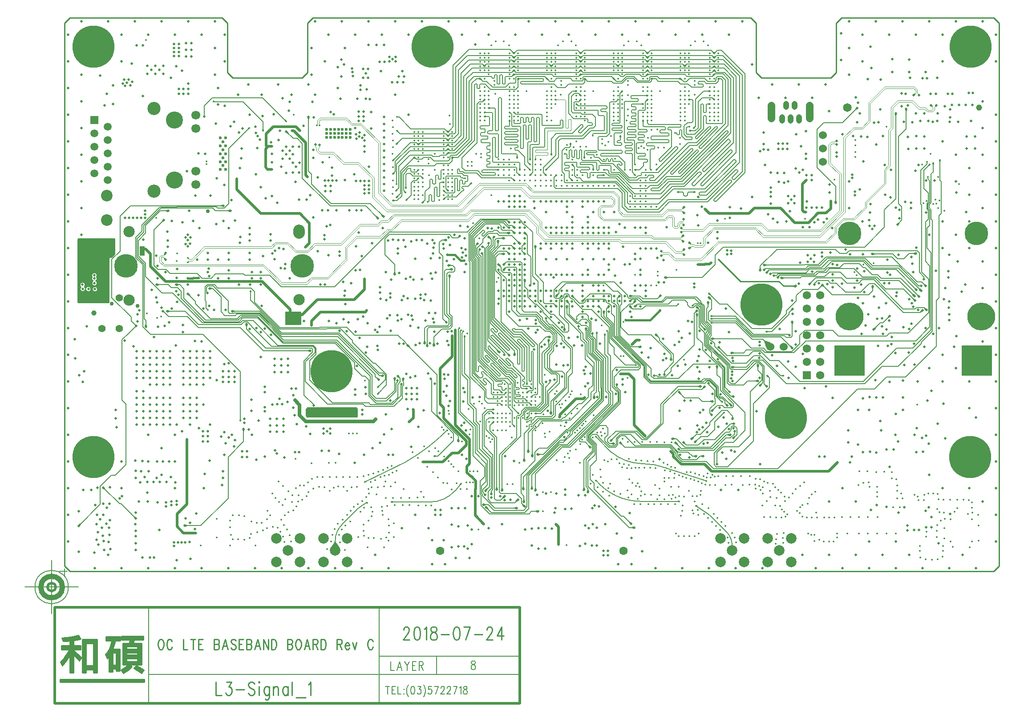
<source format=gbr>
G04 CAM350 V10.0.1 (Build 314) Date:  Fri Jul 27 19:02:52 2018 *
G04 Database: (Untitled) *
G04 Layer 5: L3S *
%FSLAX25Y25*%
%MOIN*%
%SFA1.000B1.000*%

%MIA0B0*%
%IPPOS*%
%ADD10C,0.00400*%
%ADD11C,0.00800*%
%ADD12C,0.01000*%
%ADD13C,0.00500*%
%ADD15C,0.02000*%
%ADD16C,0.04000*%
%ADD17C,0.00700*%
%ADD18C,0.00600*%
%ADD19C,0.03000*%
%ADD70C,0.01400*%
%ADD71C,0.01500*%
%ADD20C,0.02362*%
%ADD21R,0.22835X0.22835*%
%ADD22C,0.31496*%
%ADD23C,0.03937*%
%ADD24C,0.06200*%
%ADD26C,0.07874*%
%ADD27C,0.05906*%
%ADD28C,0.06693*%
%ADD29C,0.04331*%
%ADD30C,0.02500*%
%ADD31C,0.00630*%
%ADD32C,0.00450*%
%ADD33C,0.08661*%
%ADD34C,0.06496*%
%ADD35C,0.04528*%
%ADD36C,0.17717*%
%ADD37C,0.08465*%
%ADD38R,0.06200X0.06200*%
%ADD39C,0.06000*%
%ADD40R,0.05905X0.05905*%
%ADD41C,0.09843*%
%ADD42C,0.12795*%
%ADD43C,0.06299*%
%ADD44C,0.20866*%
%ADD45C,0.05512*%
%LNL3S*%
%LPD*%
G36*
X436287Y337507D02*
G01X436524Y336953D01*
X436760Y337507*
X436524Y336927*
X436287Y337507*
G37*
G36*
X92352Y232242D02*
G01X92951Y232451D01*
X92742Y231852*
X92741*
X92886Y232386*
X92352Y232242*
G37*
G36*
Y234708D02*
G01X92886Y234564D01*
X92742Y235098*
X92951Y234499*
X92352Y234708*
G37*
G36*
X471332Y332947D02*
G01X471970Y333220D01*
X471697Y332582*
X471696*
X471922Y333172*
X471332Y332947*
G37*
G36*
X394865Y177824D02*
G01X395207Y177250D01*
X395549Y177824*
X395207Y177218*
X394865Y177824*
G37*
G36*
X537207Y146700D02*
G01X538081Y146980D01*
X538082*
X537370Y146700*
X538081Y146420*
X537207Y146700*
G37*
G36*
X651874Y348574D02*
G01X652031Y349275D01*
X651952Y348652*
X652575Y348731*
X651874Y348574*
G37*
G36*
X649125Y348731D02*
G01X649748Y348652D01*
X649669Y349275*
X649826Y348574*
X649125Y348731*
G37*
G36*
X458850Y52500D02*
G01X460033Y52711D01*
X459150Y52500*
X460033Y52289*
X458850Y52500*
G37*
G36*
X245217Y51789D02*
G01X246100Y52000D01*
X245217Y52211*
X246400Y52000*
X245217Y51789*
G37*
G36*
X413325Y139448D02*
G01X413700Y138850D01*
X414075Y139448*
X413700Y138761*
X413325Y139448*
G37*
G36*
X489994Y369082D02*
G01X490623Y369399D01*
X489994Y369716*
X490851Y369399*
X489994Y369082*
G37*
G36*
X378583Y320379D02*
G01X378900Y319750D01*
X379217Y320379*
X378900Y319500*
X378583Y320379*
G37*
G36*
X500007Y115041D02*
G01X500400Y115773D01*
X500793Y115041*
X500400Y115650*
X500007Y115041*
G37*
G36*
X499572Y131283D02*
G01X500332Y131635D01*
X499700Y131275*
X500287Y130845*
X499572Y131283*
G37*
G36*
X655418Y308015D02*
G01X655700Y307300D01*
X655982Y308015*
X655700Y306900*
X655418Y308015*
G37*
G36*
X650218Y305715D02*
G01X650500Y305000D01*
X650782Y305715*
X650500Y304600*
X650218Y305715*
G37*
G36*
X426706Y154578D02*
G01X427820Y154860D01*
X427105Y154578*
X427820Y154296*
X426706Y154578*
G37*
G36*
X534376Y221231D02*
G01X535170Y221470D01*
X534931Y220676*
X535084Y221384*
X534376Y221231*
G37*
G36*
X329789Y136332D02*
G01X330163Y137153D01*
X329942Y136485*
X330611Y136705*
X329789Y136332*
G37*
G36*
X526079Y179242D02*
G01X526710Y179560D01*
X526079Y179878*
X527160Y179560*
X526079Y179242*
G37*
G36*
X484569Y191182D02*
G01X485200Y191500D01*
X484569Y191818*
X485650Y191500*
X484569Y191182*
G37*
G36*
Y188932D02*
G01X485200Y189250D01*
X484569Y189568*
X485650Y189250*
X484569Y188932*
G37*
G36*
Y185932D02*
G01X485200Y186250D01*
X484569Y186568*
X485650Y186250*
X484569Y185932*
G37*
G36*
X470600Y284250D02*
G01X471681Y284568D01*
X471050Y284250*
X471681Y283932*
X470600Y284250*
G37*
G36*
X468569Y329932D02*
G01X469200Y330250D01*
X468569Y330568*
X469650Y330250*
X468569Y329932*
G37*
G36*
X459569Y283932D02*
G01X460200Y284250D01*
X459569Y284568*
X460650Y284250*
X459569Y283932*
G37*
G36*
X415932Y326081D02*
G01X416250Y325450D01*
X416568Y326081*
X416250Y325000*
X415932Y326081*
G37*
G36*
X404182Y177431D02*
G01X404500Y176800D01*
X404818Y177431*
X404500Y176350*
X404182Y177431*
G37*
G36*
X398382Y178681D02*
G01X398700Y178050D01*
X399018Y178681*
X398700Y177600*
X398382Y178681*
G37*
G36*
X395593Y301300D02*
G01X395911Y302381D01*
X396229Y301300*
X395911Y301931*
X395593Y301300*
G37*
G36*
X389082Y310219D02*
G01X389400Y311300D01*
X389718Y310219*
X389400Y310850*
X389082Y310219*
G37*
G36*
X364182Y312569D02*
G01X364500Y313650D01*
X364818Y312569*
X364500Y313200*
X364182Y312569*
G37*
G36*
X338682Y310319D02*
G01X339000Y311400D01*
X339318Y310319*
X339000Y310950*
X338682Y310319*
G37*
G36*
X317945Y347034D02*
G01X318576Y347352D01*
X317945Y347670*
X319026Y347352*
X317945Y347034*
G37*
G36*
X299182Y176181D02*
G01X299500Y175550D01*
X299818Y176181*
X299500Y175100*
X299182Y176181*
G37*
G36*
X255282Y287719D02*
G01X255600Y288800D01*
X255918Y287719*
X255600Y288350*
X255282Y287719*
G37*
G36*
X246319Y277682D02*
G01X246950Y278000D01*
X246319Y278318*
X247400Y278000*
X246319Y277682*
G37*
G36*
X148337Y330632D02*
G01X148655Y331713D01*
X148973Y330632*
X148655Y331263*
X148337Y330632*
G37*
G36*
X138839Y209885D02*
G01X139157Y209254D01*
X139475Y209885*
X139157Y208804*
X138839Y209885*
G37*
G36*
X131272Y113210D02*
G01X131590Y114291D01*
X131908Y113210*
X131590Y113841*
X131272Y113210*
G37*
G36*
X459927Y369399D02*
G01X461008Y369717D01*
X460377Y369399*
X461008Y369081*
X459927Y369399*
G37*
G36*
X439992Y369081D02*
G01X440623Y369399D01*
X439992Y369717*
X441073Y369399*
X439992Y369081*
G37*
G36*
X436843Y372231D02*
G01X437473Y372549D01*
X436843Y372867*
X437923Y372549*
X436843Y372231*
G37*
G36*
X386843D02*
G01X387473Y372549D01*
X386843Y372867*
X387923Y372549*
X386843Y372231*
G37*
G36*
X346044Y140625D02*
G01X346362Y141706D01*
X346680Y140625*
X346362Y141256*
X346044Y140625*
G37*
G36*
X344962Y137156D02*
G01X346043Y137474D01*
X345412Y137156*
X346043Y136838*
X344962Y137156*
G37*
G36*
X339992Y369081D02*
G01X340623Y369399D01*
X339992Y369717*
X341073Y369399*
X339992Y369081*
G37*
G36*
X336843Y372231D02*
G01X337473Y372549D01*
X336843Y372867*
X337923Y372549*
X336843Y372231*
G37*
G36*
X309927Y369399D02*
G01X311008Y369717D01*
X310377Y369399*
X311008Y369081*
X309927Y369399*
G37*
G36*
X290609Y310209D02*
G01X291240Y310527D01*
X290609Y310845*
X291690Y310527*
X290609Y310209*
G37*
G36*
X287460Y313359D02*
G01X288090Y313677D01*
X287460Y313995*
X288540Y313677*
X287460Y313359*
G37*
G36*
X277146Y86155D02*
G01X277777Y86473D01*
X277146Y86791*
X278227Y86473*
X277146Y86155*
G37*
G36*
X481974Y359950D02*
G01X483055Y360268D01*
X482424Y359950*
X483055Y359632*
X481974Y359950*
G37*
G36*
Y350502D02*
G01X483055Y350819D01*
X482424Y350502*
X483055Y350184*
X481974Y350502*
G37*
G36*
X467945Y353333D02*
G01X468576Y353651D01*
X467945Y353969*
X469026Y353651*
X467945Y353333*
G37*
G36*
X435124Y356801D02*
G01X436205Y357119D01*
X435574Y356801*
X436205Y356483*
X435124Y356801*
G37*
G36*
X431974Y350502D02*
G01X433055Y350819D01*
X432424Y350502*
X433055Y350184*
X431974Y350502*
G37*
G36*
X427726Y300663D02*
G01X428357Y300981D01*
X427726Y301299*
X428807Y300981*
X427726Y300663*
G37*
G36*
X402385Y297044D02*
G01X403466Y297362D01*
X402835Y297044*
X403466Y296726*
X402385Y297044*
G37*
G36*
X404104Y300663D02*
G01X404735Y300981D01*
X404104Y301299*
X405185Y300981*
X404104Y300663*
G37*
G36*
X381974Y359950D02*
G01X383055Y360268D01*
X382424Y359950*
X383055Y359632*
X381974Y359950*
G37*
G36*
X352937Y117984D02*
G01X353568Y118302D01*
X352937Y118620*
X354018Y118302*
X352937Y117984*
G37*
G36*
X348349Y309174D02*
G01X348667Y310255D01*
X348985Y309174*
X348667Y309805*
X348349Y309174*
G37*
G36*
X340475Y301300D02*
G01X340793Y302381D01*
X341111Y301300*
X340793Y301931*
X340475Y301300*
G37*
G36*
X339355Y369080D02*
G01X339673Y368449D01*
X339991Y369080*
X339673Y367999*
X339355Y369080*
G37*
G36*
X323645Y300981D02*
G01X324726Y301299D01*
X324095Y300981*
X324726Y300663*
X323645Y300981*
G37*
G36*
X319765Y121408D02*
G01X320846Y121726D01*
X320215Y121408*
X320846Y121090*
X319765Y121408*
G37*
G36*
Y115109D02*
G01X320846Y115427D01*
X320215Y115109*
X320846Y114791*
X319765Y115109*
G37*
G36*
X314795Y343885D02*
G01X315426Y344202D01*
X314795Y344520*
X315876Y344202*
X314795Y343885*
G37*
G36*
Y340735D02*
G01X315426Y341053D01*
X314795Y341371*
X315876Y341053*
X314795Y340735*
G37*
G36*
X289972Y310208D02*
G01X290290Y309577D01*
X290608Y310208*
X290290Y309127*
X289972Y310208*
G37*
G36*
X282591Y291630D02*
G01X283672Y291947D01*
X283041Y291630*
X283672Y291312*
X282591Y291630*
G37*
G36*
X433056Y337584D02*
G01X433374Y336953D01*
X433692Y337584*
X433374Y336503*
X433056Y337584*
G37*
G36*
X333056D02*
G01X333374Y336953D01*
X333692Y337584*
X333374Y336503*
X333056Y337584*
G37*
G36*
X476758Y86302D02*
G01X477629Y86703D01*
X476906Y86302*
X477629Y85900*
X476758Y86302*
G37*
G36*
X435678Y378002D02*
G01X436073Y378846D01*
X435852Y378176*
X436521Y378397*
X435678Y378002*
G37*
G36*
X386526Y378397D02*
G01X387195Y378176D01*
X386975Y378846*
X387370Y378002*
X386526Y378397*
G37*
G36*
X352268Y309192D02*
G01X352604Y310255D01*
X352939Y309192*
X352604Y309780*
X352268Y309192*
G37*
G36*
X367963Y353316D02*
G01X368551Y353651D01*
X367963Y353987*
X369026Y353651*
X367963Y353316*
G37*
G36*
X236850Y146550D02*
G01X237685Y146982D01*
Y146981*
X237050Y146550*
X237685Y146118*
X236850Y146550*
G37*
G36*
X499940Y110800D02*
G01X500828Y111207D01*
X500100Y110800*
X500828Y110393*
X499940Y110800*
G37*
G36*
X448867Y147968D02*
G01X449280Y148873D01*
X449693Y147968*
X449692Y147967*
X449280Y148700*
X448867Y147968*
G37*
G36*
X485655Y371680D02*
G01X486073Y372547D01*
X485852Y371877*
X486521Y372098*
X485655Y371680*
G37*
G36*
X462815Y240381D02*
G01X463048Y241260D01*
X462987Y240553*
X463694Y240613*
X462815Y240381*
G37*
G36*
Y238332D02*
G01X463714Y238091D01*
X462997Y238150*
X463056Y237433*
X462815Y238332*
G37*
G36*
X491598Y127872D02*
G01X492498Y127421D01*
X491828Y127642*
X492049Y126972*
X491598Y127872*
G37*
G36*
X225202Y67485D02*
G01X226357Y67815D01*
X225388Y67106*
X226088Y67684*
X225202Y67485*
G37*
G36*
X225271Y50916D02*
G01X226237Y51630D01*
X225540Y51049*
X226424Y51251*
X225271Y50916*
G37*
G36*
X336525Y378397D02*
G01X336526D01*
X337195Y378176*
X336974Y378846*
X336975*
X337441Y377930*
X336525Y378397*
G37*
G36*
X385606Y377930D02*
G01X386073Y378846D01*
X385852Y378176*
X386522Y378397*
X385606Y377930*
G37*
G36*
X335605Y371630D02*
G01X336073Y372547D01*
X335852Y371877*
X336522Y372098*
X335605Y371630*
G37*
G36*
X414478Y379299D02*
G01X415398Y379770D01*
X414927Y378850*
X415148Y379520*
X414478Y379299*
G37*
G36*
X314478D02*
G01X315398Y379770D01*
X314927Y378850*
X315148Y379520*
X314478Y379299*
G37*
G36*
X463555Y379770D02*
G01X464475Y379299D01*
X464474*
X463805Y379520*
X464026Y378850*
X464025*
X463555Y379770*
G37*
G36*
X363555D02*
G01X364475Y379299D01*
X364474*
X363805Y379520*
X364026Y378850*
X364025*
X363555Y379770*
G37*
G36*
X287142Y323576D02*
G01X288084Y324070D01*
X287591Y323127*
X287812Y323797*
X287142Y323576*
G37*
G36*
Y319525D02*
G01X287812Y319304D01*
X287591Y319974*
X288086Y319030*
X287142Y319525*
G37*
G36*
X435567Y352694D02*
G01X436073Y353649D01*
X435852Y352979*
X436522Y353200*
X435567Y352694*
G37*
G36*
X472961Y48903D02*
G01X473808Y48580D01*
X473199Y49252*
X474056Y48411*
X472961Y48903*
G37*
G36*
X335561Y386110D02*
G01X336522Y385598D01*
X335852Y385819*
X336073Y385149*
X335561Y386110*
G37*
G36*
X346363Y134458D02*
G01X347325Y134970D01*
X346812Y134008*
X347033Y134678*
X346363Y134457*
Y134458*
G37*
G36*
X109184Y211616D02*
G01X109855Y212095D01*
X109184Y212573*
X110155Y212094*
X109184Y211616*
G37*
G36*
X486525Y375248D02*
G01X487195Y375027D01*
X486974Y375697*
X487491Y374730*
X486525Y375248*
G37*
G36*
X336525D02*
G01X337195Y375027D01*
X336974Y375697*
X337491Y374730*
X336525Y375248*
G37*
G36*
X385556Y374730D02*
G01X386073Y375697D01*
X385852Y375027*
X386522Y375248*
X385556Y374730*
G37*
G36*
X435555Y371580D02*
G01X436073Y372547D01*
X435852Y371877*
X436522Y372098*
X435555Y371580*
G37*
G36*
X385555D02*
G01X386073Y372547D01*
X385852Y371877*
X386522Y372098*
X385555Y371580*
G37*
G36*
X485555Y354620D02*
G01X486522Y354102D01*
X485852Y354323*
X486073Y353653*
X485555Y354620*
G37*
G36*
X313505Y379820D02*
G01X314475Y379299D01*
X313805Y379520*
X314026Y378850*
X313505Y379820*
G37*
G36*
X117401Y274102D02*
G01X118379Y274582D01*
X117706Y274102*
X118379Y273621*
X117401Y274102*
G37*
G36*
X326493Y125530D02*
G01X327462Y125009D01*
Y125008*
X326792Y125229*
X327013Y124560*
X326493Y125530*
G37*
G36*
X644432Y197170D02*
G01X645406Y196846D01*
X644616Y196985*
X644755Y196195*
X644432Y197170*
G37*
G36*
X329638Y133030D02*
G01X330164Y134006D01*
X329942Y133335*
X330613Y133556*
X329638Y133030*
G37*
G36*
X326488Y129880D02*
G01X327014Y130856D01*
X326793Y130185*
X327463Y130407*
X326488Y129880*
G37*
G36*
X495178Y125347D02*
G01X496159Y125020D01*
X495366Y125159*
X495505Y124366*
X495178Y125347*
G37*
G36*
X335542Y382980D02*
G01X336523Y382448D01*
X335852Y382669*
X336073Y381998*
X335542Y382980*
G37*
G36*
X296084Y64692D02*
G01X296698Y65723D01*
X296281Y64918*
X297017Y65447*
X296084Y64692*
G37*
G36*
X468097Y243097D02*
G01X469081Y243377D01*
X468800Y242393*
X468854Y243150*
X468097Y243097*
G37*
G36*
Y245707D02*
G01X468854Y245653D01*
X468801Y246410*
X469081Y245426*
X468097Y245707*
G37*
G36*
X397810Y100699D02*
G01X398583Y100224D01*
X398109Y100997*
X398795Y100012*
X397810Y100699*
G37*
G36*
X470252Y199311D02*
G01X471240Y199899D01*
X470651Y198912*
X470957Y199616*
X470252Y199310*
Y199311*
G37*
G36*
X461328Y368949D02*
G01X461998Y368728D01*
X461777Y369398*
X462316Y368409*
X461328Y368949*
G37*
G36*
X411328D02*
G01X411998Y368728D01*
X411777Y369398*
X412316Y368409*
X411328Y368949*
G37*
G36*
X361328D02*
G01X361998Y368728D01*
X361777Y369398*
X362316Y368409*
X361328Y368949*
G37*
G36*
X311328D02*
G01X311998Y368728D01*
X311777Y369398*
X312316Y368409*
X311328Y368949*
G37*
G36*
X261945Y310077D02*
G01X262615Y309856D01*
X262394Y310526*
X262933Y309537*
X261945Y310077*
G37*
G36*
X380164Y304468D02*
G01X380835Y304247D01*
X380613Y304917*
X381153Y303928*
X380164Y304468*
G37*
G36*
X345372Y128697D02*
G01X346361Y128158D01*
X345690Y128379*
X345911Y127708*
X345372Y128697*
G37*
G36*
X485534Y377858D02*
G01X486073Y378847D01*
X485852Y378176*
X486523Y378398*
X485534Y377858*
G37*
G36*
Y374709D02*
G01X486073Y375698D01*
X485852Y375027*
X486523Y375248*
X485534Y374709*
G37*
G36*
X435534D02*
G01X436073Y375698D01*
X435852Y375027*
X436523Y375248*
X435534Y374709*
G37*
G36*
X335534Y377858D02*
G01X336073Y378847D01*
X335852Y378176*
X336523Y378398*
X335534Y377858*
G37*
G36*
Y374709D02*
G01X336073Y375698D01*
X335852Y375027*
X336523Y375248*
X335534Y374709*
G37*
G36*
X286151Y318986D02*
G01X286690Y319975D01*
X286469Y319304*
X287140Y319526*
X286151Y318986*
G37*
G36*
Y315837D02*
G01X286690Y316826D01*
X286469Y316155*
X287140Y316376*
X286151Y315837*
G37*
G36*
X385534Y357791D02*
G01X386523Y357251D01*
X385852Y357472*
X386073Y356802*
X385534Y357791*
G37*
G36*
X339803Y298034D02*
G01X340792Y297494D01*
X340121Y297716*
X340342Y297045*
X339803Y298034*
G37*
G36*
X335866Y294097D02*
G01X336855Y293557D01*
X336184Y293779*
X336405Y293108*
X335866Y294097*
G37*
G36*
X286151Y286320D02*
G01X287140Y285781D01*
X286469Y286002*
X286690Y285331*
X286151Y286320*
G37*
G36*
Y312687D02*
G01X286690Y313676D01*
X286469Y313005*
X287140Y313226*
X286151Y312687*
G37*
G36*
X485534Y389287D02*
G01X486523Y388747D01*
X485852Y388968*
X486073Y388298*
X485534Y389287*
G37*
G36*
X435534D02*
G01X436523Y388747D01*
X435852Y388968*
X436073Y388298*
X435534Y389287*
G37*
G36*
X385534D02*
G01X386523Y388747D01*
X385852Y388968*
X386073Y388298*
X385534Y389287*
G37*
G36*
X348522Y125548D02*
G01X349511Y125008D01*
X348840Y125229*
X349061Y124559*
X348522Y125548*
G37*
G36*
X335534Y389287D02*
G01X336523Y388747D01*
X335852Y388968*
X336073Y388298*
X335534Y389287*
G37*
G36*
X349962Y130858D02*
G01X350183Y131529D01*
X349512Y131308*
X350501Y131847*
X349962Y130858*
G37*
G36*
X348668Y297495D02*
G01X349657Y298034D01*
X349117Y297045*
X349339Y297716*
X348668Y297495*
G37*
G36*
X346363Y115560D02*
G01X347352Y116099D01*
X346812Y115110*
X347033Y115781*
X346363Y115560*
G37*
G36*
X464927Y378849D02*
G01X465148Y379520D01*
X464477Y379298*
X465466Y379838*
X464927Y378849*
G37*
G36*
X426417Y298034D02*
G01X427406Y297494D01*
X426735Y297716*
X426957Y297045*
X426417Y298034*
G37*
G36*
X379173Y294097D02*
G01X380162Y293557D01*
X379491Y293779*
X379713Y293108*
X379173Y294097*
G37*
G36*
X364477Y379298D02*
G01X365466Y379838D01*
X364927Y378849*
X365148Y379520*
X364477Y379298*
G37*
G36*
X360479Y301432D02*
G01X361468Y301971D01*
X360928Y300982*
X361150Y301653*
X360479Y301432*
G37*
G36*
X359488Y298034D02*
G01X360477Y297494D01*
X359806Y297716*
X360028Y297045*
X359488Y298034*
G37*
G36*
X339073Y119248D02*
G01X340062Y118709D01*
X339391Y118930*
X339612Y118259*
X339073Y119248*
G37*
G36*
X326474Y134996D02*
G01X327463Y134457D01*
X326792Y134678*
X327014Y134007*
X326474Y134996*
G37*
G36*
X320175Y119248D02*
G01X321164Y118709D01*
X320493Y118930*
X320715Y118259*
X320175Y119248*
G37*
G36*
X265544Y319977D02*
G01X265765Y320648D01*
X265094Y320426*
X266083Y320966*
X265544Y319977*
G37*
G36*
X287140Y329875D02*
G01X288127Y330418D01*
X287591Y329427*
X287810Y330099*
X287140Y329875*
G37*
G36*
X486524Y388747D02*
G01X487513Y389287D01*
X486974Y388298*
X487195Y388969*
X486524Y388747*
G37*
G36*
X436524D02*
G01X437513Y389287D01*
X436974Y388298*
X437195Y388969*
X436524Y388747*
G37*
G36*
X386524D02*
G01X387513Y389287D01*
X386974Y388298*
X387195Y388969*
X386524Y388747*
G37*
G36*
X336524D02*
G01X337513Y389287D01*
X336974Y388298*
X337195Y388969*
X336524Y388747*
G37*
G36*
X284441Y279032D02*
G01X284663Y279703D01*
X283992Y279482*
X284981Y280021*
X284441Y279032*
G37*
G36*
X267253Y295769D02*
G01X268242Y295229D01*
X267571Y295451*
X267793Y294780*
X267253Y295769*
G37*
G36*
X485534Y386137D02*
G01X486523Y385597D01*
X485852Y385819*
X486073Y385148*
X485534Y386137*
G37*
G36*
Y382987D02*
G01X486523Y382448D01*
X485852Y382669*
X486073Y381998*
X485534Y382987*
G37*
G36*
X435534Y386137D02*
G01X436523Y385597D01*
X435852Y385819*
X436073Y385148*
X435534Y386137*
G37*
G36*
Y382987D02*
G01X436523Y382448D01*
X435852Y382669*
X436073Y381998*
X435534Y382987*
G37*
G36*
X385534Y386137D02*
G01X386523Y385597D01*
X385852Y385819*
X386073Y385148*
X385534Y386137*
G37*
G36*
Y382987D02*
G01X386523Y382448D01*
X385852Y382669*
X386073Y381998*
X385534Y382987*
G37*
G36*
X348522Y138146D02*
G01X349511Y137607D01*
X348840Y137828*
X349061Y137157*
X348522Y138146*
G37*
G36*
X347677Y305908D02*
G01X348666Y305368D01*
X347995Y305590*
X348216Y304919*
X347677Y305908*
G37*
G36*
Y301971D02*
G01X348666Y301431D01*
X347995Y301653*
X348216Y300982*
X347677Y301971*
G37*
G36*
X320175Y110970D02*
G01X320715Y111959D01*
X320493Y111288*
X321164Y111509*
X320175Y110970*
G37*
G36*
X286151Y327265D02*
G01X287140Y326725D01*
X286469Y326947*
X286690Y326276*
X286151Y327265*
G37*
G36*
Y324115D02*
G01X287140Y323576D01*
X286469Y323797*
X286690Y323126*
X286151Y324115*
G37*
G36*
X260954Y309537D02*
G01X261494Y310526D01*
X261272Y309856*
X261943Y310077*
X260954Y309537*
G37*
G36*
X526347Y146103D02*
G01X527018Y145881D01*
X526796Y146552*
X527336Y145563*
X526347Y146103*
G37*
G36*
X486524Y378398D02*
G01X487195Y378176D01*
X486974Y378847*
X487513Y377858*
X486524Y378398*
G37*
G36*
X436524D02*
G01X437195Y378176D01*
X436974Y378847*
X437513Y377858*
X436524Y378398*
G37*
G36*
Y375248D02*
G01X437195Y375027D01*
X436974Y375698*
X437513Y374709*
X436524Y375248*
G37*
G36*
X386524D02*
G01X387195Y375027D01*
X386974Y375698*
X387513Y374709*
X386524Y375248*
G37*
G36*
X385534Y352661D02*
G01X386073Y353650D01*
X385852Y352979*
X386523Y353201*
X385534Y352661*
G37*
G36*
X287141Y316376D02*
G01X287812Y316155D01*
X287591Y316826*
X288130Y315837*
X287141Y316376*
G37*
G36*
X137238Y331389D02*
G01X137778Y332378D01*
X137556Y331707*
X138227Y331929*
X137238Y331389*
G37*
G36*
X482751Y207800D02*
G01X483422Y207578D01*
X483200Y208249*
X483740Y207260*
X482751Y207800*
G37*
G36*
X383375Y350051D02*
G01X384046Y349830D01*
X383824Y350501*
X384364Y349512*
X383375Y350051*
G37*
G36*
X336524Y343752D02*
G01X337195Y343531D01*
X336974Y344202*
X337513Y343213*
X336524Y343752*
G37*
G36*
X333375D02*
G01X334046Y343531D01*
X333824Y344202*
X334364Y343213*
X333375Y343752*
G37*
G36*
X283992Y284880D02*
G01X284663Y284659D01*
X284441Y285330*
X284981Y284341*
X283992Y284880*
G37*
G36*
X248801Y330050D02*
G01X249472Y329828D01*
X249250Y330499*
X249790Y329510*
X248801Y330050*
G37*
G36*
X486524Y385598D02*
G01X487513Y386137D01*
X486974Y385148*
X487195Y385819*
X486524Y385598*
G37*
G36*
Y382448D02*
G01X487513Y382987D01*
X486974Y381998*
X487195Y382669*
X486524Y382448*
G37*
G36*
X443605Y300982D02*
G01X443827Y301653D01*
X443156Y301432*
X444145Y301971*
X443605Y300982*
G37*
G36*
X436524Y385598D02*
G01X437513Y386137D01*
X436974Y385148*
X437195Y385819*
X436524Y385598*
G37*
G36*
Y382448D02*
G01X437513Y382987D01*
X436974Y381998*
X437195Y382669*
X436524Y382448*
G37*
G36*
X386524Y385598D02*
G01X387513Y386137D01*
X386974Y385148*
X387195Y385819*
X386524Y385598*
G37*
G36*
Y382448D02*
G01X387513Y382987D01*
X386974Y381998*
X387195Y382669*
X386524Y382448*
G37*
G36*
X336524Y385598D02*
G01X337513Y386137D01*
X336974Y385148*
X337195Y385819*
X336524Y385598*
G37*
G36*
Y382448D02*
G01X337513Y382987D01*
X336974Y381998*
X337195Y382669*
X336524Y382448*
G37*
G36*
X287141Y326726D02*
G01X288130Y327265D01*
X287591Y326276*
X287812Y326947*
X287141Y326726*
G37*
G36*
X268450Y276501D02*
G01X268672Y277172D01*
X268001Y276950*
X268990Y277490*
X268450Y276501*
G37*
G36*
X255801Y278950D02*
G01X256790Y279490D01*
X256250Y278501*
X256472Y279172*
X255801Y278950*
G37*
G36*
X248751Y320950D02*
G01X249740Y321490D01*
X249200Y320501*
X249422Y321172*
X248751Y320950*
G37*
G36*
X248700Y285501D02*
G01X248922Y286172D01*
X248251Y285950*
X249240Y286490*
X248700Y285501*
G37*
G36*
X248751Y280950D02*
G01X249740Y281490D01*
X249200Y280501*
X249422Y281172*
X248751Y280950*
G37*
G36*
X246250Y308201D02*
G01X246472Y308872D01*
X245801Y308650*
X246790Y309190*
X246250Y308201*
G37*
G36*
X246001Y298450D02*
G01X246990Y298990D01*
X246450Y298001*
X246672Y298672*
X246001Y298450*
G37*
G36*
X235050Y138201D02*
G01X235272Y138872D01*
X234601Y138650*
X235590Y139190*
X235050Y138201*
G37*
G36*
Y133101D02*
G01X235272Y133772D01*
X234601Y133550*
X235590Y134090*
X235050Y133101*
G37*
G36*
X646910Y304010D02*
G01X647450Y304999D01*
X647228Y304328*
X647899Y304550*
X646910Y304010*
G37*
G36*
X416636Y358961D02*
G01X417176Y359950D01*
X416954Y359279*
X417625Y359500*
X416636Y358961*
G37*
G36*
X367362Y296054D02*
G01X367902Y297043D01*
X367680Y296372*
X368351Y296594*
X367362Y296054*
G37*
G36*
X313487Y352661D02*
G01X314026Y353650D01*
X313805Y352979*
X314476Y353201*
X313487Y352661*
G37*
G36*
X303510Y290010D02*
G01X304050Y290999D01*
X303828Y290328*
X304499Y290550*
X303510Y290010*
G37*
G36*
X264104Y300089D02*
G01X264643Y301078D01*
X264422Y300407*
X265093Y300628*
X264104Y300089*
G37*
G36*
Y293789D02*
G01X264643Y294778D01*
X264422Y294107*
X265093Y294329*
X264104Y293789*
G37*
G36*
X497210Y135390D02*
G01X498199Y134850D01*
X497528Y135072*
X497750Y134401*
X497210Y135390*
G37*
G36*
X413487Y379838D02*
G01X414476Y379298D01*
X413805Y379520*
X414026Y378849*
X413487Y379838*
G37*
G36*
X410337Y370389D02*
G01X411326Y369849D01*
X410655Y370071*
X410876Y369400*
X410337Y370389*
G37*
G36*
X360337D02*
G01X361326Y369849D01*
X360655Y370071*
X360876Y369400*
X360337Y370389*
G37*
G36*
X336010Y109690D02*
G01X336999Y109150D01*
X336328Y109372*
X336550Y108701*
X336010Y109690*
G37*
G36*
X264104Y320966D02*
G01X265093Y320426D01*
X264422Y320648*
X264643Y319977*
X264104Y320966*
G37*
G36*
X254335Y285065D02*
G01X255324Y284525D01*
X254653Y284747*
X254875Y284076*
X254335Y285065*
G37*
G36*
X164957Y338446D02*
G01X165946Y337906D01*
X165275Y338128*
X165497Y337457*
X164957Y338446*
G37*
G36*
X636094Y357997D02*
G01X637085Y358281D01*
X636801Y357290*
X636854Y358050*
X636094Y357997*
G37*
G36*
X252999Y143692D02*
G01X253500Y143000D01*
X254002Y143692*
X253500Y142650*
X252999Y143692*
G37*
G36*
X331810Y262720D02*
G01X332859Y262359D01*
X332035Y262495*
X332171Y261671*
X331810Y262720*
G37*
G36*
X414476Y205373D02*
G01X414847Y206442D01*
X414712Y205609*
X415545Y205744*
X414476Y205373*
G37*
G36*
X406602Y197499D02*
G01X406973Y198568D01*
X406838Y197735*
X407671Y197870*
X406602Y197499*
G37*
G36*
X423521Y203305D02*
G01X424590Y203676D01*
X424219Y202607*
X424354Y203440*
X423521Y203305*
G37*
G36*
X427458Y199368D02*
G01X428527Y199739D01*
X428156Y198670*
X428291Y199503*
X427458Y199368*
G37*
G36*
X375105Y205372D02*
G01X375477Y206443D01*
X375342Y205609*
X376176Y205744*
X375105Y205372*
G37*
G36*
X545525Y213875D02*
G01X547167Y214228D01*
X547168*
X546025Y213875*
X547167Y213523*
X545525Y213875*
G37*
G36*
X473741Y197251D02*
G01X474584Y197116D01*
X474449Y197959*
X474831Y196869*
X473741Y197251*
G37*
G36*
X343589Y239130D02*
G01X344701Y238590D01*
X343740Y238979*
X344128Y238018*
X343589Y239130*
G37*
G36*
Y244722D02*
G01X344129Y245834D01*
X343740Y244873*
X344701Y245262*
Y245261*
X343589Y244722*
G37*
G36*
X462049Y248501D02*
G01X463175Y248150D01*
X462352Y248198*
X462400Y247375*
X462049Y248501*
G37*
G36*
Y250549D02*
G01X462400Y251675D01*
X462352Y250852*
X463175Y250900*
X462049Y250549*
G37*
G36*
X361500Y175750D02*
G01X362719Y176280D01*
X362000Y175750*
X362719Y175220*
X361500Y175750*
G37*
G36*
X471169Y86302D02*
G01X472510Y86796D01*
X471706Y86302*
X472510Y85807*
X471169Y86302*
G37*
G36*
X376234Y201806D02*
G01X377110Y201672D01*
X376976Y202548*
X377396Y201386*
X376234Y201806*
G37*
G36*
X371118Y205322D02*
G01X371539Y206486D01*
X371405Y205609*
X372282Y205743*
X371118Y205322*
G37*
G36*
X84236Y214398D02*
G01X84955Y214928D01*
X84236Y215458*
X85522Y214928*
X84236Y214398*
G37*
G36*
X391470Y60031D02*
G01X392000Y61399D01*
X392530Y60031*
X392000Y60750*
X391470Y60031*
G37*
G36*
X577016Y276985D02*
G01X577500Y278500D01*
X577984Y276985*
X577500Y277815*
X577016Y276985*
G37*
G36*
X488134Y153298D02*
G01X488629Y152494D01*
X489124Y153298*
X488629Y151794*
X488134Y153298*
G37*
G36*
X403290Y194186D02*
G01X403785Y193382D01*
X404280Y194186*
X403785Y192682*
X403290Y194186*
G37*
G36*
X500496Y152706D02*
G01X501300Y153200D01*
X500496Y153695*
X502000Y153200*
X500496Y152706*
G37*
G36*
X409347Y95860D02*
G01X410852Y96355D01*
X410047Y95860*
X410852Y95366*
X409347Y95860*
G37*
G36*
X344235Y217808D02*
G01X344730Y217004D01*
X345225Y217808*
X344730Y216304*
X344235Y217808*
G37*
G36*
X517390Y142810D02*
G01X518894Y143305D01*
X518090Y142810*
X518894Y142315*
X517390Y142810*
G37*
G36*
X483418Y127448D02*
G01X484922Y127942D01*
X484117Y127448*
X484922Y126953*
X483418Y127448*
G37*
G36*
X481511Y201260D02*
G01X482005Y200456D01*
X482500Y201260*
X482005Y199756*
X481511Y201260*
G37*
G36*
X474348Y138586D02*
G01X475852Y139081D01*
X475048Y138586*
X475852Y138091*
X474348Y138586*
G37*
G36*
X453728Y159132D02*
G01X454222Y160636D01*
X454717Y159132*
X454222Y159936*
X453728Y159132*
G37*
G36*
X424609Y32831D02*
G01X426113Y33326D01*
X425309Y32831*
X426113Y32337*
X424609Y32831*
G37*
G36*
X343755Y83545D02*
G01X344250Y85049D01*
X344745Y83544*
X344250Y84349*
X343755Y83545*
G37*
G36*
X182255Y340254D02*
G01X182750Y339450D01*
X183245Y340254*
X182750Y338750*
X182255Y340254*
G37*
G36*
X182000Y165500D02*
G01X183504Y165995D01*
X182700Y165500*
X183504Y165005*
X182000Y165500*
G37*
G36*
X396070Y130731D02*
G01X396600Y132136D01*
X397130Y130731*
X396600Y131450*
X396070Y130731*
G37*
G36*
X288281Y228970D02*
G01X289000Y229500D01*
X288281Y230030*
X289700Y229500*
X288281Y228970*
G37*
G36*
X346720Y90195D02*
G01X347250Y91664D01*
X347780Y90195*
X347250Y90914*
X346720Y90195*
G37*
G36*
X629776Y346171D02*
G01X630306Y345452D01*
X630836Y346171*
X630305Y344702*
X629776Y346171*
G37*
G36*
X621976Y342871D02*
G01X622506Y342152D01*
X623036Y342871*
X622505Y341402*
X621976Y342871*
G37*
G36*
X351976Y243271D02*
G01X352506Y242552D01*
X353036Y243271*
X352505Y241802*
X351976Y243271*
G37*
G36*
X287776Y221071D02*
G01X288306Y220352D01*
X288836Y221071*
X288305Y219602*
X287776Y221071*
G37*
G36*
X246676Y144271D02*
G01X247206Y143552D01*
X247736Y144271*
X247205Y142802*
X246676Y144271*
G37*
G36*
X635590Y238240D02*
G01X637059Y238770D01*
X636340Y238240*
X637059Y237710*
X635590Y238240*
G37*
G36*
X605571Y237430D02*
G01X606290Y237960D01*
X605571Y238490*
X607040Y237960*
X605571Y237430*
G37*
G36*
X604670Y213269D02*
G01X605200Y212550D01*
X605730Y213269*
X605200Y211800*
X604670Y213269*
G37*
G36*
X544470Y186369D02*
G01X545000Y185650D01*
X545530Y186369*
X545000Y184900*
X544470Y186369*
G37*
G36*
X537531Y219370D02*
G01X538250Y219900D01*
X537531Y220430*
X539000Y219900*
X537531Y219370*
G37*
G36*
X524431Y229070D02*
G01X525150Y229600D01*
X524431Y230130*
X525900Y229600*
X524431Y229070*
G37*
G36*
X520570Y226131D02*
G01X521100Y227600D01*
X521630Y226131*
X521100Y226850*
X520570Y226131*
G37*
G36*
X518753Y154169D02*
G01X519283Y153450D01*
X519813Y154169*
X519283Y152700*
X518753Y154169*
G37*
G36*
X500168Y163339D02*
G01X500887Y163869D01*
X500168Y164399*
X501637Y163869*
X500168Y163339*
G37*
G36*
X496600Y102400D02*
G01X498069Y102930D01*
X497350Y102400*
X498069Y101870*
X496600Y102400*
G37*
G36*
X473170Y192069D02*
G01X473700Y191350D01*
X474230Y192069*
X473700Y190600*
X473170Y192069*
G37*
G36*
X455936Y98970D02*
G01X456655Y99500D01*
X455936Y100030*
X457405Y99500*
X455936Y98970*
G37*
G36*
X450531Y219720D02*
G01X451250Y220250D01*
X450531Y220780*
X452000Y220250*
X450531Y219720*
G37*
G36*
X429250Y168250D02*
G01X430719Y168780D01*
X430000Y168250*
X430719Y167720*
X429250Y168250*
G37*
G36*
X424001Y205963D02*
G01X424720Y206493D01*
X424001Y207023*
X425470Y206493*
X424001Y205963*
G37*
G36*
X388470Y61631D02*
G01X389000Y63100D01*
X389530Y61631*
X389000Y62350*
X388470Y61631*
G37*
G36*
X363720Y119031D02*
G01X364250Y120500D01*
X364780Y119031*
X364250Y119750*
X363720Y119031*
G37*
G36*
X361970Y172719D02*
G01X362500Y172000D01*
X363030Y172719*
X362500Y171250*
X361970Y172719*
G37*
G36*
X352220Y61281D02*
G01X352750Y62750D01*
X353280Y61281*
X352750Y62000*
X352220Y61281*
G37*
G36*
X352500Y45000D02*
G01X353969Y45530D01*
X353250Y45000*
X353969Y44470*
X352500Y45000*
G37*
G36*
X349470Y62531D02*
G01X350000Y64000D01*
X350530Y62531*
X350000Y63250*
X349470Y62531*
G37*
G36*
X342970Y62281D02*
G01X343500Y63750D01*
X344030Y62281*
X343500Y63000*
X342970Y62281*
G37*
G36*
X343470Y52531D02*
G01X344000Y54000D01*
X344530Y52531*
X344000Y53250*
X343470Y52531*
G37*
G36*
X336500Y47500D02*
G01X337969Y48030D01*
X337250Y47500*
X337969Y46970*
X336500Y47500*
G37*
G36*
X336470Y163031D02*
G01X337000Y164500D01*
X337530Y163031*
X337000Y163750*
X336470Y163031*
G37*
G36*
X330919Y253737D02*
G01X332388Y254267D01*
X331669Y253737*
X332388Y253207*
X330919Y253737*
G37*
G36*
X327220Y61281D02*
G01X327750Y62750D01*
X328280Y61281*
X327750Y62000*
X327220Y61281*
G37*
G36*
X326982Y249800D02*
G01X328451Y250330D01*
X327732Y249800*
X328451Y249270*
X326982Y249800*
G37*
G36*
X324070Y247301D02*
G01X324600Y246582D01*
X325130Y247301*
X324600Y245832*
X324070Y247301*
G37*
G36*
X323220Y61781D02*
G01X323750Y63250D01*
X324280Y61781*
X323750Y62500*
X323220Y61781*
G37*
G36*
X314281Y49470D02*
G01X315000Y50000D01*
X314281Y50530*
X315750Y50000*
X314281Y49470*
G37*
G36*
X294324Y98277D02*
G01X294854Y99746D01*
X295384Y98277*
X294854Y98996*
X294324Y98277*
G37*
G36*
X288100Y226500D02*
G01X289569Y227030D01*
X288850Y226500*
X289569Y225970*
X288100Y226500*
G37*
G36*
X283750Y248500D02*
G01X285219Y249030D01*
X284500Y248500*
X285219Y247970*
X283750Y248500*
G37*
G36*
X246670Y223281D02*
G01X247200Y224750D01*
X247730Y223281*
X247200Y224000*
X246670Y223281*
G37*
G36*
X135720Y184969D02*
G01X136250Y184250D01*
X136780Y184969*
X136250Y183500*
X135720Y184969*
G37*
G36*
X133470Y106219D02*
G01X134000Y105500D01*
X134530Y106219*
X134000Y104750*
X133470Y106219*
G37*
G36*
X126031Y194470D02*
G01X126750Y195000D01*
X126031Y195530*
X127500Y195000*
X126031Y194470*
G37*
G36*
X90463Y33720D02*
G01X91182Y34250D01*
X90463Y34780*
X91932Y34250*
X90463Y33720*
G37*
G36*
X77331Y194470D02*
G01X78050Y195000D01*
X77331Y195530*
X78800Y195000*
X77331Y194470*
G37*
G36*
X75600Y270300D02*
G01X77069Y270830D01*
X76350Y270300*
X77069Y269770*
X75600Y270300*
G37*
G36*
X373875Y181632D02*
G01X374405Y183101D01*
X374935Y181632*
X374405Y182352*
X373875Y181632*
G37*
G36*
X276075Y169932D02*
G01X276605Y171401D01*
X277135Y169932*
X276605Y170652*
X276075Y169932*
G37*
G36*
X269175Y171732D02*
G01X269705Y173201D01*
X270235Y171732*
X269705Y172452*
X269175Y171732*
G37*
G36*
X349720Y86973D02*
G01X350250Y88441D01*
X350780Y86972*
X350250Y87692*
X349720Y86973*
G37*
G36*
X485493Y173882D02*
G01X486212Y174412D01*
X485493Y174942*
X486962Y174412*
X485493Y173882*
G37*
G36*
X389945Y181669D02*
G01X390475Y180950D01*
X391005Y181669*
X390475Y180200*
X389945Y181669*
G37*
G36*
X375696Y198088D02*
G01X376226Y197369D01*
X376756Y198088*
X376226Y196619*
X375696Y198088*
G37*
G36*
X354901Y87145D02*
G01X355620Y87675D01*
X354901Y88206*
X356370Y87675*
X354901Y87145*
G37*
G36*
X326982Y237989D02*
G01X328451Y238519D01*
X327732Y237989*
X328451Y237459*
X326982Y237989*
G37*
G36*
X122206Y270352D02*
G01X123675Y270882D01*
X122956Y270352*
X123675Y269821*
X122206Y270352*
G37*
G36*
X69531Y214398D02*
G01X70250Y214928D01*
X69531Y215459*
X71000Y214928*
X69531Y214398*
G37*
G36*
X60370Y183931D02*
G01X60900Y185400D01*
X61430Y183931*
X60900Y184650*
X60370Y183931*
G37*
G36*
X270970Y169531D02*
G01X271501Y171000D01*
X272030Y169531*
X271501Y170250*
X270970Y169531*
G37*
G36*
X525901Y224850D02*
G01X527170Y225370D01*
X526650Y224101*
X526784Y224984*
X525901Y224850*
G37*
G36*
X462520Y269877D02*
G01X463795Y269402D01*
X462947Y269450*
X462995Y268602*
X462520Y269877*
G37*
G36*
Y271926D02*
G01X462995Y273201D01*
X462947Y272353*
X463795Y272401*
X462520Y271926*
G37*
G36*
X641178Y194404D02*
G01X641750Y195673D01*
X641591Y194794*
X642478Y194902*
X641178Y194404*
G37*
G36*
X335560Y258970D02*
G01X336855Y258424D01*
X335972Y258558*
X336106Y257675*
X335560Y258970*
G37*
G36*
X524570Y139865D02*
G01X525890Y139294D01*
X525007Y139428*
X525141Y138545*
X524570Y139865*
G37*
G36*
X399849Y197919D02*
G01X400767Y197700D01*
X400548Y198618*
X401180Y197286*
X399849Y197919*
G37*
G36*
X74275Y235164D02*
G01X75613Y234626D01*
X74765Y234674*
X74813Y233826*
X74275Y235164*
G37*
G36*
Y237213D02*
G01X74813Y238550D01*
X74765Y237702*
X75613Y237750*
X74275Y237213*
G37*
G36*
X389355Y369080D02*
G01X389673Y368449D01*
X389871Y368842*
X389674Y368949*
X389889Y368878*
X389991Y369080*
X389928Y368865*
X390345Y368728*
X390124Y369398*
X390663Y368409*
X389914Y368818*
X389673Y367999*
X389355Y369080*
G37*
G36*
X329732Y230116D02*
G01X329866Y230999D01*
X328982Y230865*
X330336Y231470*
X329732Y230116*
G37*
G36*
X249501Y145750D02*
G01X250384Y145616D01*
X250250Y146499*
X250870Y145130*
X249501Y145750*
G37*
G36*
X482751Y204500D02*
G01X483634Y204366D01*
X483500Y205249*
X484125Y203875*
X482751Y204500*
G37*
G36*
X592286Y345986D02*
G01X593015Y347399D01*
X592770Y346470*
X593699Y346715*
X592286Y345986*
G37*
G36*
X460192Y133584D02*
G01X461110Y133365D01*
X460891Y134284*
X461605Y132870*
X460192Y133584*
G37*
G36*
X166076Y329131D02*
G01X166995Y328912D01*
X166776Y329831*
X167489Y328418*
X166076Y329131*
G37*
G36*
X29011Y62080D02*
G01X29929Y61861D01*
X29710Y62779*
X30424Y61366*
X29011Y62080*
G37*
G36*
X606800Y181401D02*
G01X607019Y182319D01*
X606101Y182100*
X607514Y182814*
X606800Y181401*
G37*
G36*
X485710Y120451D02*
G01X485929Y121369D01*
X485011Y121150*
X486424Y121864*
X485710Y120451*
G37*
G36*
X409826Y97883D02*
G01X410045Y98801D01*
X409127Y98582*
X410540Y99296*
X409826Y97883*
G37*
G36*
X11300Y34201D02*
G01X11519Y35119D01*
X10601Y34900*
X12014Y35614*
X11300Y34201*
G37*
G36*
X388737Y202557D02*
G01X388956Y203475D01*
X388038Y203256*
X389451Y203970*
X388737Y202557*
G37*
G36*
X233326Y266229D02*
G01X234740Y265515D01*
X233821Y265734*
X234040Y264816*
X233326Y266229*
G37*
G36*
X616586Y190086D02*
G01X617300Y191499D01*
X617081Y190581*
X617999Y190800*
X616586Y190086*
G37*
G36*
X472286Y193886D02*
G01X473000Y195299D01*
X472781Y194381*
X473699Y194600*
X472286Y193886*
G37*
G36*
X422942Y37084D02*
G01X424355Y36370D01*
X423437Y36589*
X423656Y35671*
X422942Y37084*
G37*
G36*
X51886Y41024D02*
G01X53299Y40310D01*
X52381Y40529*
X52600Y39611*
X51886Y41024*
G37*
G36*
X443049Y176632D02*
G01X443967Y176413D01*
X443749Y177331*
X444462Y175918*
X443049Y176632*
G37*
G36*
X477856Y137091D02*
G01X478570Y138505D01*
X478351Y137586*
X479270Y137805*
X477856Y137091*
G37*
G36*
X425993Y201142D02*
G01X426707Y202555D01*
X426488Y201637*
X427407Y201856*
X425993Y201142*
G37*
G36*
X237364Y267393D02*
G01X238777Y266679D01*
X237859Y266898*
X238078Y265980*
X237364Y267393*
G37*
G36*
X416208Y95709D02*
G01X417126Y95491D01*
X416907Y96409*
X417621Y94996*
X416208Y95709*
G37*
G36*
X624570Y260101D02*
G01X624704Y260984D01*
X623820Y260850*
X625234Y261514*
X624570Y260101*
G37*
G36*
X558750Y215401D02*
G01X558884Y216284D01*
X558000Y216150*
X559414Y216814*
X558750Y215401*
G37*
G36*
X501660Y99881D02*
G01X501794Y100764D01*
X500910Y100630*
X502324Y101294*
X501660Y99881*
G37*
G36*
X472250Y97750D02*
G01X473664Y98414D01*
X473000Y97001*
X473134Y97884*
X472250Y97750*
G37*
G36*
X469750Y100000D02*
G01X471164Y100664D01*
X470500Y99251*
X470634Y100134*
X469750Y100000*
G37*
G36*
X315250Y61250D02*
G01X316664Y61914D01*
X316000Y60501*
X316134Y61384*
X315250Y61250*
G37*
G36*
X567606Y213952D02*
G01X568489Y213818D01*
X568356Y214701*
X569020Y213287*
X567606Y213952*
G37*
G36*
X463506Y96052D02*
G01X464389Y95918D01*
X464256Y96801*
X464920Y95387*
X463506Y96052*
G37*
G36*
X457751Y95750D02*
G01X458634Y95616D01*
X458500Y96500*
X459164Y95086*
X457751Y95750*
G37*
G36*
X423471Y197869D02*
G01X424354Y197735D01*
X424220Y198618*
X424884Y197205*
X423471Y197869*
G37*
G36*
X380164Y205743D02*
G01X381047Y205609D01*
X380913Y206492*
X381577Y205079*
X380164Y205743*
G37*
G36*
X344701Y253050D02*
G01X345584Y252916D01*
X345450Y253800*
X346114Y252386*
X344701Y253050*
G37*
G36*
X317751Y250000D02*
G01X318634Y249866D01*
X318500Y250750*
X319164Y249336*
X317751Y250000*
G37*
G36*
X315751Y47250D02*
G01X316634Y47116D01*
X316500Y48000*
X317164Y46586*
X315751Y47250*
G37*
G36*
X257106Y168652D02*
G01X257989Y168518D01*
X257856Y169401*
X258520Y167987*
X257106Y168652*
G37*
G36*
X92401Y207450D02*
G01X93284Y207316D01*
X93150Y208200*
X93814Y206786*
X92401Y207450*
G37*
G36*
X368352Y207243D02*
G01X369766Y207907D01*
X369102Y206493*
X369236Y207377*
X368352Y207243*
G37*
G36*
X329732Y226179D02*
G01X329866Y227062D01*
X328982Y226928*
X330396Y227592*
X329732Y226179*
G37*
G36*
X643586Y215414D02*
G01X644999Y214750D01*
X644116Y214884*
X644250Y214000*
X643586Y215414*
G37*
G36*
X640086Y211914D02*
G01X641499Y211250D01*
X640616Y211384*
X640750Y210500*
X640086Y211914*
G37*
G36*
X638586Y207414D02*
G01X639999Y206750D01*
X639116Y206884*
X639250Y206000*
X638586Y207414*
G37*
G36*
X635086Y207914D02*
G01X636499Y207250D01*
X635616Y207384*
X635750Y206500*
X635086Y207914*
G37*
G36*
X636586Y212414D02*
G01X637999Y211750D01*
X637116Y211884*
X637250Y211000*
X636586Y212414*
G37*
G36*
X635586Y204414D02*
G01X636999Y203750D01*
X636116Y203884*
X636250Y203000*
X635586Y204414*
G37*
G36*
X543586Y168914D02*
G01X544999Y168250D01*
X544116Y168384*
X544250Y167500*
X543586Y168914*
G37*
G36*
X497952Y125914D02*
G01X499366Y125250D01*
X498482Y125384*
X498616Y124500*
X497952Y125914*
G37*
G36*
X392336Y94414D02*
G01X393749Y93750D01*
X392866Y93884*
X393000Y93000*
X392336Y94414*
G37*
G36*
X343086Y50164D02*
G01X344499Y49500D01*
X343616Y49634*
X343750Y48750*
X343086Y50164*
G37*
G36*
X339379Y247277D02*
G01X340792Y246613D01*
X339909Y246747*
X340043Y245863*
X339379Y247277*
G37*
G36*
X335442Y255151D02*
G01X336855Y254487D01*
X335972Y254621*
X336106Y253737*
X335442Y255151*
G37*
G36*
Y243340D02*
G01X336855Y242676D01*
X335972Y242810*
X336106Y241926*
X335442Y243340*
G37*
G36*
X331505Y239403D02*
G01X332918Y238739D01*
X332035Y238873*
X332169Y237989*
X331505Y239403*
G37*
G36*
X331586Y163414D02*
G01X332999Y162750D01*
X332116Y162884*
X332250Y162000*
X331586Y163414*
G37*
G36*
X543986Y195386D02*
G01X544650Y196799D01*
X544516Y195916*
X545400Y196050*
X543986Y195386*
G37*
G36*
X444986Y205286D02*
G01X445650Y206699D01*
X445516Y205816*
X446400Y205950*
X444986Y205286*
G37*
G36*
X338086Y52336D02*
G01X338750Y53749D01*
X338616Y52866*
X339500Y53000*
X338086Y52336*
G37*
G36*
X328086Y54836D02*
G01X328750Y56249D01*
X328616Y55366*
X329500Y55500*
X328086Y54836*
G37*
G36*
X72836Y262086D02*
G01X73500Y263499D01*
X73366Y262616*
X74250Y262750*
X72836Y262086*
G37*
G36*
X566191Y213287D02*
G01X566855Y214701D01*
X566722Y213818*
X567605Y213951*
X566191Y213287*
G37*
G36*
X366938Y200033D02*
G01X368351Y199369D01*
X367468Y199503*
X367602Y198619*
X366938Y200033*
G37*
G36*
X324071Y165856D02*
G01X325485Y165192D01*
X324602Y165325*
X324735Y164442*
X324071Y165856*
G37*
G36*
X233791Y145016D02*
G01X235205Y144352D01*
X234322Y144485*
X234455Y143602*
X233791Y145016*
G37*
G36*
X520903Y140120D02*
G01X522317Y140784D01*
X521653Y139371*
X521787Y140254*
X520903Y140120*
G37*
G36*
X478324Y182682D02*
G01X479738Y182018D01*
X478855Y182152*
X478988Y181268*
X478324Y182682*
G37*
G36*
X489900Y167378D02*
G01X490783Y167244D01*
X490649Y168127*
X491313Y166714*
X489900Y167378*
G37*
G36*
X325045Y229365D02*
G01X325929Y229231D01*
X325795Y230115*
X326459Y228701*
X325045Y229365*
G37*
G36*
X200388Y18376D02*
G01X202756Y22050D01*
X205124Y18375*
X202756Y20085*
X200388Y18376*
G37*
G36*
X524257Y172742D02*
G01X528500Y171250D01*
X526202Y170798*
X525750Y168500*
X524257Y172742*
G37*
G36*
X56296Y236851D02*
G01Y243619D01*
X56299Y243654*
X56308Y243687*
X56323Y243719*
X56343Y243748*
X56367Y243772*
X56396Y243792*
X56428Y243807*
X56461Y243816*
X56496Y243819*
X59599*
X59634Y243816*
X59667Y243807*
X59699Y243792*
X59728Y243772*
X59752Y243748*
X59772Y243719*
X59787Y243687*
X59796Y243654*
X59799Y243619*
Y236851*
X59796Y236816*
X59787Y236783*
X59772Y236751*
X59752Y236722*
X59728Y236698*
X59699Y236678*
X59667Y236663*
X59634Y236654*
X59599Y236651*
X56496*
X56461Y236654*
X56428Y236663*
X56396Y236678*
X56367Y236698*
X56343Y236722*
X56323Y236751*
X56308Y236783*
X56299Y236816*
X56296Y236851*
G37*
G36*
X165215Y185068D02*
G01Y194388D01*
X165218Y194423*
X165227Y194456*
X165242Y194488*
X165262Y194517*
X165286Y194541*
X165315Y194561*
X165347Y194576*
X165380Y194585*
X165415Y194588*
X176909*
X176944Y194585*
X176977Y194576*
X177009Y194561*
X177038Y194541*
X177062Y194517*
X177082Y194488*
X177097Y194456*
X177106Y194423*
X177109Y194388*
Y185068*
X177106Y185033*
X177097Y185000*
X177082Y184968*
X177062Y184939*
X177038Y184915*
X177009Y184895*
X176977Y184880*
X176944Y184871*
X176909Y184868*
X165415*
X165380Y184871*
X165347Y184880*
X165315Y184895*
X165286Y184915*
X165262Y184939*
X165242Y184968*
X165227Y185000*
X165218Y185033*
X165215Y185068*
G37*
G36*
X180750Y116457D02*
G01Y121793D01*
X180758Y121880*
X180780Y121964*
X180817Y122043*
X180867Y122114*
X180896Y122146*
X181604Y122854*
X181670Y122910*
X181746Y122953*
X181828Y122983*
X181914Y122998*
X181957Y123000*
X218543*
X218630Y122992*
X218714Y122970*
X218793Y122933*
X218864Y122883*
X218896Y122854*
X219604Y122146*
X219660Y122080*
X219703Y122004*
X219733Y121922*
X219748Y121836*
X219750Y121793*
Y116457*
X219742Y116370*
X219720Y116286*
X219683Y116207*
X219633Y116136*
X219604Y116104*
X218896Y115396*
X218830Y115340*
X218754Y115297*
X218672Y115267*
X218586Y115252*
X218543Y115250*
X181957*
X181870Y115258*
X181786Y115280*
X181707Y115317*
X181636Y115367*
X181604Y115396*
X180896Y116104*
X180840Y116170*
X180797Y116246*
X180767Y116328*
X180752Y116414*
X180750Y116457*
G37*
G36*
X9769Y201676D02*
G01Y214899D01*
Y214900*
Y214901*
Y219599*
Y219600*
Y219601*
Y249051*
X9778Y249155*
X9805Y249256*
X9849Y249351*
X9909Y249436*
X9943Y249473*
X10095Y249625*
X10176Y249692*
X10267Y249744*
X10365Y249779*
X10468Y249797*
X10518Y249799*
X37095*
X37199Y249790*
X37300Y249763*
X37395Y249719*
X37480Y249659*
X37517Y249625*
X37669Y249473*
X37736Y249392*
X37788Y249301*
X37823Y249203*
X37841Y249100*
X37843Y249051*
Y237697*
X37834Y237592*
X37807Y237491*
X37763Y237396*
X37703Y237311*
X37669Y237274*
X35756Y235361*
X35675Y235294*
X35584Y235242*
X35486Y235207*
X35383Y235189*
X35334Y235187*
X34059*
X33559Y234687*
Y216101*
Y216100*
Y216099*
Y211601*
Y211600*
Y211599*
Y201963*
X33550Y201859*
X33523Y201758*
X33505Y201715*
X33504Y201713*
X33382Y201373*
X33347Y201275*
X33295Y201184*
X33227Y201104*
X33148Y201036*
X33057Y200984*
X32959Y200948*
X32856Y200929*
X32802Y200927*
X10518*
X10413Y200936*
X10312Y200963*
X10217Y201007*
X10132Y201067*
X10095Y201101*
X9943Y201253*
X9876Y201334*
X9824Y201425*
X9789Y201523*
X9771Y201626*
X9769Y201676*
G37*
%LPC*%
G36*
X20700Y219600D02*
G01X20724Y219322D01*
X20796Y219053*
X20914Y218800*
X21074Y218572*
X21272Y218374*
X21368Y218300*
X21447Y218231*
X21513Y218151*
X21565Y218059*
X21599Y217961*
X21616Y217858*
X21615Y217753*
X21596Y217650*
X21559Y217552*
X21506Y217462*
X21438Y217383*
X21397Y217347*
X21395Y217345*
X21194Y217152*
X21030Y216926*
X20907Y216676*
X20830Y216408*
X20800Y216131*
X20819Y215852*
X20886Y215582*
X20999Y215327*
X21155Y215095*
X21348Y214894*
X21574Y214730*
X21824Y214607*
X22092Y214530*
X22369Y214500*
X22648Y214519*
X22918Y214586*
X23173Y214699*
X23405Y214855*
X23606Y215048*
X23770Y215274*
X23893Y215524*
X23970Y215792*
X24000Y216100*
X23976Y216378*
X23904Y216647*
X23786Y216900*
X23626Y217128*
X23428Y217326*
X23332Y217400*
X23253Y217469*
X23187Y217549*
X23135Y217641*
X23101Y217739*
X23084Y217842*
X23085Y217947*
X23104Y218050*
X23141Y218148*
X23194Y218238*
X23262Y218317*
X23303Y218353*
X23305Y218355*
X23506Y218548*
X23670Y218774*
X23793Y219024*
X23870Y219292*
X23900Y219569*
X23881Y219848*
X23814Y220118*
X23701Y220373*
X23641Y220473*
X23592Y220565*
X23559Y220664*
X23545Y220768*
X23548Y220873*
X23570Y220975*
X23609Y221072*
X23641Y221127*
X23772Y221373*
X23859Y221639*
X23898Y221915*
X23888Y222193*
X23830Y222466*
X23726Y222725*
X23579Y222962*
X23392Y223169*
X23173Y223341*
X22927Y223472*
X22661Y223559*
X22385Y223598*
X22107Y223588*
X21834Y223530*
X21575Y223426*
X21338Y223279*
X21131Y223092*
X20959Y222873*
X20828Y222627*
X20741Y222361*
X20702Y222085*
X20712Y221807*
X20769Y221534*
X20874Y221275*
X20959Y221127*
X21008Y221035*
X21041Y220936*
X21055Y220832*
X21052Y220727*
X21030Y220625*
X20991Y220528*
X20959Y220473*
X20828Y220227*
X20741Y219961*
X20702Y219685*
X20700Y219601*
Y219600*
G37*
G36*
X21100Y211600D02*
G01X21124Y211322D01*
X21196Y211053*
X21314Y210800*
X21474Y210572*
X21672Y210374*
X21900Y210214*
X22153Y210096*
X22422Y210024*
X22700Y210000*
X22978Y210024*
X23247Y210096*
X23500Y210214*
X23728Y210374*
X23926Y210572*
X24086Y210800*
X24204Y211053*
X24276Y211322*
X24300Y211600*
X24276Y211878*
X24204Y212147*
X24086Y212400*
X23926Y212628*
X23728Y212826*
X23500Y212986*
X23247Y213104*
X22978Y213176*
X22700Y213200*
X22422Y213176*
X22153Y213104*
X21900Y212986*
X21672Y212826*
X21474Y212628*
X21314Y212400*
X21196Y212147*
X21124Y211878*
X21103Y211700*
X21100Y211601*
Y211600*
G37*
G36*
X11800Y214900D02*
G01X11824Y214622D01*
X11896Y214353*
X12014Y214100*
X12174Y213872*
X12342Y213700*
X12414Y213624*
X12472Y213537*
X12514Y213441*
X12538Y213339*
X12545Y213235*
X12533Y213131*
X12504Y213031*
X12457Y212937*
X12398Y212856*
X12397Y212854*
X12232Y212629*
X12108Y212379*
X12031Y212111*
X12000Y211834*
X12019Y211556*
X12085Y211285*
X12198Y211030*
X12353Y210798*
X12546Y210597*
X12771Y210432*
X13021Y210308*
X13289Y210231*
X13566Y210200*
X13844Y210219*
X14115Y210285*
X14370Y210398*
X14602Y210553*
X14803Y210746*
X14968Y210971*
X15092Y211221*
X15116Y211288*
X15158Y211384*
X15216Y211471*
X15288Y211547*
X15372Y211609*
X15466Y211655*
X15566Y211685*
X15670Y211696*
X15775Y211689*
X15876Y211665*
X15972Y211623*
X16059Y211565*
X16135Y211493*
X16197Y211408*
X16243Y211315*
X16261Y211261*
X16361Y211000*
X16504Y210761*
X16687Y210550*
X16904Y210375*
X17147Y210239*
X17411Y210148*
X17686Y210104*
X17965Y210109*
X18239Y210161*
X18500Y210261*
X18739Y210404*
X18950Y210587*
X19125Y210804*
X19261Y211047*
X19352Y211311*
X19397Y211600*
Y211601*
X19400Y211699*
Y211700*
X19376Y211978*
X19304Y212247*
X19186Y212500*
X19026Y212728*
X18828Y212926*
X18600Y213086*
X18347Y213204*
X18078Y213276*
X17800Y213300*
X17522Y213276*
X17253Y213204*
X17000Y213086*
X16772Y212926*
X16574Y212728*
X16414Y212500*
X16296Y212247*
X16284Y212212*
X16242Y212116*
X16184Y212029*
X16112Y211953*
X16028Y211891*
X15934Y211845*
X15834Y211815*
X15730Y211804*
X15625Y211811*
X15524Y211835*
X15428Y211877*
X15341Y211935*
X15265Y212007*
X15203Y212092*
X15157Y212185*
X15139Y212239*
X15039Y212500*
X14896Y212739*
X14713Y212950*
X14658Y213000*
X14586Y213076*
X14528Y213163*
X14486Y213259*
X14462Y213361*
X14455Y213465*
X14467Y213569*
X14496Y213669*
X14543Y213763*
X14602Y213844*
X14604Y213846*
X14768Y214071*
X14892Y214321*
X14969Y214589*
X15000Y214866*
X14981Y215144*
X14915Y215415*
X14802Y215670*
X14647Y215902*
X14454Y216104*
X14229Y216268*
X13979Y216392*
X13711Y216469*
X13434Y216500*
X13156Y216481*
X12885Y216415*
X12630Y216302*
X12398Y216147*
X12196Y215954*
X12032Y215729*
X11908Y215479*
X11831Y215211*
X11800Y214900*
G37*
%LPD*%
G36*
X286151Y330415D02*
G01X287140Y329875D01*
X286469Y330096*
X286690Y329426*
X286151Y330415*
G37*
G54D15*
X592024Y284631D03*
G54D70*
X592381Y314462D03*
G54D15*
X592024Y281881D03*
G54D70*
X592381Y310543D03*
G54D15*
X589814Y297470D03*
G54D70*
X592400Y323300D03*
G54D15*
X589814Y295070D03*
G54D70*
X592400Y319374D03*
G54D15*
X122858Y219653D03*
X114984D03*
X130732Y214928D03*
X173706Y192502D03*
X224706Y219502D03*
X173706Y188002D03*
X168906Y192502D03*
X57885Y241827D03*
X168906Y188002D03*
X57907Y238367D03*
X482980Y153000D03*
X483126Y157606D03*
X480200Y165960D03*
X108077Y226910D03*
X113480Y260470D03*
X129000Y294400D03*
X603890Y45940D03*
X475661Y166235D03*
X460950Y106880D03*
X478440Y120880D03*
X489500Y108500D03*
X180160Y242880D03*
X640090Y30930D03*
X389890Y20870D03*
X277120Y140750D03*
X520600Y163400D03*
Y172200D03*
Y169400D03*
X459200Y154200D03*
X225450Y133100D03*
X288740Y127860D03*
X389535Y147981D03*
X272150Y148250D03*
X284440Y147670D03*
X10600Y45000D03*
Y14800D03*
X55686Y52416D03*
X53400Y26250D03*
X41200Y54600D03*
X43000Y56500D03*
X131400Y302400D03*
X126800Y337000D03*
X133200Y332000D03*
X132400Y309800D03*
X384210Y175850D03*
X371800Y170770D03*
X389850Y34310D03*
X258840Y145250D03*
X261100Y121530D03*
X258070Y111890D03*
X499320Y90810D03*
X457000Y169800D03*
X448340Y174260D03*
X520140Y160000D03*
X225290Y138200D03*
X468010Y85320D03*
X460480Y120300D03*
X255880Y147900D03*
X53020Y35280D03*
X53430Y16000D03*
X69250Y201790D03*
X113200Y335600D03*
X113940Y294790D03*
X105200Y313200D03*
X479271Y138505D03*
X409126Y97882D03*
G54D70*
X234600Y138200D03*
G54D15*
X125500Y195000D03*
G54D70*
X69417Y189964D03*
G54D15*
X399848Y198619D03*
X393750Y93000D03*
X618110Y222430D03*
X630306Y346702D03*
X623820Y260100D03*
X294854Y97746D03*
X257106Y169402D03*
G54D70*
X107147Y196080D03*
G54D15*
X93300Y270400D03*
X148220Y341330D03*
X92250Y219750D03*
X100191Y220060D03*
X107109Y224377D03*
G54D70*
X68750Y265020D03*
G54D15*
X637806Y326302D03*
X340793Y210430D03*
X348667D03*
X352604Y198619D03*
X372289D03*
X332919Y194682D03*
X499375Y238012D03*
G54D70*
X439250Y214250D03*
G54D15*
X186620Y340430D03*
X181220Y278630D03*
X183920Y281930D03*
X495268Y197100D03*
X606300Y206100D03*
X593747Y227209D03*
X610100Y197700D03*
X632406Y164002D03*
X646310Y128180D03*
X617600Y216100D03*
X635700Y224530D03*
X608706Y189502D03*
X587106Y96802D03*
X380000Y202500D03*
X200425Y302691D03*
X50400Y380700D03*
X571200Y215400D03*
X227106Y186202D03*
X647406Y95752D03*
X545400Y193200D03*
X617706Y188002D03*
X547500Y180004D03*
X599800Y184300D03*
X612300Y183600D03*
X619500Y175600D03*
X547500Y170004D03*
X594250Y351500D03*
X637500Y343500D03*
X631806Y316702D03*
X619206Y170302D03*
X552900Y162900D03*
X643950Y343450D03*
X654050Y343500D03*
X663306Y340402D03*
Y346402D03*
X664506Y349702D03*
X669906D03*
X535500Y181800D03*
X287100Y179700D03*
X264900Y182700D03*
X645000Y374302D03*
X555306Y309502D03*
X632500Y374301D03*
X619806Y374302D03*
X621000Y91500D03*
X68601Y236821D03*
X83250Y169500D03*
X78250Y186750D03*
G54D70*
X434500Y57800D03*
G54D15*
X565250Y86000D03*
X569250D03*
G54D70*
X268200Y81900D03*
G54D15*
X290250Y176750D03*
X221506Y361002D03*
G54D70*
X638770Y124920D03*
G54D15*
X595505Y286481D03*
X244000Y208500D03*
X395911Y214367D03*
X391974Y202556D03*
X424500Y190750D03*
X614290Y304653D03*
X496200Y240600D03*
X499348Y240393D03*
X498400Y272900D03*
X496300Y237800D03*
X147050Y288080D03*
X413565Y151134D03*
X221506Y364502D03*
X590706Y326302D03*
X593606Y217902D03*
X616506Y169102D03*
X400800Y170700D03*
X249300Y192000D03*
X273006Y193702D03*
X399848Y214367D03*
G54D70*
X403500Y214500D03*
G54D15*
X388037Y214367D03*
X380163Y210430D03*
X372289D03*
X364415D03*
X356541D03*
X528906Y299002D03*
X588330Y237620D03*
X616210Y233730D03*
X681906Y326002D03*
X645440Y268920D03*
X299250Y233000D03*
X286750Y237500D03*
X276006Y238252D03*
X255250Y243250D03*
X249500Y238250D03*
X244000Y205500D03*
X230250Y246000D03*
X276900Y179700D03*
X258900Y183900D03*
X138600Y181800D03*
X150006Y182002D03*
X147000Y179400D03*
X140000Y128750D03*
X134500Y114250D03*
X398000Y188500D03*
X415596Y202556D03*
X416706Y216502D03*
X430750Y173250D03*
X425000Y170000D03*
X51518Y168801D03*
X603500Y275500D03*
X500948Y131204D03*
X473700Y192600D03*
X419533Y202556D03*
X476348Y138586D03*
X411347Y95860D03*
G54D70*
X234600Y133100D03*
X139157Y210204D03*
X72266Y190982D03*
G54D15*
X484720Y117430D03*
X482283Y140970D03*
X184806Y187702D03*
X226406Y195602D03*
X629700Y276900D03*
X179406Y187702D03*
X645400Y293000D03*
X639700Y304600D03*
X184806Y184402D03*
X423470Y202556D03*
X520903Y139370D03*
X372289Y206493D03*
X525891Y138544D03*
G54D70*
X650500Y306000D03*
G54D15*
X500000Y153200D03*
X368352Y206493D03*
X431250Y168250D03*
G54D70*
X498200Y134400D03*
G54D15*
X473700Y198000D03*
X407722Y206493D03*
X496000Y110600D03*
X462297Y175011D03*
X490750Y122700D03*
X460357Y172163D03*
X485010Y120450D03*
X488629Y153794D03*
X77600Y270300D03*
X252200Y140300D03*
X354370Y87675D03*
X376226Y202556D03*
X138520Y342330D03*
X376226Y198619D03*
X344000Y52000D03*
X403785Y194682D03*
X389000Y61100D03*
X131406Y246502D03*
X124205Y270352D03*
X60900Y183400D03*
X33822Y62982D03*
X352750Y60750D03*
G54D70*
X406250Y180250D03*
G54D15*
X344730Y218304D03*
X344706Y249802D03*
X296400Y259200D03*
X244206Y180502D03*
G54D70*
X428105Y154578D03*
G54D15*
X542126Y144882D03*
X368250Y155000D03*
X360478Y198619D03*
X558000Y215400D03*
X645500Y196102D03*
X390500Y186500D03*
G54D70*
X484250Y186250D03*
X655700Y308300D03*
G54D15*
X416207Y96410D03*
X281000Y118702D03*
G54D70*
X646000Y306900D03*
G54D15*
X484962Y174412D03*
X497730Y106650D03*
X468420Y178220D03*
X352806Y188302D03*
X561600Y215100D03*
X642500Y195652D03*
X377500Y175000D03*
X564339Y263588D03*
X500508Y157643D03*
G54D70*
X654400Y272400D03*
X643200Y276100D03*
G54D15*
X475547Y149604D03*
X381500Y169500D03*
X571050Y264231D03*
G54D70*
X652400Y278600D03*
G54D15*
X489309Y158894D03*
X357400Y168300D03*
X234740Y166010D03*
X473006Y86302D03*
X189606Y240202D03*
X426608Y32832D03*
X108750Y83000D03*
X53300Y39610D03*
X29010Y62780D03*
X443048Y177332D03*
X449280Y147400D03*
X427407Y202556D03*
X454223Y158637D03*
X499637Y163869D03*
G54D70*
X647900Y305000D03*
G54D15*
X485417Y127448D03*
X460191Y134284D03*
X501800Y89690D03*
G54D70*
X421500Y145200D03*
G54D15*
X368352Y202556D03*
X568529Y261583D03*
X44800Y173000D03*
G54D70*
X476303Y245900D03*
G54D15*
X497569Y179311D03*
X501030Y107370D03*
X607806Y320002D03*
G54D19*
X35412Y200835D03*
G54D15*
X105000Y73000D03*
X62000Y59000D03*
X165920Y318530D03*
X178774Y334057D03*
X168620Y315530D03*
X162320Y303230D03*
X171020Y306230D03*
X173420Y303230D03*
X175820Y306230D03*
X175520Y318530D03*
X134500Y111500D03*
X168620Y309530D03*
X649206Y40552D03*
X287500Y412500D03*
X297500Y402500D03*
X210000Y392500D03*
X257500Y402500D03*
X697500Y322500D03*
X237500Y402500D03*
X267500Y412500D03*
X160000Y365000D03*
X247500Y412500D03*
X170000Y357500D03*
X217500Y402500D03*
X197500D03*
X187500Y412500D03*
X171020Y318530D03*
X207500Y412500D03*
X227500D03*
X307500D03*
X159006Y109402D03*
X307500Y395000D03*
X182500Y365000D03*
X163220Y309530D03*
X185000Y392500D03*
Y372500D03*
X223506Y376702D03*
X227406D03*
X163220Y315530D03*
X225506Y373302D03*
X223506Y370102D03*
X130000Y357500D03*
X227406Y370102D03*
X137500Y365000D03*
G54D70*
X210000Y16200D03*
G54D15*
X147500Y357500D03*
X427500Y412500D03*
X447500D03*
X407500D03*
X437500Y402500D03*
X457500D03*
X115000Y350000D03*
X367500Y412500D03*
X115000Y362500D03*
X347500Y412500D03*
X112500Y392500D03*
X327500Y412500D03*
X120000Y382500D03*
X337500Y402500D03*
X120000D03*
X417500D03*
X112500Y412500D03*
X217506Y332302D03*
X83750Y378750D03*
G54D70*
X452000Y50500D03*
G54D15*
X102500Y402500D03*
X467500Y412500D03*
X112500Y372500D03*
X487500Y412500D03*
X507500D03*
X497500Y402500D03*
X477500D03*
X546606Y276202D03*
X657500Y162500D03*
X541206Y320602D03*
X257500Y342500D03*
X534606Y320602D03*
G54D70*
X446500Y50500D03*
G54D15*
X537906Y320602D03*
G54D70*
X196500Y16800D03*
G54D15*
X537906Y316702D03*
X515000Y380000D03*
X534606Y316702D03*
G54D70*
X114000Y25500D03*
G54D15*
X541806Y281302D03*
X546606D03*
X92500Y412500D03*
X544206Y278602D03*
X72500Y412500D03*
X506700Y272100D03*
X82500Y402500D03*
X515000Y280700D03*
X556506Y236902D03*
G54D70*
X160200Y67500D03*
G54D15*
X561606Y236902D03*
G54D70*
X155500Y58250D03*
G54D15*
X556506Y232102D03*
G54D70*
X204750Y35750D03*
G54D15*
X558906Y234502D03*
X561306Y232102D03*
X195000Y382500D03*
X675300Y269500D03*
X187500Y357500D03*
X677500Y282500D03*
X159006Y104602D03*
X687500Y352500D03*
X357500Y402500D03*
X607500Y412500D03*
G54D70*
X495000Y64750D03*
G54D15*
X627500Y412500D03*
G54D70*
X499500Y65000D03*
G54D15*
X647500Y412500D03*
G54D70*
X508000Y64750D03*
G54D15*
X667500Y412500D03*
G54D70*
X487250Y64750D03*
G54D15*
X687500Y412500D03*
X397500Y402500D03*
X697500Y382500D03*
X377500Y402500D03*
X697500D03*
X387500Y412500D03*
X560000Y355000D03*
X317500Y402500D03*
X572500Y345000D03*
X247500Y357500D03*
X540000Y355000D03*
G54D70*
X208250Y38750D03*
G54D15*
X520000Y355000D03*
X62500Y402500D03*
X530000Y365000D03*
G54D70*
X497250Y21250D03*
G54D15*
X550000Y365000D03*
G54D70*
X496500Y25500D03*
G54D15*
X570000Y365000D03*
G54D70*
X482200Y47300D03*
G54D15*
X587500Y372500D03*
G54D70*
X503000Y21750D03*
G54D15*
X581750Y383250D03*
G54D70*
X495750Y71250D03*
G54D15*
X597500Y382500D03*
G54D70*
X500750Y71250D03*
G54D15*
X587500Y412500D03*
G54D70*
X506750Y71250D03*
G54D15*
X581750Y403250D03*
G54D70*
X532200Y62900D03*
G54D15*
X617500Y402500D03*
G54D70*
X534500Y61200D03*
G54D15*
X597500Y402500D03*
G54D70*
X536700Y58900D03*
G54D15*
X637500Y402500D03*
G54D70*
X539400Y56000D03*
G54D15*
X657500Y382500D03*
G54D70*
X472000Y52500D03*
G54D15*
X587500Y392500D03*
X159006Y114502D03*
X657500Y402500D03*
X153906Y114502D03*
X697500Y342500D03*
G54D70*
X499800Y28800D03*
G54D15*
X687500Y332500D03*
G54D70*
X502000Y25500D03*
G54D15*
X677500Y302500D03*
G54D70*
X379500Y118250D03*
G54D15*
X697500Y302500D03*
G54D70*
X530500Y65600D03*
G54D15*
X667500Y312500D03*
G54D70*
X384000Y105750D03*
G54D15*
X657500Y322500D03*
G54D70*
X237500Y48500D03*
G54D15*
X687500Y312500D03*
G54D70*
X241500Y49200D03*
G54D15*
X697500Y282500D03*
G54D70*
X247250Y49750D03*
G54D15*
X687500Y292500D03*
G54D70*
X513000Y65000D03*
G54D15*
X687500Y272500D03*
G54D70*
X521200Y61000D03*
G54D15*
X669000Y232500D03*
G54D70*
X522800Y62900D03*
G54D15*
X474000Y109250D03*
G54D70*
X520300Y64200D03*
G54D15*
X478000Y108000D03*
G54D70*
X517700Y62000D03*
G54D15*
X481250Y104500D03*
G54D70*
X517300Y65100D03*
X608500Y59500D03*
X283750Y66500D03*
X608500Y56000D03*
X274500Y49500D03*
X608750Y63500D03*
X270600Y49500D03*
X594500Y64750D03*
X526500Y66500D03*
X598250Y66250D03*
X523900Y67400D03*
G54D15*
X592500Y52500D03*
G54D70*
X520800Y68900D03*
X603000Y63500D03*
X517700Y69500D03*
X608000Y74500D03*
G54D15*
X2500Y362500D03*
G54D70*
X595250Y75000D03*
G54D15*
X12500Y372500D03*
G54D70*
X619500Y69750D03*
X206250Y21750D03*
X623000Y69000D03*
X224000Y35000D03*
X623750Y64500D03*
X224000Y30500D03*
G54D15*
X657500Y242500D03*
G54D70*
X282500Y108000D03*
X647000Y58500D03*
X429125Y65956D03*
G54D15*
X647500Y72500D03*
G54D70*
X213500Y70750D03*
X643750Y53500D03*
X644000Y57500D03*
X258300Y49800D03*
G54D15*
X657500Y62500D03*
G54D70*
X253200Y49800D03*
X654000Y58000D03*
X253800Y61800D03*
X658250Y53750D03*
X252000Y54900D03*
X663250Y53750D03*
X246000Y55000D03*
G54D15*
X572500Y12500D03*
G54D70*
X258300Y54900D03*
X269100Y55800D03*
G54D15*
X587500Y272500D03*
G54D70*
X306750Y125750D03*
X513250Y71250D03*
G54D15*
X612500Y12500D03*
G54D70*
X441500Y50500D03*
X437400Y50400D03*
G54D15*
X597500Y262500D03*
G54D70*
X276000Y74250D03*
G54D15*
X687500Y232500D03*
G54D70*
X277500Y92500D03*
G54D15*
X677500Y242500D03*
G54D70*
X280000Y90000D03*
G54D15*
X697500Y242500D03*
G54D70*
X284250Y86000D03*
G54D15*
X667500Y252500D03*
G54D70*
X283800Y106200D03*
G54D15*
X677500Y62500D03*
G54D70*
X219750Y50500D03*
G54D15*
X697500Y62500D03*
G54D70*
X368750Y83500D03*
X677250Y53500D03*
X214000Y37250D03*
X673250Y53750D03*
X210250Y34250D03*
X668500Y53750D03*
X207750Y31250D03*
G54D15*
X687500Y52500D03*
G54D70*
X205500Y27500D03*
X679750Y51750D03*
X200500Y27250D03*
X680000Y44000D03*
X199750Y22250D03*
X679500Y39000D03*
X229750Y48000D03*
X684250Y42250D03*
X230500Y44750D03*
X684750Y34500D03*
X230000Y41500D03*
G54D15*
X697500Y42500D03*
G54D70*
X227700Y38100D03*
G54D15*
X647500Y152500D03*
G54D70*
X211500Y42250D03*
G54D15*
X667500Y152500D03*
G54D70*
X216750Y48250D03*
G54D15*
X645000Y182500D03*
G54D70*
X214250Y45500D03*
X679750Y47750D03*
X489750Y71250D03*
G54D15*
X697500Y82500D03*
G54D70*
X229200Y67200D03*
G54D15*
X655000Y182500D03*
G54D70*
X232500Y68500D03*
G54D15*
X697500Y142500D03*
G54D70*
X286750Y66000D03*
X623750Y60250D03*
X434250Y77750D03*
G54D15*
X697500Y162500D03*
G54D70*
X427879Y64138D03*
G54D15*
X687500Y172500D03*
G54D70*
X231250Y73250D03*
G54D15*
X697500Y182500D03*
G54D70*
X236500Y70750D03*
G54D15*
X687500Y212500D03*
G54D70*
X227750Y72250D03*
G54D15*
X697500Y222500D03*
G54D70*
X223800Y71400D03*
X235000Y74750D03*
G54D15*
X697500Y202500D03*
G54D70*
X245750Y74000D03*
X645750Y29750D03*
X243000Y72500D03*
X640750Y15250D03*
X269400Y93600D03*
X640500Y19000D03*
X273000Y90000D03*
G54D15*
X632500Y12500D03*
G54D70*
X244200Y63600D03*
X641000Y10500D03*
X247500Y66750D03*
G54D15*
X642500Y2500D03*
G54D70*
X167500Y60000D03*
X645000Y9000D03*
X170500Y57000D03*
X654000Y9000D03*
X227500Y25000D03*
X649500Y8750D03*
X227000Y18000D03*
G54D15*
X662500Y2500D03*
X232500Y12500D03*
G54D70*
X657500Y11000D03*
X246750Y25750D03*
X658000Y15250D03*
X242500Y23000D03*
X658000Y19000D03*
X241000Y25500D03*
X645250Y26000D03*
X224400Y26700D03*
X679500Y22500D03*
X220000Y25750D03*
X678000Y18000D03*
X224250Y47750D03*
G54D15*
X697500Y22500D03*
G54D70*
X221500Y44750D03*
X684750Y23000D03*
X234600Y63000D03*
G54D15*
X672500Y12500D03*
X432500Y15000D03*
G54D70*
X668750Y47250D03*
X182250Y66750D03*
X659250Y39500D03*
X182500Y59500D03*
X659000Y32250D03*
G54D15*
X272500Y32500D03*
G54D70*
X656250Y38000D03*
X238250Y42250D03*
X653500Y34750D03*
X242500Y39000D03*
X653250Y30250D03*
X373750Y82000D03*
X653250Y25750D03*
G54D15*
X164106Y104602D03*
G54D70*
X663500Y22500D03*
X659000Y24750D03*
X223000Y52750D03*
X665250Y18250D03*
X472000Y26500D03*
X264700Y85200D03*
X653750Y46750D03*
X542500Y55500D03*
X219300Y70800D03*
X547600Y61700D03*
X289750Y100500D03*
X545200Y58300D03*
X287500Y103000D03*
X553800Y66800D03*
X245000Y79000D03*
X550900Y64000D03*
X288000Y118000D03*
X535900Y49000D03*
X287750Y120250D03*
X532300Y49500D03*
X238500Y76000D03*
X572500Y40500D03*
X242000Y77750D03*
X572500Y22500D03*
X293750Y66000D03*
X565300Y23800D03*
X264300Y55500D03*
X568500Y22500D03*
X264900Y49500D03*
X561750Y27250D03*
X358250Y59500D03*
X561500Y22750D03*
X620750Y48000D03*
X559250Y27500D03*
X364250Y59250D03*
X557000Y28250D03*
X374500Y108750D03*
G54D15*
X552500Y12500D03*
G54D70*
X331750Y65250D03*
G54D15*
X602500Y2500D03*
G54D70*
X239400Y63600D03*
G54D15*
X622500Y2500D03*
G54D70*
X239500Y71750D03*
G54D15*
X582500Y2500D03*
G54D70*
X240250Y67500D03*
G54D15*
X259806Y133102D03*
G54D70*
X636500Y57500D03*
X559600Y57600D03*
X623750Y54750D03*
X562300Y59600D03*
X239250Y18000D03*
X557700Y55200D03*
G54D15*
X442500Y2500D03*
G54D70*
X556500Y50700D03*
X474500Y42500D03*
X552600Y49800D03*
X475000Y28500D03*
X550800Y48000D03*
G54D15*
X677500Y142500D03*
G54D70*
X548500Y45400D03*
X478900Y42900D03*
X541400Y42600D03*
X486400Y43200D03*
X533000Y24000D03*
X431750Y56750D03*
X533500Y27900D03*
G54D15*
X502500Y2500D03*
G54D70*
X532750Y20750D03*
G54D15*
X482500Y2500D03*
G54D70*
X538250Y21250D03*
X377000Y88250D03*
X537200Y46400D03*
X378750Y90500D03*
X539700Y52800D03*
X378000Y85000D03*
X576000Y22500D03*
X374750Y85750D03*
X539100Y44600D03*
X319000Y97000D03*
X522700Y49400D03*
X320250Y99000D03*
X526000Y52600D03*
X289500Y80500D03*
X528700Y55800D03*
X291250Y78500D03*
X522900Y58400D03*
X294800Y75000D03*
X468000Y26500D03*
X296500Y61750D03*
X464000Y26500D03*
X290100Y61500D03*
X460000Y26500D03*
X430250Y77750D03*
X279750Y70500D03*
X428000Y83500D03*
G54D15*
X522500Y2500D03*
G54D70*
X432000Y83000D03*
G54D15*
X462500Y2500D03*
G54D70*
X436500Y82750D03*
G54D15*
X262500Y42500D03*
G54D70*
X441000Y82250D03*
X371750Y109500D03*
G54D15*
X677500Y122500D03*
G54D70*
X376750Y104000D03*
G54D15*
X697500Y102500D03*
G54D70*
X382250Y104000D03*
G54D15*
X697500Y122500D03*
G54D70*
X378250Y114750D03*
X484000Y70500D03*
X485250Y72500D03*
G54D15*
X12500Y272500D03*
G54D70*
X487000Y71000D03*
X230100Y63000D03*
X227450Y61750D03*
X663500Y39000D03*
G54D15*
X28800Y42400D03*
G54D70*
X655250Y44500D03*
G54D15*
X198906Y107002D03*
G54D70*
X198500Y70750D03*
G54D15*
X196506Y105202D03*
G54D70*
X416250Y58000D03*
G54D15*
X194106Y107002D03*
G54D70*
X666750Y44750D03*
G54D15*
X264005Y129202D03*
X582500Y62500D03*
X264005Y133102D03*
X572500Y52500D03*
X255906Y133102D03*
G54D70*
X411750Y60000D03*
G54D15*
X259806Y137302D03*
G54D70*
X426500Y50250D03*
G54D15*
X264005Y137302D03*
G54D70*
X650750Y58500D03*
G54D15*
X255906Y137302D03*
G54D70*
X422250Y55500D03*
G54D15*
X164106Y114502D03*
G54D70*
X301250Y61750D03*
G54D15*
X167406Y159502D03*
G54D70*
X306000Y66750D03*
G54D15*
X167406Y154402D03*
G54D70*
X301000Y66750D03*
G54D15*
X162306Y154402D03*
G54D70*
X303500Y75000D03*
Y66750D03*
G54D15*
X157206Y159502D03*
X222500Y2500D03*
X157206Y154402D03*
X202500Y2500D03*
X157206Y149302D03*
G54D70*
X394000Y65750D03*
X464000Y56000D03*
G54D15*
X167406Y149302D03*
G54D70*
X461500Y41750D03*
G54D15*
X164106Y109402D03*
G54D70*
X462500Y45250D03*
G54D15*
X153906Y109402D03*
G54D70*
X463000Y49250D03*
G54D15*
X153906Y104602D03*
G54D70*
X403250Y66250D03*
X202250Y31750D03*
X407250Y62250D03*
G54D15*
X82500Y102500D03*
G54D70*
X408000Y56750D03*
G54D15*
X72500Y92500D03*
G54D70*
X403250Y59750D03*
X303250Y102750D03*
X399250Y63000D03*
X243000Y34500D03*
X395500Y72500D03*
X231500Y25000D03*
X401750Y70750D03*
X237000Y24500D03*
X460250Y56500D03*
X243000Y29000D03*
X454500Y54250D03*
X246750Y36000D03*
X455500Y57250D03*
G54D15*
X252500Y32500D03*
G54D70*
X457250Y50500D03*
X238000Y45500D03*
X457500Y55250D03*
X240750Y55000D03*
X654500Y54000D03*
G54D15*
X122500Y2500D03*
G54D70*
X431400Y50400D03*
X124000Y19500D03*
X429250Y54250D03*
X126000Y24000D03*
X419000Y80250D03*
X124500Y27500D03*
X228000Y58300D03*
G54D15*
X102500Y2500D03*
G54D70*
X226050Y55550D03*
X151750Y32250D03*
X302500Y121750D03*
X148750Y30750D03*
X470250Y45750D03*
X186250Y62000D03*
X471000Y43500D03*
X130000Y24000D03*
X422750Y79750D03*
X130500Y42000D03*
X483250Y64750D03*
X134700Y41300D03*
G54D15*
X242500Y2500D03*
G54D70*
X126000Y42000D03*
X480000Y65000D03*
X124000Y38000D03*
X287500Y82750D03*
X203750Y70750D03*
X304000Y106500D03*
X178000Y53750D03*
X181250Y56250D03*
X134700Y23800D03*
X363250Y104750D03*
X114000Y39500D03*
X458000Y28500D03*
X151500Y39000D03*
X477500Y50500D03*
X144000Y36250D03*
X474200Y46100D03*
X147750Y36250D03*
X676500Y43000D03*
X140000Y37500D03*
G54D15*
X592500Y12500D03*
G54D70*
X138500Y25000D03*
G54D15*
X622500Y22500D03*
G54D70*
X198500Y60250D03*
G54D15*
X602500Y22500D03*
G54D70*
X164750Y22000D03*
X383000Y91500D03*
X169750Y22500D03*
G54D15*
X638000Y242750D03*
G54D70*
X209000Y63500D03*
X306250Y75000D03*
X173750Y48750D03*
X309250Y75000D03*
X175000Y52250D03*
X390250Y112250D03*
X171250Y45750D03*
X626500Y58500D03*
X152000Y45250D03*
X627750Y54750D03*
X208500Y70750D03*
X388750Y110750D03*
X211750Y60250D03*
X215000Y63000D03*
X639750Y53500D03*
X164250Y34750D03*
G54D15*
X647500Y252500D03*
G54D70*
X162250Y38750D03*
X538000Y25000D03*
X163750Y26000D03*
X452750Y70000D03*
G54D15*
X162500Y2500D03*
X657500Y262500D03*
G54D70*
X143000Y19500D03*
G54D15*
X142500Y2500D03*
G54D70*
X248750Y75500D03*
G54D15*
X182500Y2500D03*
G54D70*
X430500Y63250D03*
X161750Y29750D03*
X614000Y74750D03*
X163250Y49750D03*
X619500Y74500D03*
X165250Y54000D03*
X602250Y66750D03*
X160750Y52000D03*
X601250Y75000D03*
X158000Y55000D03*
X386000Y107500D03*
X176250Y64250D03*
X387750Y109250D03*
X173250Y62500D03*
X335750Y65250D03*
X179250Y64500D03*
X340500Y81250D03*
X189250Y70750D03*
X402250Y101750D03*
X185250Y69500D03*
X438500Y77750D03*
X193250Y70750D03*
X403250Y107000D03*
X156000Y33500D03*
X387750Y98750D03*
X139750Y28000D03*
X389750Y100750D03*
X190500Y63250D03*
X576500Y40500D03*
X168750Y27000D03*
X401250Y76250D03*
X159500Y32750D03*
G54D15*
X198906Y103402D03*
G54D70*
X144250Y29500D03*
X368250Y127500D03*
X124000Y33000D03*
X370500Y125000D03*
X166750Y31250D03*
X371750Y122750D03*
X167750Y44500D03*
X375000Y117750D03*
X310750Y127500D03*
G54D15*
X259806Y129202D03*
G54D70*
X205000Y63750D03*
X423000Y69000D03*
X194500Y63000D03*
X425333Y66306D03*
X219000Y63500D03*
X399000Y104000D03*
X201750Y62750D03*
X395500Y100250D03*
X165000Y42000D03*
X427500Y77750D03*
G54D15*
X26500Y371700D03*
G54D70*
X449250Y70000D03*
G54D15*
X2500Y342500D03*
G54D70*
X442750Y77500D03*
G54D15*
X12500Y352500D03*
G54D70*
X449500Y75750D03*
X424500Y77500D03*
X481500Y73250D03*
G54D15*
X12500Y332500D03*
X657500Y142500D03*
X2500Y322500D03*
X473500Y104500D03*
X12500Y312500D03*
G54D70*
X401490Y104311D03*
G54D15*
X2500Y302500D03*
G54D70*
X422500Y84250D03*
G54D15*
X2500Y282500D03*
G54D70*
X454500Y96750D03*
G54D15*
X2500Y262500D03*
G54D70*
X449250Y96750D03*
X443750Y97000D03*
G54D15*
X2500Y222500D03*
G54D70*
X438500Y97000D03*
G54D15*
X2500Y202500D03*
G54D70*
X432750Y97000D03*
X427000D03*
G54D15*
X2500Y162500D03*
G54D70*
X422000Y97000D03*
G54D15*
X2500Y182500D03*
G54D70*
X418000Y99250D03*
X404750Y103500D03*
G54D15*
X2500Y142500D03*
X42500Y382500D03*
Y402500D03*
X2500Y122500D03*
G54D70*
X481000Y70500D03*
G54D15*
X2500Y102500D03*
G54D70*
X472250Y73250D03*
X475250Y72250D03*
G54D15*
X2500Y42500D03*
G54D70*
X478500Y71500D03*
X539800Y40900D03*
X469000Y74250D03*
G54D15*
X2500Y62500D03*
G54D70*
X466000Y74500D03*
G54D15*
X24400Y42240D03*
G54D70*
X463000Y71000D03*
X460250Y72000D03*
X102000Y19500D03*
X456500Y70000D03*
X457000Y73250D03*
X471750Y68250D03*
G54D15*
X42500Y82500D03*
G54D70*
X474750Y67250D03*
X586250Y28500D03*
X477250Y66000D03*
X448750Y81250D03*
G54D15*
X42500Y62500D03*
G54D70*
X451750Y80000D03*
X595000Y28500D03*
X457250Y77750D03*
X454250Y78500D03*
G54D15*
X82500Y82500D03*
G54D70*
X453500Y75000D03*
G54D15*
X62500Y82500D03*
G54D70*
X404250Y83250D03*
X409500Y84000D03*
X407000Y82500D03*
G54D15*
X12500Y252500D03*
G54D70*
X413500Y84000D03*
G54D15*
X2500Y242500D03*
G54D70*
X415750Y81000D03*
G54D15*
X2500Y82500D03*
X42500Y2500D03*
G54D70*
X417670Y77929D03*
X465750Y70000D03*
X469000Y69250D03*
G54D15*
X697500Y262500D03*
G54D70*
X421250Y77500D03*
X601500Y28500D03*
X470250Y56250D03*
X473500Y56500D03*
G54D15*
X62500Y2500D03*
G54D70*
X476250Y57250D03*
X622500Y28500D03*
X615500D03*
G54D15*
X38790Y108130D03*
X38430Y114630D03*
X475550Y180260D03*
X542000Y157500D03*
X530001Y162000D03*
X593706Y336802D03*
X601700Y369000D03*
X611200Y368600D03*
X633200Y369900D03*
X641106Y337702D03*
X642700Y369700D03*
X645800Y369600D03*
X653706Y337702D03*
X653700Y370200D03*
X663006Y337102D03*
X678906Y337702D03*
X587500Y292500D03*
X77332Y243275D03*
G54D70*
X324900Y308900D03*
X443155Y304918D03*
X328982D03*
X332919Y300981D03*
X336856Y297044D03*
X344730D03*
X356541D03*
Y293107D03*
X364415D03*
X360478Y289170D03*
X368352D03*
X431344D03*
X423470Y281296D03*
G54D15*
X336856Y277359D03*
G54D70*
X427407D03*
X431344D03*
G54D15*
X450906Y258000D03*
X344730Y241926D03*
X439218D03*
X344730Y234052D03*
X411659D03*
X427219Y233968D03*
X336856Y230115D03*
X344730Y226178D03*
X356541Y222241D03*
X364415D03*
X372289D03*
X380163D03*
X388037D03*
X391974D03*
X399848D03*
X328982Y218304D03*
X352604Y210430D03*
X360478D03*
X368352D03*
X376226D03*
X372289Y202556D03*
X411659D03*
X356541Y194682D03*
X399848D03*
X423200Y230300D03*
X526800Y267600D03*
X530706Y264502D03*
X534000Y261750D03*
X528906Y275602D03*
X573006Y284002D03*
X645156Y101752D03*
X674706Y215002D03*
X636756Y102352D03*
X171020Y312830D03*
X330000Y86250D03*
X223000Y121000D03*
Y117750D03*
X217250Y81250D03*
X224250Y87500D03*
G54D70*
X419000Y394500D03*
X422400Y397500D03*
G54D15*
X299250Y18750D03*
X423250Y43750D03*
X62500Y102500D03*
X82500Y62500D03*
G54D70*
X297750Y97500D03*
X578510Y28490D03*
G54D15*
X2500Y382500D03*
G54D70*
X578500Y25500D03*
X472400Y397500D03*
X469000Y394500D03*
G54D15*
X92198Y243829D03*
X637400Y300400D03*
X31600Y47600D03*
X104376Y62465D03*
X7677Y173930D03*
X13600Y142076D03*
X10918Y147106D03*
X8012Y159624D03*
X29200Y22800D03*
X33600Y27400D03*
X27800Y32600D03*
X68800Y70000D03*
X31200Y35800D03*
X62800Y75000D03*
X24800Y29400D03*
X633810Y276360D03*
X633870Y272270D03*
G54D70*
X645600Y277700D03*
G54D15*
X659500Y212500D03*
X662500Y237500D03*
X668000Y176500D03*
X634920Y230640D03*
X588156Y81652D03*
X659500Y99750D03*
G54D70*
X658980Y270230D03*
G54D15*
X603750Y393250D03*
X598800Y209500D03*
X575400Y130200D03*
X165920Y312830D03*
X270250Y207750D03*
X541206Y316702D03*
X597900Y201000D03*
X654100Y110700D03*
X262500Y204300D03*
X274206Y203002D03*
X274200Y223500D03*
X575330Y230270D03*
X624570Y237210D03*
X591700Y212600D03*
X612900Y177900D03*
X602000Y192600D03*
X652500Y225250D03*
X622500Y117900D03*
X618000Y78300D03*
X589506Y86152D03*
X618000Y141900D03*
X645306Y32902D03*
X608250Y49800D03*
G54D70*
X386250Y95250D03*
G54D15*
X374250Y100750D03*
G54D70*
X384006Y122002D03*
X324315Y111959D03*
Y124558D03*
Y130857D03*
X329706Y140302D03*
X333763Y108810D03*
Y130857D03*
Y137156D03*
X340063Y134007D03*
X339306Y141502D03*
X340131Y124676D03*
X343212Y130857D03*
Y134007D03*
X352661Y108810D03*
Y127708D03*
Y130857D03*
Y134007D03*
G54D15*
X300606Y105802D03*
X297250Y109250D03*
X297500Y87500D03*
X475250Y106500D03*
X518338Y119919D03*
X474950Y161512D03*
X485189Y132911D03*
X162306Y159202D03*
Y149302D03*
X682500Y115250D03*
G54D70*
X361327Y337903D03*
X389673Y347352D03*
X364476D03*
X386524Y350502D03*
X364476D03*
Y356801D03*
X361327D03*
X386524Y363100D03*
X364476D03*
X411327Y337903D03*
X439673Y347352D03*
X414476D03*
X436524Y350502D03*
X414476D03*
Y356801D03*
X411327D03*
X436524Y363100D03*
X414476D03*
X439673Y388297D03*
X461327Y337903D03*
X489673Y347352D03*
X464476D03*
X486524Y350502D03*
X464476D03*
Y356801D03*
X461327D03*
X486524Y363100D03*
X464476D03*
X461327Y388297D03*
X489673Y381998D03*
G54D15*
X290000Y180000D03*
X459800Y179890D03*
X524500Y304750D03*
X523506Y320302D03*
X555306Y330202D03*
X585106Y241248D03*
X535000Y292000D03*
X558006Y258202D03*
X649110Y135220D03*
X638250Y107250D03*
X613800Y216100D03*
X597870Y237620D03*
X575371Y222702D03*
X616206Y224202D03*
X612306Y189802D03*
X672006Y209602D03*
X611106Y346392D03*
X634356Y185602D03*
X631750Y349250D03*
X582466Y327848D03*
X638106Y317002D03*
X681906D03*
X659406Y348802D03*
X675606Y317002D03*
X644106D03*
G54D70*
X615500Y333400D03*
G54D15*
X675006Y349702D03*
X587106Y105602D03*
X642306Y99952D03*
X636306Y31102D03*
G54D70*
X359706Y147502D03*
X650500Y275500D03*
G54D15*
X491750Y61000D03*
X504750D03*
G54D70*
X396000Y360000D03*
G54D15*
X668000Y284100D03*
X449433Y163086D03*
G54D70*
X446100Y360000D03*
G54D15*
X230500Y92500D03*
X300500Y236750D03*
X564900Y216000D03*
X552906Y258202D03*
X575306Y213102D03*
X643806Y168502D03*
X628806Y154702D03*
X547500Y153300D03*
X545100Y203100D03*
G54D70*
X311250Y112500D03*
G54D15*
X667500Y292500D03*
X491306Y132855D03*
X255906Y129202D03*
X461000Y87500D03*
G54D70*
X422100Y357000D03*
X310500Y249750D03*
X471900Y357300D03*
X371600Y357400D03*
G54D15*
X521000Y80250D03*
X455000Y147180D03*
X445500Y147280D03*
X437300D03*
G54D70*
X372606Y125302D03*
X225000Y143000D03*
G54D15*
X287250Y147250D03*
X284500Y144250D03*
G54D70*
X449250Y67500D03*
G54D15*
X290000Y35000D03*
X302000Y34500D03*
G54D70*
X310000Y31500D03*
G54D15*
X364850Y32100D03*
X392500Y32500D03*
X395000Y19500D03*
X398500Y32750D03*
Y19500D03*
X424750Y25000D03*
X275250Y5500D03*
X285000D03*
X414500D03*
X424750D03*
X317500Y32500D03*
X375000Y57250D03*
X368250Y58250D03*
X300000Y47250D03*
X305000Y56500D03*
X310000D03*
X354000Y57250D03*
X360750Y58250D03*
X375000Y61500D03*
X400250Y48750D03*
X412500Y48250D03*
X329500Y53500D03*
X26600Y39000D03*
X24000Y23600D03*
X33400Y32600D03*
X22800Y49600D03*
X22200Y14000D03*
X79600Y70600D03*
X29600Y16200D03*
X53400Y70200D03*
X28600Y26800D03*
X83000Y66800D03*
X78200Y82400D03*
X73600D03*
X61800Y67000D03*
X56600Y66800D03*
X59800Y70600D03*
X69200Y82400D03*
X58200Y82600D03*
X57400Y75000D03*
X66600Y67000D03*
X71200D03*
X76200D03*
X53200Y75400D03*
X34400Y16800D03*
X33000Y22200D03*
X24000Y35400D03*
X53000Y83200D03*
X92281Y252425D03*
G54D70*
X485000Y37000D03*
X163490Y64043D03*
X495000Y34000D03*
X482000Y40000D03*
X491000Y31000D03*
X488000Y34000D03*
X489000Y40000D03*
G54D15*
X94197Y250343D03*
X93872Y245627D03*
X90600Y250343D03*
X92251Y248216D03*
G54D70*
X492000Y37000D03*
G54D15*
X598135Y307246D03*
X603250Y269000D03*
X639000Y142500D03*
X25400Y20000D03*
X500373Y142654D03*
X484156Y171012D03*
X88200Y261600D03*
X100954Y257448D03*
X122858D03*
X138606D03*
X104100Y197100D03*
X69458Y219653D03*
X83979Y220144D03*
G54D70*
X288400Y341600D03*
G54D15*
X206706Y354502D03*
X88000Y375500D03*
X154750Y177500D03*
G54D70*
X322900Y397500D03*
X319500Y394500D03*
G54D15*
X108300Y198900D03*
X229500Y332000D03*
Y344500D03*
X204606Y362302D03*
X239405Y394802D03*
X233606Y394702D03*
X227705Y394802D03*
G54D70*
X369600Y394500D03*
X373400Y397500D03*
G54D15*
X168476Y351882D03*
X228000Y303300D03*
X240900Y203400D03*
X252600D03*
X250500Y223800D03*
X240750Y224250D03*
X238250Y257250D03*
X275606Y248302D03*
X74100Y165200D03*
G54D70*
X311327Y337903D03*
X333374Y341053D03*
X339673Y347352D03*
X314476D03*
X336524Y350502D03*
X314476D03*
Y356801D03*
X311327D03*
X336524Y363100D03*
X314476D03*
X311327Y381998D03*
X265093Y288480D03*
X290290Y291630D03*
X287141D03*
X265093D03*
Y297929D03*
X287141Y304228D03*
X265093Y307378D03*
X261944Y316826D03*
Y323126D03*
Y329425D03*
X290290Y323126D03*
G54D15*
X249606Y188002D03*
X249500Y242000D03*
G54D70*
X280500Y278500D03*
G54D15*
X159326Y276432D03*
X144250Y317250D03*
X168020Y345530D03*
X228606Y353902D03*
X209406Y380202D03*
G54D70*
X345900Y360000D03*
G54D15*
X226206Y361402D03*
X207306Y383802D03*
X189750Y295500D03*
X223506Y191102D03*
X236106Y183502D03*
G54D70*
X273000Y297000D03*
X322500Y357900D03*
G54D15*
X147000Y160800D03*
X30000Y349500D03*
X45400Y265000D03*
X54200Y265200D03*
X51200Y265000D03*
X48200D03*
X57200Y265200D03*
X60400D03*
X60200Y267800D03*
X60260Y270510D03*
X36250Y364500D03*
X31500Y358000D03*
X36250Y350250D03*
X209900Y210300D03*
X209700Y206600D03*
X225686Y164141D03*
X97750Y172750D03*
X88500Y179500D03*
X75000Y184000D03*
X125070Y278414D03*
X143325Y328580D03*
X143116Y297750D03*
X65396Y211058D03*
X77000Y254750D03*
G54D19*
X107420Y270202D03*
G54D15*
X84250Y226750D03*
X59000Y248750D03*
X90600Y245537D03*
X119732Y289703D03*
X100294Y313470D03*
X124271Y333808D03*
X132758Y316888D03*
X13400Y214900D03*
X13600Y211800D03*
X17800Y211700D03*
X22700Y211600D03*
X16448Y183676D03*
G54D70*
X61750Y193500D03*
G54D15*
X77332Y247999D03*
X99235Y233826D03*
X114984D03*
X69458Y229102D03*
G54D70*
X435281Y300981D03*
X340793Y293107D03*
X384100D03*
X376226Y289170D03*
X372289Y293107D03*
X391974Y289170D03*
X399848D03*
X407722D03*
G54D15*
X344730Y273422D03*
X376226Y277359D03*
X380163D03*
X388037D03*
X395911D03*
X380163Y265548D03*
X376226Y269485D03*
X368352Y277359D03*
X391974Y265548D03*
X395911Y269485D03*
X403785Y277359D03*
X344730Y261611D03*
X407722Y257674D03*
X328982D03*
X380163D03*
X360478Y277359D03*
X368352Y253737D03*
X364415Y257674D03*
X376226Y253737D03*
X372289Y257674D03*
X360478Y269485D03*
X388037Y253737D03*
X391974Y257674D03*
X403785Y269485D03*
X395911Y253737D03*
X399848Y257674D03*
X411659Y269485D03*
X435281Y253737D03*
X407722Y245863D03*
X399848D03*
X360478Y234052D03*
X372289Y245863D03*
X368352Y234052D03*
X380163Y245863D03*
X376226Y234052D03*
X388037D03*
G54D70*
X427407Y222241D03*
G54D15*
X388037Y210430D03*
X340793Y206493D03*
X336856Y202556D03*
X344730Y210430D03*
G54D70*
X348667Y293107D03*
G54D15*
X197120Y270781D03*
X192874Y270824D03*
X213383Y270736D03*
X203473Y270732D03*
X218509Y270749D03*
X222360Y270713D03*
X219206Y354502D03*
X225606D03*
X91000Y386000D03*
X95000D03*
X91000Y391000D03*
X95000D03*
Y396000D03*
X91000D03*
X498200Y265200D03*
X573006Y290002D03*
X175676Y278682D03*
X375500Y111750D03*
X390392Y153500D03*
X393900Y148500D03*
X372606Y146002D03*
X387750Y169500D03*
X405606Y130702D03*
X100200Y207000D03*
X120600Y196200D03*
X111900D03*
G54D70*
X376100Y19810D03*
G54D15*
X38360Y120910D03*
X423470Y194682D03*
X253100Y375200D03*
G54D70*
X642300Y305000D03*
G54D15*
X651600Y292900D03*
X632556Y181702D03*
X163226Y354732D03*
X245106Y106702D03*
X541806Y276202D03*
X262500Y234250D03*
X599000Y225100D03*
X603300Y89700D03*
G54D70*
X318015Y111959D03*
Y118259D03*
X324315Y105660D03*
Y127708D03*
Y134007D03*
X352661Y124558D03*
G54D15*
X299406Y111502D03*
X301000Y84250D03*
X412800Y133000D03*
X480500Y111250D03*
X493500Y115290D03*
X196200Y258600D03*
G54D70*
X339673Y341053D03*
X311327D03*
X339673Y350502D03*
X311327Y353651D03*
X339673Y356801D03*
X311327Y375698D03*
X339673Y388297D03*
X311327D03*
X339673Y375698D03*
Y381998D03*
X361327D03*
X389673Y341053D03*
X383374D03*
X361327D03*
X389673Y350502D03*
X361327Y353651D03*
Y375698D03*
X389673Y388297D03*
X361327D03*
X389673Y375698D03*
X439673Y341053D03*
X433374D03*
X411327D03*
X439673Y350502D03*
X411327Y353651D03*
Y375698D03*
Y381998D03*
X389673D03*
X411327Y388297D03*
X439673Y375698D03*
Y381998D03*
X461327D03*
X489673Y341053D03*
X483374D03*
X461327D03*
X489673Y350502D03*
X461327Y353651D03*
Y375698D03*
X489673Y388297D03*
Y375698D03*
X261944Y279031D03*
X290290Y282181D03*
X283991D03*
X261944D03*
X290290Y288480D03*
X261944Y294779D03*
X290290Y297929D03*
X261944D03*
X290290Y329425D03*
Y316826D03*
X423470Y273422D03*
G54D15*
X356541Y245863D03*
X427407Y210430D03*
X403785D03*
X332919Y241926D03*
X403785Y222241D03*
X395911Y234052D03*
G54D70*
X352604Y289170D03*
G54D15*
X352000Y272250D03*
X412250Y221660D03*
X407722Y230115D03*
X403785Y234052D03*
X391974Y245863D03*
X58750Y356250D03*
X482000Y246500D03*
X474000Y267000D03*
X474500Y259500D03*
X560106Y224602D03*
X208506Y217002D03*
X221100Y174900D03*
G54D70*
X639000Y56000D03*
G54D15*
X663300Y43200D03*
X644856Y45352D03*
X629000Y48000D03*
X615600Y48300D03*
X373900Y168000D03*
X654606Y21202D03*
X270300Y188100D03*
X474500Y280750D03*
X540606Y262402D03*
X386000Y19000D03*
G54D70*
X367200Y133000D03*
X379000Y132800D03*
G54D15*
X168500Y219700D03*
X164900Y226900D03*
G54D70*
X271750Y78250D03*
G54D15*
X275250Y23250D03*
X284000D03*
X682500Y2500D03*
X562500D03*
X82500D03*
G54D70*
X582250Y40750D03*
G54D15*
X32500Y12500D03*
G54D70*
X524000Y40750D03*
X595000D03*
X528750D03*
G54D15*
X22500Y2500D03*
G54D70*
X563750Y40500D03*
X608500Y28500D03*
X559500Y40500D03*
X556000D03*
X601500Y40750D03*
X533000Y40500D03*
G54D15*
X2500Y22500D03*
G54D70*
X552700Y41000D03*
X537000Y40500D03*
X538750Y28750D03*
X609000Y40750D03*
X550600Y43600D03*
G54D15*
X34000Y38400D03*
G54D70*
X563100Y44000D03*
X588500Y40750D03*
X449250Y54000D03*
G54D15*
X72500Y72500D03*
G54D70*
X569000Y40500D03*
G54D15*
X636750Y155000D03*
G54D70*
X476500Y60250D03*
G54D15*
X12500Y292500D03*
G54D70*
X452500Y57000D03*
G54D15*
X52500Y412500D03*
G54D70*
X444000Y54000D03*
G54D15*
X32500Y412500D03*
G54D70*
X445750Y57000D03*
Y62000D03*
X442200Y64700D03*
G54D15*
X677500Y262500D03*
G54D70*
X408500Y65750D03*
G54D15*
X12500Y412500D03*
G54D70*
X358750Y117750D03*
G54D15*
X2500Y402500D03*
G54D70*
X625500Y48000D03*
X352661Y137156D03*
X349511Y140306D03*
X335006Y100502D03*
X352661Y105660D03*
G54D15*
X432400Y164020D03*
G54D70*
X396306Y116902D03*
G54D15*
X464200Y128000D03*
X468800D03*
X262500Y146250D03*
X257106Y121702D03*
X265000Y108250D03*
G54D70*
X260600Y89500D03*
G54D15*
X143706Y182302D03*
X495750Y84250D03*
G54D70*
X443250Y214500D03*
G54D15*
X435281Y214367D03*
G54D70*
X389673Y356801D03*
X439673D03*
X489673D03*
G54D15*
X443155Y241926D03*
X628506Y337102D03*
X619000Y301100D03*
X185576Y352032D03*
X399848Y210430D03*
X549900Y215700D03*
X222606Y236302D03*
X212706Y186802D03*
G54D70*
X333763Y124558D03*
G54D15*
X305542Y130250D03*
X298500Y137250D03*
X147600Y199200D03*
X88500Y184750D03*
X85250Y207500D03*
X68000Y373000D03*
X79750Y370000D03*
X74000Y373000D03*
Y379000D03*
X68000D03*
X62000D03*
X71000Y376000D03*
X62000Y373000D03*
X65000Y376000D03*
G54D70*
X421750Y60750D03*
X424750Y57750D03*
X454250Y63500D03*
X460000D03*
G54D15*
X295000Y18750D03*
X305000Y20250D03*
X345000Y31513D03*
X350000Y19250D03*
X355000Y17000D03*
X360000D03*
X413500Y28250D03*
X319500Y55250D03*
X290000Y47250D03*
X334000Y53750D03*
X14600Y150120D03*
X172206Y116902D03*
X150000Y134400D03*
Y138300D03*
Y123000D03*
Y120000D03*
X94360Y9260D03*
X98500Y43500D03*
X120503Y96000D03*
X143706Y83602D03*
X164500Y85500D03*
G54D70*
X173000Y84500D03*
G54D15*
X69100Y165200D03*
X64100D03*
X59100D03*
X54100D03*
X74100Y160200D03*
X69100D03*
X64100D03*
X59100D03*
X54100D03*
X74100Y155200D03*
X69100D03*
X64100D03*
X59100D03*
X54100D03*
X104100Y150200D03*
X99100D03*
X94100D03*
X89100D03*
X79100D03*
X74100D03*
X69100D03*
X64100D03*
X59100D03*
X54100D03*
X109100Y145200D03*
X104100D03*
X99100D03*
X94100D03*
X89100D03*
X79100D03*
X74100D03*
X69100D03*
X64100D03*
X59100D03*
X54100D03*
X104100Y140200D03*
X99100D03*
X94100D03*
X89100D03*
X79100D03*
X74100D03*
X69100D03*
X64100D03*
X99100Y130200D03*
X94100D03*
X89100D03*
X79100D03*
X74100D03*
X69100D03*
X64100D03*
X104100Y125200D03*
X99100D03*
X94100D03*
X89100D03*
X79100D03*
X74100D03*
X69100D03*
X64100D03*
X99100Y120200D03*
X94100D03*
X89100D03*
X79100D03*
X74100D03*
X69100D03*
X64100D03*
X99100Y115200D03*
X94100D03*
X89100D03*
X79100D03*
X74100D03*
X69100D03*
X64100D03*
X109100Y110200D03*
X84100D03*
X79100D03*
X74100D03*
X69100D03*
X157500Y90750D03*
X167106Y127102D03*
G54D70*
X198000Y81500D03*
X153900Y42000D03*
G54D15*
X90740Y39600D03*
X117250Y101000D03*
X150006Y86002D03*
X159000Y88250D03*
X118750Y70000D03*
X145250Y113000D03*
X140000Y120500D03*
G54D70*
X203000Y81500D03*
G54D15*
X114000Y143250D03*
X100750Y107500D03*
X84000Y8400D03*
X62200Y52390D03*
X118750Y75000D03*
X118000Y64800D03*
X183900Y103200D03*
X161106Y129502D03*
X87906Y105202D03*
X194106Y103402D03*
X150620Y279830D03*
X171300Y122700D03*
X155426Y281382D03*
X97500Y31800D03*
X93900Y36300D03*
X54000Y394250D03*
X58750D03*
X157200Y234100D03*
X53380Y30490D03*
X71100Y30900D03*
X53430Y21000D03*
X120000Y348973D03*
X22400Y216100D03*
X22300Y222000D03*
Y219600D03*
X615600Y91500D03*
G54D70*
X276827Y86473D03*
G54D15*
X274250Y144250D03*
X373750Y154250D03*
X607200Y143400D03*
X388037Y202556D03*
X499366Y124500D03*
X570300Y138600D03*
X431344Y198619D03*
X441500Y146745D03*
X473700Y195300D03*
X547500Y302000D03*
G54D70*
X459465Y200267D03*
G54D15*
X423470Y198619D03*
X603000Y259000D03*
X92500Y365750D03*
X223956Y344752D03*
X217500Y136500D03*
X232806Y113902D03*
X172506Y128302D03*
X217500Y132500D03*
X223956Y341152D03*
Y337702D03*
X220356Y344752D03*
Y341152D03*
Y337702D03*
X201756Y342652D03*
X92500Y361750D03*
X89000D03*
X85500D03*
Y358000D03*
X89000D03*
X92500D03*
G54D70*
X60900Y398400D03*
G54D15*
X445750Y84000D03*
X575306Y217902D03*
X573510Y238930D03*
X567330D03*
X567360Y236070D03*
X528906Y281002D03*
Y284302D03*
Y287602D03*
X555306Y313102D03*
X595500Y343500D03*
X628206Y183202D03*
X604331Y377471D03*
X627000Y348750D03*
X680106Y349702D03*
X82000Y392500D03*
Y395500D03*
X85500Y386500D03*
Y389500D03*
Y392500D03*
Y395500D03*
X82000Y386500D03*
Y389500D03*
X224556Y314602D03*
X224740Y327019D03*
X224633Y322884D03*
X224706Y318652D03*
X222980Y325018D03*
X220758Y326073D03*
X220813Y329205D03*
X218175Y327776D03*
X218540Y324528D03*
X364415Y277359D03*
X376226Y273422D03*
X372289Y277359D03*
X388037Y273422D03*
X380163Y261611D03*
X376226Y257674D03*
X356541Y277359D03*
X399848D03*
X388037Y257674D03*
X380163Y253737D03*
X391974Y261611D03*
X407722Y253737D03*
X403785D03*
X364415Y245863D03*
X376226D03*
X380163Y241926D03*
X218250Y292750D03*
X228000Y289500D03*
X224500Y286500D03*
X228000Y283750D03*
Y292750D03*
X224500Y289500D03*
X228000Y286500D03*
X224500Y283500D03*
X195302Y285028D03*
X195000Y293000D03*
X221500Y292750D03*
X203500Y293000D03*
X195302Y289028D03*
X199302D03*
X224500Y292750D03*
X391974Y253737D03*
X395911Y257674D03*
X399848Y253737D03*
X403785Y257674D03*
X372289Y241926D03*
X360478Y222241D03*
X197750Y293000D03*
X200750D03*
X199302Y285028D03*
X210000Y293250D03*
X368352Y257674D03*
X372289Y253737D03*
X360478Y257674D03*
X364415Y253737D03*
X391974Y277359D03*
X368352Y222241D03*
X376226D03*
X391974Y226178D03*
X407722D03*
X391974Y241926D03*
X364415D03*
X368352Y245863D03*
X356541Y241926D03*
X360478Y245863D03*
X399848Y241926D03*
X388037Y245863D03*
X395911D03*
X403785D03*
X407722Y241926D03*
G54D70*
X344730Y300981D03*
G54D15*
X555606Y296902D03*
G54D70*
X356541Y300981D03*
X384100Y297044D03*
X395911D03*
X411659Y300981D03*
X423470D03*
X332919Y297044D03*
X435281D03*
X352604Y293107D03*
X360478D03*
X376226D03*
X435281Y289170D03*
X427407Y273422D03*
X288500Y335500D03*
X329100Y397500D03*
X332900Y394500D03*
X432000D03*
X428600Y397500D03*
X482000Y394500D03*
X478500Y397500D03*
X379600D03*
X383000Y394500D03*
X339673Y337903D03*
X314476D03*
X336524Y341053D03*
Y347352D03*
X311327D03*
X317626Y356801D03*
X336524Y359950D03*
Y369399D03*
X314476D03*
X389673Y337903D03*
X364476D03*
X386524Y341053D03*
Y347352D03*
X361327D03*
X367626Y356801D03*
X386524Y359950D03*
Y369399D03*
X364476D03*
X439673Y337903D03*
X414476D03*
X436524Y341053D03*
Y347352D03*
X411327D03*
X417626Y356801D03*
X436524Y359950D03*
Y369399D03*
X414476D03*
X489673Y337903D03*
X464476D03*
X486524Y341053D03*
Y347352D03*
X461327D03*
X467626Y356801D03*
X486524Y359950D03*
Y369399D03*
X464476D03*
X287141Y282181D03*
Y288480D03*
X261944Y291630D03*
X287141Y301078D03*
Y310527D03*
X265093D03*
X261944Y319976D03*
Y326275D03*
X308400Y313200D03*
X336856Y300981D03*
G54D15*
X249306Y366802D03*
X253750Y366750D03*
X254250Y371000D03*
X245406Y366802D03*
G54D70*
X312000Y310500D03*
Y313200D03*
X344730Y293107D03*
X384100Y289170D03*
X380163D03*
G54D15*
X351500Y277400D03*
X344730Y277359D03*
G54D70*
X427407Y281296D03*
X423470Y277359D03*
G54D15*
X336856Y273422D03*
G54D70*
X435281Y277359D03*
G54D15*
X340793Y273422D03*
G54D70*
X306000Y261000D03*
G54D15*
X559506Y293302D03*
Y296902D03*
X555606Y293302D03*
X555306Y269302D03*
G54D70*
X339673Y344202D03*
X311327D03*
Y350502D03*
X339673Y353651D03*
X311327Y359950D03*
X339673Y378848D03*
Y385147D03*
X311327Y378848D03*
Y385147D03*
X389673Y344202D03*
X361327D03*
Y350502D03*
X389673Y353651D03*
X361327Y359950D03*
X389673Y378848D03*
Y385147D03*
X361327Y378848D03*
Y385147D03*
X439673Y344202D03*
X411327D03*
Y350502D03*
X439673Y353651D03*
X411327Y359950D03*
X439673Y378848D03*
Y385147D03*
X411327Y378848D03*
Y385147D03*
X489673Y344202D03*
X461327D03*
Y350502D03*
X489673Y353651D03*
X461327Y359950D03*
X489673Y378848D03*
Y385147D03*
X461327Y378848D03*
Y385147D03*
X290290Y279031D03*
X265093D03*
X290290Y285330D03*
X261944D03*
Y288480D03*
X290290Y294779D03*
X268243Y297929D03*
X261944Y301078D03*
X290290Y319976D03*
Y326275D03*
X372289Y289170D03*
X364415D03*
X356541D03*
X388037D03*
X395911D03*
X403785D03*
X411659D03*
G54D15*
X250250Y371000D03*
G54D70*
X372289Y297044D03*
G54D15*
X567306Y272602D03*
X563406D03*
X559506D03*
X555606D03*
X556000Y277250D03*
X550206Y299002D03*
X239250Y330500D03*
Y340750D03*
Y325500D03*
Y320500D03*
Y315500D03*
Y310250D03*
Y305500D03*
Y300500D03*
Y295500D03*
Y290500D03*
Y285500D03*
X236000Y382000D03*
X247905Y385702D03*
Y382402D03*
X245500Y384000D03*
X243206Y382402D03*
Y385802D03*
X239500Y382000D03*
X237000Y375000D03*
X239250Y335500D03*
X195000Y215000D03*
X191500D03*
X49250Y364250D03*
X50500Y367000D03*
X214500Y216000D03*
X80000Y52500D03*
X45250Y364000D03*
X43500Y365750D03*
X46750Y366250D03*
X48000Y368750D03*
X44500D03*
X205806Y180502D03*
X54100Y115200D03*
Y125200D03*
Y130200D03*
Y135200D03*
X103506Y97402D03*
Y104902D03*
X84000Y52750D03*
Y50000D03*
X80000Y49750D03*
X59100Y135200D03*
Y130200D03*
Y125200D03*
Y120200D03*
X54100D03*
X59100Y115200D03*
X54100Y110200D03*
X59100D03*
X64100D03*
X103506Y101302D03*
X107406D03*
Y104902D03*
Y97402D03*
X136506Y85702D03*
X132906D03*
X136506Y89902D03*
X132906D03*
X172500Y89500D03*
X277750Y46000D03*
X180906Y108802D03*
X277750Y42500D03*
X281500D03*
X305000Y31250D03*
X281500Y46000D03*
X395500Y35500D03*
X175500Y89500D03*
X162906Y125302D03*
X155706Y125002D03*
X159306Y125302D03*
G54D70*
X216000Y103500D03*
G54D15*
X286250Y139000D03*
G54D70*
X219000Y103500D03*
X213000D03*
G54D15*
X336500Y82750D03*
X370750Y115750D03*
X389500Y130500D03*
X298500Y127250D03*
X368000Y35250D03*
X327500D03*
X314000Y35500D03*
G54D70*
X292750Y181000D03*
G54D15*
X367000Y44000D03*
X370000Y20000D03*
G54D70*
X301750Y178500D03*
G54D15*
X173406Y137002D03*
X170106D03*
X405000Y35500D03*
X403500Y15500D03*
Y12000D03*
X407000D03*
Y15500D03*
X295000Y33863D03*
X127206Y150202D03*
X123005D03*
X109100Y150200D03*
X118506Y150202D03*
Y145702D03*
Y142102D03*
X123005D03*
X127206D03*
X123005Y145702D03*
X127206D03*
X89100Y155200D03*
X94100D03*
X99100D03*
X104100D03*
X109100D03*
X89100Y160200D03*
Y165200D03*
X94100D03*
X99100D03*
X104100D03*
X109100D03*
Y160200D03*
X104100D03*
X99100D03*
X94100D03*
X79100Y165200D03*
Y160200D03*
Y155200D03*
X242750Y87500D03*
X246000D03*
X631250Y34500D03*
Y30750D03*
X643056Y89602D03*
X638106Y89302D03*
X140324Y224377D03*
Y219653D03*
X147000Y224400D03*
Y214900D03*
Y219700D03*
X203606Y186202D03*
X198006Y187702D03*
X344730Y257674D03*
X325045D03*
X344730Y245863D03*
Y237989D03*
Y222241D03*
Y230115D03*
X332919D03*
G54D70*
X325100Y220200D03*
G54D15*
X300250Y241500D03*
X394500Y189500D03*
X474289Y230162D03*
X479661Y230328D03*
X484134Y231519D03*
X481960Y230356D03*
X328982Y241926D03*
X300500Y230250D03*
X479600Y271800D03*
X477300Y273300D03*
X489000Y254500D03*
X488900Y249800D03*
Y263200D03*
X573900Y277800D03*
G54D70*
X339673Y359950D03*
X314476Y375698D03*
X364476D03*
X301800Y304200D03*
Y307200D03*
X305100D03*
Y304200D03*
X414476Y375698D03*
X389673Y359950D03*
X464476Y375698D03*
X439673Y359950D03*
X489673D03*
X265093Y316826D03*
X290290Y301078D03*
G54D15*
X75800Y48800D03*
X360000Y32250D03*
X355000D03*
X75800Y51800D03*
X69600Y51600D03*
X350000Y32000D03*
X82000Y19000D03*
Y21800D03*
X84800D03*
X87600D03*
X90400D03*
X93500Y21880D03*
X58200Y10400D03*
X67000D03*
X64000D03*
X360500Y142102D03*
X389100Y150600D03*
X182000Y120000D03*
X185000Y116500D03*
X214500Y121500D03*
X218250D03*
Y118250D03*
X214500D03*
G54D70*
X439218Y300981D03*
X433374Y337903D03*
X348667Y308855D03*
X336524Y337903D03*
X383400Y322500D03*
X483374Y375698D03*
X433374D03*
X383374D03*
X333374D03*
X283991Y316826D03*
X246000Y303050D03*
G54D15*
X211205Y179902D03*
G54D70*
X436800Y325200D03*
X433374Y359950D03*
X448800Y317700D03*
X422100Y341700D03*
X255325Y284075D03*
X265093Y301078D03*
G54D15*
X463796Y273202D03*
G54D70*
X188859Y334241D03*
G54D15*
X434900Y101500D03*
X416400Y148200D03*
G54D70*
X443155Y300981D03*
X436524Y337903D03*
G54D15*
X420000Y134500D03*
X390000Y138802D03*
X419533Y206493D03*
G54D70*
X431860Y318710D03*
X414476Y344202D03*
G54D15*
X463796Y268602D03*
G54D70*
X191009Y334241D03*
G54D15*
X332919Y281296D03*
G54D70*
X265093Y282181D03*
X439500Y331000D03*
X433374Y344202D03*
X405000Y319500D03*
X483374Y372549D03*
X433374D03*
X383374D03*
X333374D03*
X283991Y313677D03*
X246000Y293100D03*
X444000Y331250D03*
X436524Y344202D03*
X300000Y294750D03*
X287141Y285330D03*
G54D15*
X336856Y281296D03*
G54D70*
X265093Y285330D03*
X336856Y304918D03*
X336524Y353651D03*
G54D15*
X219700Y188900D03*
X471500Y213000D03*
X107109Y238550D03*
X471500Y215750D03*
X107109Y233826D03*
G54D70*
X461100Y320400D03*
X483374Y353651D03*
G54D15*
X316806Y257302D03*
G54D70*
X330614Y127708D03*
G54D15*
X332919Y253737D03*
G54D70*
X330614Y137156D03*
X304500Y291000D03*
X283991Y279031D03*
G54D15*
X336856Y261611D03*
G54D70*
X333763Y127708D03*
G54D15*
X597100Y178200D03*
X249500Y146500D03*
X69000Y214928D03*
G54D70*
X356541Y304918D03*
X383374Y356801D03*
G54D15*
X332919Y261611D03*
G54D70*
X327464Y124558D03*
X325045Y304918D03*
X333374Y356801D03*
G54D15*
X336856Y253737D03*
G54D70*
X327464Y134007D03*
X431344Y285233D03*
X467626Y359950D03*
G54D15*
X336856Y257674D03*
G54D70*
X327464Y130857D03*
X427407Y297044D03*
X436524Y356801D03*
G54D15*
X340793Y261611D03*
G54D70*
X330614Y124558D03*
G54D15*
X218406Y243802D03*
G54D70*
X356541Y308855D03*
X383374Y353651D03*
G54D15*
X340793Y257674D03*
G54D70*
X330614Y130857D03*
G54D15*
X217806Y225802D03*
G54D70*
X431344Y273422D03*
X483374Y344202D03*
G54D15*
X321750Y250750D03*
X329250Y162250D03*
X221338Y226034D03*
X332919Y257674D03*
G54D70*
X330614Y134007D03*
X444600Y317700D03*
X422100Y346500D03*
G54D15*
X320000Y257000D03*
G54D70*
X327464Y127708D03*
G54D15*
X197732Y237202D03*
X205806Y236602D03*
G54D70*
X435281Y273422D03*
X483374Y337903D03*
G54D15*
X317750Y250750D03*
X325486Y164442D03*
G54D70*
X459250Y284250D03*
X472000D03*
X443155Y273422D03*
X486524Y344202D03*
X435281Y281296D03*
X464530Y344310D03*
G54D15*
X220370Y254000D03*
X612906Y326302D03*
X627006Y358402D03*
X630006Y358102D03*
G54D70*
X427407Y304918D03*
X433374Y350502D03*
G54D15*
X669306Y337102D03*
X500200Y160100D03*
X606306Y336502D03*
X609606Y336802D03*
X624750Y44000D03*
X259750Y93500D03*
X634806Y336802D03*
G54D70*
X435281Y293107D03*
X464476Y359950D03*
G54D15*
X646806Y337702D03*
G54D70*
X402750Y324000D03*
X414476Y359950D03*
X468250Y330250D03*
X486524Y353651D03*
G54D15*
X578398Y311136D03*
G54D70*
X439218Y273422D03*
X486524Y337903D03*
G54D15*
X578398Y313886D03*
X388037Y190745D03*
X469836Y187046D03*
X577500Y276500D03*
X593700Y347400D03*
G54D70*
X416250Y326400D03*
X417626Y359950D03*
X333374Y347352D03*
G54D15*
X596700Y326100D03*
X601400Y325600D03*
X644106Y326002D03*
X675606D03*
G54D70*
X591700Y224300D03*
G54D15*
X249306Y143002D03*
X83706Y214928D03*
G54D70*
X397806Y101002D03*
X480450Y67700D03*
X328982Y308855D03*
X333374Y353651D03*
X325045Y297044D03*
X314476Y359950D03*
X598300Y229900D03*
G54D15*
X596700Y215000D03*
X592506Y355402D03*
G54D70*
X317626Y350502D03*
G54D15*
X661506Y358102D03*
X664806D03*
X367000Y143750D03*
G54D70*
X343206Y115102D03*
G54D15*
X362000Y120500D03*
G54D70*
X538370Y146700D03*
G54D15*
X482005Y201755D03*
X411659Y198619D03*
X377000Y154750D03*
G54D70*
X277350Y301200D03*
Y312900D03*
G54D15*
X631506Y325702D03*
G54D70*
X346506Y118402D03*
G54D15*
X407722Y198619D03*
G54D70*
X492500Y126970D03*
X417626Y350502D03*
G54D15*
X650406Y337102D03*
X92300Y214900D03*
G54D70*
X474109Y245986D03*
G54D15*
X520540Y145000D03*
X431344Y214367D03*
X363750Y143000D03*
G54D70*
X349511Y115109D03*
G54D15*
X287750Y124000D03*
X391974Y198619D03*
G54D70*
X268243Y291630D03*
G54D15*
X192661Y90500D03*
X677406Y358702D03*
X680406D03*
X545000Y186900D03*
G54D70*
X484250Y189250D03*
G54D15*
X403785Y202556D03*
X215250Y377181D03*
X543000Y177000D03*
G54D70*
X484250Y191500D03*
G54D15*
X403785Y206493D03*
G54D70*
X283991Y288480D03*
G54D15*
X204630Y378000D03*
X622206Y102502D03*
X247206Y144802D03*
X92400Y208200D03*
X332919Y222241D03*
X624250Y97500D03*
X238300Y146550D03*
X107106Y208795D03*
X332919Y218304D03*
X533462Y153994D03*
X340793Y218304D03*
X328982Y210430D03*
X446400Y206700D03*
X423470Y206493D03*
X420250Y188500D03*
X446000Y195800D03*
X431344Y257674D03*
X340800Y230100D03*
X435281Y257674D03*
G54D70*
X92250Y235200D03*
G54D15*
X463200Y251700D03*
X388037Y198619D03*
G54D70*
X92250Y231750D03*
G54D15*
X463200Y247350D03*
X431350Y234250D03*
X332919Y226178D03*
G54D70*
X444300Y221600D03*
X286600Y105750D03*
X225100Y67200D03*
G54D15*
X336856Y226178D03*
X443850Y235050D03*
G54D70*
X444250Y224550D03*
G54D15*
X427407Y214367D03*
X431344Y226178D03*
X190801Y319819D03*
X463500Y264000D03*
X450555Y159649D03*
X431344Y222241D03*
X468006Y246502D03*
X639906Y356902D03*
X187943Y319954D03*
X463500Y259800D03*
X388037Y206493D03*
X468006Y242302D03*
X636006Y357202D03*
X652750Y358000D03*
X648750D03*
X395911Y198619D03*
X622506Y343402D03*
X450000Y220250D03*
X366360Y220520D03*
X395911Y202556D03*
X427407Y198619D03*
X479739Y181268D03*
X415596Y206493D03*
G54D70*
X526346Y146553D03*
G54D15*
X419533Y257674D03*
X418206Y243502D03*
X419533Y230115D03*
X427407Y257674D03*
Y237989D03*
X411659Y206493D03*
X519390Y142810D03*
G54D70*
X470250Y198909D03*
G54D15*
X415500Y260400D03*
X413106Y254392D03*
X472250Y97000D03*
G54D70*
X493857Y118944D03*
G54D15*
X399848Y202556D03*
X336856Y218304D03*
X469750Y99250D03*
X500400Y114400D03*
X444906Y216802D03*
X463506Y96802D03*
X501400Y110800D03*
X395911Y206493D03*
X448806Y216802D03*
X460000Y91750D03*
X501800Y105000D03*
X545000Y167500D03*
X482750Y205250D03*
X407722Y202556D03*
X376226Y206493D03*
X347250Y89664D03*
X219000Y153900D03*
X457750Y96500D03*
X498600Y102400D03*
X462000Y257250D03*
X578157Y322718D03*
X165306Y230400D03*
X123000Y156000D03*
X455406Y99500D03*
X500910Y99880D03*
X267750Y248250D03*
X340806Y188302D03*
X161800Y227300D03*
X119700Y155400D03*
X138900Y214900D03*
X246000Y248750D03*
X285750Y248500D03*
X285900Y186600D03*
X263750Y248250D03*
X344730Y202556D03*
X462000Y254250D03*
X578157Y319968D03*
G54D70*
X648600Y313000D03*
G54D15*
X347406Y182002D03*
X259750Y247500D03*
X618500Y280300D03*
X138606Y233826D03*
X279306Y170602D03*
X80400Y197100D03*
X490448Y171623D03*
G54D70*
X652900Y275600D03*
G54D15*
X380163Y198619D03*
X84300Y202200D03*
X256800Y204600D03*
X123000Y225750D03*
X254000Y248250D03*
X276306Y242602D03*
X340793Y198619D03*
X280800Y235200D03*
X122858Y238550D03*
X260706Y188700D03*
G54D70*
X654200Y295700D03*
G54D15*
X250000Y248250D03*
X288500Y244750D03*
X344730Y206493D03*
X614500Y282400D03*
G54D70*
X175400Y57200D03*
G54D15*
X68484Y205480D03*
G54D70*
X418500Y187000D03*
G54D15*
X467044Y187767D03*
X552906Y301102D03*
X605000Y256750D03*
X336856Y198619D03*
X288306Y221602D03*
X276606Y169402D03*
G54D70*
X170350Y52030D03*
G54D15*
X500000Y149800D03*
X643500Y219000D03*
X521100Y225600D03*
X340793Y214367D03*
X351600Y166500D03*
X226610Y168430D03*
X534006Y298702D03*
X265806Y171202D03*
X242110Y248000D03*
X287500Y250500D03*
X340793Y202556D03*
X332919Y206493D03*
X286250Y232750D03*
X448750Y233250D03*
G54D70*
X458250Y226000D03*
G54D15*
X523900Y229600D03*
X645000Y214000D03*
X252305Y189202D03*
G54D70*
X489900Y233700D03*
X494500Y264400D03*
G54D15*
X547525Y213876D03*
X615200Y201000D03*
X239250Y102750D03*
X193133Y306610D03*
X194700Y252000D03*
X521106Y314902D03*
X283800Y242000D03*
X523506Y316402D03*
X582306Y215600D03*
X266500Y204750D03*
X236400Y213000D03*
X232506Y181102D03*
X523506Y329002D03*
X551606Y318802D03*
X542106Y292402D03*
G54D70*
X576722Y293659D03*
G54D15*
X578606Y229602D03*
X83487Y210204D03*
X474800Y144503D03*
X271750Y245752D03*
X344730Y198619D03*
X609300Y169200D03*
X606100Y181400D03*
X618000Y191500D03*
X464800Y155000D03*
X247200Y222750D03*
X295800Y251302D03*
G54D70*
X323750Y217000D03*
G54D15*
X348667Y206493D03*
X539106Y298702D03*
X574860Y257440D03*
X594300Y205000D03*
X473800Y157600D03*
X275400Y219300D03*
X348600Y198552D03*
X526806Y316102D03*
X547806Y327677D03*
X475920Y119100D03*
X332919Y202556D03*
X290100Y226500D03*
X269706Y171202D03*
X200364Y296774D03*
X216931Y297640D03*
X138606Y252724D03*
X241500Y189802D03*
X605040Y237960D03*
X637590Y238240D03*
X287500Y169750D03*
X364415Y190745D03*
X615606Y181402D03*
X634350Y235730D03*
G54D70*
X528330Y60280D03*
G54D15*
X72536Y197700D03*
X380163Y206493D03*
X496250Y124275D03*
X597900Y129600D03*
G54D70*
X533400Y55080D03*
G54D15*
X499285Y144872D03*
X325045Y210430D03*
X537000Y219900D03*
X637000Y203000D03*
X658360Y125560D03*
X138606Y238550D03*
X474000Y153000D03*
X567606Y214702D03*
X605200Y213800D03*
X336856Y214367D03*
X351500Y215750D03*
G54D70*
X482750Y208250D03*
G54D15*
X253800Y206400D03*
X199218Y344250D03*
X370200Y186500D03*
G54D70*
X525760Y179560D03*
G54D15*
X545400Y196800D03*
X500000Y147400D03*
X346206Y189502D03*
X274200Y234606D03*
G54D70*
X606000Y231000D03*
X593400Y222100D03*
G54D15*
X122858Y233826D03*
G54D70*
X402301Y184499D03*
G54D15*
X392000Y59500D03*
X413700Y140100D03*
X118955Y274102D03*
X131706Y250702D03*
X53715Y184112D03*
X10600Y34200D03*
X478750Y95750D03*
X336856Y206493D03*
X287750Y229500D03*
X271500Y169000D03*
X243600Y192202D03*
X170876Y299082D03*
X276000Y189300D03*
X524100Y226200D03*
X641500Y214000D03*
X481750Y96500D03*
X277800Y224100D03*
X352604Y206493D03*
X161426Y330282D03*
X263036Y169632D03*
X175676Y299082D03*
X364415Y194682D03*
X286750Y172750D03*
X244500Y218750D03*
X640000Y206000D03*
X531300Y221700D03*
X332919Y210430D03*
X234306Y179302D03*
X291500Y234000D03*
X299750Y224250D03*
X340793Y222241D03*
X374406Y181102D03*
X74250Y263500D03*
G54D70*
X171500Y342250D03*
G54D15*
X372500Y183000D03*
X561763Y261701D03*
G54D70*
X198319Y310351D03*
G54D15*
X207306Y371002D03*
X538806Y291502D03*
X297750Y235500D03*
X299700Y249600D03*
G54D70*
X460250Y52500D03*
X397826Y68076D03*
G54D15*
X273606Y171202D03*
X301800Y258300D03*
X344700Y253800D03*
X348667Y214367D03*
X298250Y239000D03*
X336856Y222241D03*
X160226Y323532D03*
X186176Y315882D03*
X186326Y309882D03*
X154354Y247999D03*
X171250Y132000D03*
X297250Y242250D03*
X340793Y226178D03*
X170126Y330432D03*
X181976Y295632D03*
X154354Y252724D03*
X276906Y245902D03*
G54D70*
X554750Y264500D03*
G54D15*
X138606Y247999D03*
X641500Y210500D03*
X525900Y224100D03*
X324906Y200602D03*
X276600Y186600D03*
X236250Y96302D03*
X166076Y298782D03*
X157600Y240400D03*
G54D70*
X670000Y290400D03*
G54D15*
X258900Y220800D03*
X354306Y181102D03*
X554400Y137400D03*
X602700Y120900D03*
X257406Y192502D03*
X636500Y206500D03*
X534200Y220500D03*
X328982Y206493D03*
X266750Y207500D03*
X543306Y270202D03*
X155320Y312930D03*
X155126Y306732D03*
X108606Y212095D03*
X235206Y143602D03*
X488700Y80400D03*
X519283Y154700D03*
X243906Y128002D03*
X364415Y206493D03*
X463846Y237302D03*
X75613Y238550D03*
X155126Y301482D03*
X155276Y318582D03*
X176276Y330282D03*
X172941Y292182D03*
X284000Y134750D03*
X255750Y219250D03*
X352806Y179002D03*
X463836Y241402D03*
X75613Y233826D03*
X551000Y231250D03*
G54D70*
X84250Y238250D03*
G54D15*
X236400Y209100D03*
X269250Y203250D03*
G54D70*
X84000Y232850D03*
G54D15*
X632500Y383720D03*
X356541Y202556D03*
X638000Y211000D03*
X528600Y222900D03*
X325250Y204500D03*
X277506Y193702D03*
X127656Y263002D03*
X620000Y384110D03*
X240727Y117645D03*
X269106Y120802D03*
X364415Y202556D03*
X311000Y241250D03*
G54D70*
X349511Y124558D03*
G54D15*
X666306Y168502D03*
X143000Y333250D03*
X146250Y323750D03*
X156616Y342620D03*
X261300Y218700D03*
X352604Y202556D03*
X312500Y238250D03*
G54D70*
X346362Y127708D03*
G54D15*
X154676Y321732D03*
G54D70*
X346362Y111959D03*
G54D15*
X328982Y230115D03*
X634500Y201202D03*
X662000Y220402D03*
X236700Y204300D03*
X622206Y163750D03*
X250506Y170602D03*
X364415Y198619D03*
X96156Y262552D03*
X267450Y219150D03*
X353106Y185602D03*
X340793Y253737D03*
G54D70*
X340063Y127708D03*
G54D15*
X324600Y247831D03*
X337000Y162500D03*
X283449Y245250D03*
X325045Y226178D03*
G54D70*
X346362Y115109D03*
X646500Y295800D03*
G54D15*
X489899Y168128D03*
X388037Y194682D03*
X435281Y210430D03*
X336856Y245863D03*
G54D70*
X333763Y134007D03*
G54D15*
X392020Y141150D03*
X260106Y191602D03*
X238778Y265979D03*
X182750Y340750D03*
X253806Y170602D03*
X234741Y264815D03*
X166076Y329832D03*
X623406Y209002D03*
X662500Y192750D03*
X186411Y265521D03*
X622806Y206302D03*
X662500Y188500D03*
X118955Y262852D03*
G54D70*
X340793Y300981D03*
X314476Y344202D03*
G54D15*
X332919Y214367D03*
X632500Y203902D03*
X662000Y225202D03*
X399076Y130685D03*
X286000Y131750D03*
X454069Y89969D03*
X579000Y81750D03*
G54D70*
X185000Y81000D03*
X332919Y293107D03*
X287141Y279031D03*
G54D15*
X291900Y252502D03*
G54D70*
X655200Y278200D03*
X486524Y381998D03*
X380163Y304918D03*
X436524Y381998D03*
X386524D03*
X336524D03*
X287141Y323126D03*
X248750Y320500D03*
X460800Y324900D03*
X483374Y356801D03*
X349511Y118259D03*
G54D15*
X328982Y226178D03*
X364250Y118500D03*
X639250Y196000D03*
X662250Y197750D03*
G54D70*
X317626Y372549D03*
X367626D03*
X268243Y313677D03*
X417626Y372549D03*
X467626D03*
X403785Y308855D03*
G54D15*
X328982Y249800D03*
X333000Y162000D03*
X635750Y198500D03*
X662500Y202500D03*
G54D70*
X489673Y369399D03*
X389400Y309900D03*
X439673Y369399D03*
X389673D03*
X339673D03*
X290290Y310527D03*
X246000Y278000D03*
G54D15*
X343500Y61750D03*
G54D70*
X383500Y189000D03*
X431344Y281296D03*
X464476Y341053D03*
X337000Y108700D03*
G54D15*
X309250Y245750D03*
G54D70*
X467626Y388297D03*
X364415Y297044D03*
X417626Y388297D03*
X367626D03*
X317626D03*
X268243Y329425D03*
G54D15*
X340793Y245863D03*
G54D70*
X340063Y118259D03*
X483374Y378848D03*
X398700Y312300D03*
X433374Y378848D03*
X383374D03*
X333374D03*
X283991Y319976D03*
X245750Y313000D03*
X464476Y381998D03*
X384100Y300981D03*
X414476Y381998D03*
X364476D03*
X314476D03*
X265093Y323126D03*
G54D15*
X636286Y170750D03*
G54D70*
X409250Y326250D03*
X417626Y353651D03*
X486524Y372549D03*
X395911Y300981D03*
X436524Y372549D03*
X386524D03*
X336524D03*
X287141Y313677D03*
X248250Y285500D03*
X352618Y118302D03*
G54D15*
X325045Y230115D03*
G54D70*
X328982Y297044D03*
X317626Y353651D03*
G54D15*
X417900Y140100D03*
X611706Y105802D03*
G54D70*
X380163Y293107D03*
X486524Y378848D03*
X436524D03*
X386524D03*
X336524D03*
X287141Y319976D03*
X246000Y298000D03*
G54D15*
X332919Y234052D03*
G54D70*
X346362Y124558D03*
G54D15*
X390475Y182200D03*
X396600Y130200D03*
X418000Y144000D03*
X610800Y112800D03*
G54D70*
X336856Y293107D03*
X283991Y285330D03*
X375900Y316200D03*
X483374Y385147D03*
X433374D03*
X383374D03*
X333374D03*
X283991Y326275D03*
X245750Y328000D03*
G54D15*
X336856Y234052D03*
G54D70*
X343212Y127708D03*
X486524Y388297D03*
X368352Y297044D03*
X436524Y388297D03*
X386524D03*
X336524D03*
X287141Y329425D03*
X248900Y340700D03*
X464476Y378848D03*
X403785Y297044D03*
X414476Y378848D03*
X364476D03*
X314476D03*
X265093Y319976D03*
X245800Y308200D03*
G54D15*
X658500Y203902D03*
X650706Y178102D03*
G54D70*
X419533Y300981D03*
X414476Y353651D03*
G54D15*
X317750Y246000D03*
G54D70*
X349511Y137156D03*
G54D15*
X336856Y241926D03*
G54D70*
X346362Y140306D03*
X321165Y130857D03*
Y134007D03*
G54D15*
X98204Y28751D03*
X91600Y99202D03*
G54D70*
X483374Y381998D03*
X394200Y309900D03*
X433374Y381998D03*
X383374D03*
X333374D03*
X283991Y323126D03*
X246000Y318050D03*
G54D15*
X340793Y241926D03*
G54D70*
X349511Y134007D03*
X368500Y135200D03*
X379807D03*
X355811Y130857D03*
X386750Y132600D03*
X407400Y321900D03*
X483374Y369399D03*
X433374D03*
X383374D03*
X333374D03*
X283991Y310527D03*
X246000Y288000D03*
X349511Y111959D03*
G54D15*
X215900Y371500D03*
G54D70*
X327464Y115109D03*
X380250Y308750D03*
X464476Y388297D03*
X414476D03*
X364476D03*
X314476D03*
X265093Y329425D03*
X245800Y333100D03*
G54D15*
X594300Y95002D03*
Y120900D03*
G54D70*
X467626Y381998D03*
X388037Y297044D03*
X417626Y381998D03*
X367626D03*
X317626D03*
X268243Y323126D03*
G54D15*
X313000Y243250D03*
G54D70*
X346362Y137156D03*
X334200Y317100D03*
X336524Y356801D03*
G54D15*
X608106Y89152D03*
X332919Y273422D03*
G54D70*
X268243Y301078D03*
G54D15*
X328982Y237989D03*
G54D70*
X349511Y130857D03*
X319500Y282000D03*
X268243Y288480D03*
G54D15*
X332919Y237989D03*
G54D70*
X346362Y134007D03*
G54D15*
X336856Y237989D03*
G54D70*
X349511Y127708D03*
X378900Y320700D03*
X486524Y385147D03*
X436524D03*
X386524D03*
X336524D03*
X287141Y326275D03*
X248800Y330500D03*
G54D15*
X340793Y237989D03*
G54D70*
X346362Y130857D03*
X658694Y44135D03*
G54D15*
X603006Y130552D03*
G54D70*
X436750Y316200D03*
X417626Y347352D03*
G54D15*
X628056Y130252D03*
G54D70*
X336913Y115109D03*
X472026Y364675D03*
X390600Y318300D03*
X422026Y364675D03*
X372026D03*
X322026D03*
X272643Y305803D03*
G54D15*
X628000Y121000D03*
G54D70*
X328982Y300981D03*
X317626Y359950D03*
X357906Y110902D03*
X416500Y161250D03*
X427407Y300981D03*
X436524Y353651D03*
X333763Y140306D03*
X418750Y161480D03*
X375403Y127897D03*
G54D15*
X435281Y206493D03*
G54D70*
X340063Y115109D03*
X380163Y300981D03*
X464476Y385147D03*
X414476D03*
X364476D03*
X314476D03*
X265093Y326275D03*
X245950Y323050D03*
X332919Y304918D03*
X333374Y350502D03*
X255600Y287400D03*
X268243Y294779D03*
X312500Y125800D03*
G54D15*
X407722Y194682D03*
G54D70*
X398700Y179000D03*
G54D15*
X315750Y48000D03*
X138000Y106250D03*
X328982Y277359D03*
G54D70*
X283991Y297929D03*
X314600Y122500D03*
X380163Y297044D03*
G54D15*
X340793Y281296D03*
G54D70*
X268243Y282181D03*
X343206Y124702D03*
X332919Y308855D03*
X333374Y359950D03*
G54D15*
X647406Y47902D03*
X299750Y134500D03*
X325045Y277359D03*
G54D70*
X283991Y294779D03*
X324315Y115109D03*
G54D15*
X160700Y242300D03*
X390000Y57000D03*
G54D70*
X395500Y326750D03*
X383374Y350502D03*
G54D15*
X649206Y32902D03*
G54D70*
X330614Y115109D03*
X325045Y300981D03*
X314476Y353651D03*
G54D15*
X80406Y262702D03*
G54D70*
X486524Y375698D03*
X403785Y300981D03*
X436524Y375698D03*
X386524D03*
X336524D03*
X287141Y316826D03*
X248500Y290500D03*
X352604Y300981D03*
X364476Y359950D03*
X330614Y118259D03*
X467626Y385147D03*
X368352Y293107D03*
X417626Y385147D03*
X367626D03*
X317626D03*
X268243Y326275D03*
X383374Y388297D03*
X333374D03*
X433374D03*
X283991Y329425D03*
X245750Y338000D03*
X483374Y388297D03*
X412200Y309300D03*
G54D15*
X598056Y89452D03*
X311106Y130750D03*
X332919Y277359D03*
G54D70*
X287141Y297929D03*
X467626Y375698D03*
X381300Y318000D03*
X417626Y375698D03*
X367626D03*
X317626D03*
X268243Y316826D03*
G54D15*
X613056Y130252D03*
G54D70*
X359500Y103250D03*
G54D15*
X164100Y241800D03*
X385000Y57000D03*
X395207Y178500D03*
X313750Y50000D03*
X140250Y102250D03*
G54D70*
X383374Y347352D03*
X327464Y111959D03*
X360478Y297044D03*
X386524Y356801D03*
G54D15*
X608106Y130402D03*
G54D70*
X352604Y304918D03*
X367626Y359950D03*
X377913Y130615D03*
G54D15*
X340793Y277359D03*
G54D70*
X287141Y294779D03*
X360478Y300981D03*
X386524Y353651D03*
X483374Y363100D03*
X402600Y320700D03*
X433374Y363100D03*
X383374D03*
X333374D03*
X283991Y304228D03*
X245750Y283000D03*
X346362Y108810D03*
X472026Y367824D03*
X386400Y318300D03*
X422026Y367824D03*
X372026D03*
X322026D03*
X272643Y308952D03*
X360006Y100702D03*
X340793Y297044D03*
X314476Y341053D03*
G54D15*
X359750Y170000D03*
X234350Y169000D03*
X478206Y86302D03*
X206106Y239602D03*
X424356Y35670D03*
X119500Y87250D03*
X53400Y44200D03*
X14000Y61000D03*
G54D70*
X364500Y312250D03*
X383374Y359950D03*
X339000Y310000D03*
X317626Y347352D03*
X374700Y312900D03*
X461327Y369399D03*
X411327D03*
X361327D03*
X311327D03*
X261944Y310527D03*
X248750Y280500D03*
G54D15*
X652800Y349500D03*
X447000Y236790D03*
X215644Y374356D03*
G54D70*
X324315Y118259D03*
X352604Y297044D03*
X364476Y353651D03*
X327464Y105660D03*
X348667Y304918D03*
X333374Y344202D03*
X330614Y105660D03*
X268000Y276500D03*
X283991Y301078D03*
X433374Y347352D03*
X330614Y111959D03*
X431344Y293107D03*
X464476Y353651D03*
G54D15*
X205500Y87890D03*
G54D70*
X327464Y118259D03*
X255800Y278500D03*
X265093Y294779D03*
X333763Y111959D03*
X352604Y308855D03*
X367626Y353651D03*
X333763Y118259D03*
X483374Y347352D03*
X336906Y124402D03*
X457200Y328800D03*
X467626Y353651D03*
X349511Y108810D03*
G54D15*
X173988Y110512D03*
G54D70*
X348667Y297044D03*
X336524Y344202D03*
X321106Y105602D03*
X367626Y350502D03*
X467626Y378848D03*
X376200Y319800D03*
X417626Y378848D03*
X367626D03*
X317626D03*
X268243Y319976D03*
G54D15*
X435281Y241926D03*
G54D70*
X467626Y350502D03*
X435281Y285233D03*
X486524Y356801D03*
G54D15*
X431344Y241926D03*
G54D70*
X434000Y317250D03*
X420776Y337903D03*
G54D15*
X217806Y179750D03*
X210300Y200500D03*
G54D70*
X468000Y333250D03*
X483374Y350502D03*
G54D15*
X648900Y349500D03*
X447000Y240150D03*
G54D70*
X348667Y300981D03*
X333374Y337903D03*
X272000Y277000D03*
X283991Y291630D03*
G54D15*
X209106Y189202D03*
G54D70*
X471250Y332500D03*
X483374Y359950D03*
X429900Y317400D03*
X414476Y341053D03*
X226525Y51537D03*
X472900Y49200D03*
G54D15*
X385000Y183750D03*
X350250Y86442D03*
X253500Y144250D03*
X76800Y195000D03*
X368352Y198619D03*
X352506Y243802D03*
X198906Y259800D03*
X368750Y169000D03*
X75613Y224377D03*
G54D70*
X318100Y100050D03*
X316100Y101350D03*
G54D15*
X448410Y158400D03*
G54D70*
X464000Y158600D03*
G54D15*
X438800Y167280D03*
X437260Y160380D03*
X194700Y249000D03*
X94100Y110200D03*
X186500Y124500D03*
X136250Y185500D03*
X127000Y93750D03*
X89932Y34250D03*
X134000Y106750D03*
X70000Y183500D03*
G54D70*
X439300Y57300D03*
X432000Y60062D03*
X467650Y60250D03*
X233600Y57750D03*
X267000Y59738D03*
X386000Y81500D03*
X245000Y52000D03*
X297000Y65750D03*
G54D15*
X344500Y48750D03*
X363250Y175750D03*
X344250Y83049D03*
X360500Y189750D03*
X350000Y62000D03*
G54D70*
X404500Y177750D03*
G54D15*
X326250Y56500D03*
X67000Y175750D03*
X119500Y104250D03*
X397000Y49500D03*
X123000Y100500D03*
X295000Y47500D03*
X125250Y102500D03*
X395250Y47250D03*
X127750Y98250D03*
X628000Y143000D03*
G54D70*
X299500Y176500D03*
G54D15*
X315250Y60500D03*
G54D70*
X298750Y180000D03*
G54D15*
X315000Y57250D03*
G54D70*
X297000Y180750D03*
G54D15*
X338500Y47500D03*
G54D70*
X295750Y182250D03*
G54D15*
X354500Y45000D03*
X327750Y60750D03*
X362500Y173250D03*
X339500Y53750D03*
G54D70*
X321165Y121408D03*
Y118259D03*
G54D15*
X319500Y58000D03*
X329500Y56250D03*
G54D70*
X321165Y115109D03*
Y111959D03*
G54D15*
X323750Y61250D03*
X290000Y18000D03*
X302000Y17000D03*
X367500Y47390D03*
X375000Y46750D03*
G54D70*
X358250Y45000D03*
G54D15*
X379750Y47000D03*
X602750Y263250D03*
X606750Y259000D03*
X625350Y271080D03*
X303250Y10000D03*
X293000D03*
X625420Y264590D03*
X197780Y90500D03*
X102500Y172500D03*
X622561Y272869D03*
X108300Y221400D03*
X155750Y238250D03*
X24500Y62690D03*
X148500Y236500D03*
X20000Y61000D03*
X29000Y50810D03*
X21000Y247660D03*
X17550Y247780D03*
X17520Y244290D03*
X17670Y240860D03*
X21170Y244320D03*
X21220Y240900D03*
G54D70*
X131590Y112891D03*
X138228Y332379D03*
G54D15*
X492475Y89054D03*
X184000Y165500D03*
X73750Y195000D03*
G54D19*
X54600Y199000D03*
G54D15*
X54750Y187500D03*
Y192750D03*
X56000Y195750D03*
G54D70*
X111494Y352210D03*
X148655Y330313D03*
X165947Y337456D03*
G54D15*
X104709Y341151D03*
X91500Y299998D03*
X144500Y326250D03*
X130750Y329000D03*
X97969Y281719D03*
G54D70*
X106250Y307250D03*
G54D15*
X109332Y281711D03*
G54D70*
X106250Y305250D03*
G54D15*
X33520Y50760D03*
G54D33*
X31700Y244850D03*
Y263354D03*
Y281858D03*
G54D20*
X116642Y301289D03*
Y307195D03*
Y313100D03*
Y319006D03*
Y324911D03*
X118610Y304242D03*
Y310147D03*
Y316053D03*
Y321958D03*
X120579Y301289D03*
Y307195D03*
Y313100D03*
Y319006D03*
Y324911D03*
G54D34*
X586362Y347543D03*
G54D35*
X684787D03*
G54D21*
X683213Y158173D03*
X587937D03*
G54D36*
X683095Y253449D03*
X587819D03*
G54D22*
X521900Y200000D03*
G54D23*
X509695D03*
X521900Y187795D03*
Y212205D03*
X534105Y200000D03*
X530168Y190945D03*
Y209055D03*
X513632D03*
Y190945D03*
G54D36*
X177949Y229102D03*
X45863D03*
G54D37*
X48422Y203511D03*
X48410Y254555D03*
X175575Y203760D03*
G54D38*
X556000Y147000D03*
G54D24*
X566000D03*
X556000Y157000D03*
X566000D03*
X556000Y167000D03*
X566000D03*
X556000Y177000D03*
X566000D03*
X556000Y187000D03*
X566000D03*
X556000Y197000D03*
X566000D03*
X556000Y207000D03*
X566000D03*
G54D39*
X538500Y168500D03*
X528500D03*
X568000Y327000D03*
Y317000D03*
Y307000D03*
G54D26*
X500000Y15748D03*
X508858Y24606D03*
Y6890D03*
X491142D03*
Y24606D03*
X202756Y15748D03*
X211614Y24606D03*
Y6890D03*
X193898D03*
Y24606D03*
X535433Y15748D03*
X544291Y24606D03*
Y6890D03*
X526575D03*
Y24606D03*
X167323Y15748D03*
X176181Y24606D03*
Y6890D03*
X158465D03*
Y24606D03*
G54D40*
X22250Y338500D03*
G54D27*
Y328500D03*
Y318500D03*
Y308500D03*
Y298500D03*
X32250Y333500D03*
Y323500D03*
Y313500D03*
Y303500D03*
Y293500D03*
G54D28*
X98431Y342122D03*
Y332122D03*
Y299878D03*
Y289878D03*
G54D41*
X66935Y347004D03*
Y285035D03*
G54D42*
X82250Y338500D03*
Y293500D03*
G54D22*
X540400Y115000D03*
G54D23*
Y127205D03*
X528195Y115000D03*
X552605D03*
X540400Y102795D03*
X531345Y106732D03*
X549455D03*
Y123268D03*
X531345D03*
G54D22*
X21600Y393400D03*
G54D23*
X9395D03*
X21600Y381195D03*
Y405605D03*
X33805Y393400D03*
X29868Y384345D03*
Y402455D03*
X13332D03*
Y384345D03*
G54D22*
X678300Y85700D03*
G54D23*
X666095D03*
X678300Y73495D03*
Y97905D03*
X690505Y85700D03*
X686568Y76645D03*
Y94755D03*
X670032D03*
Y76645D03*
G54D22*
X275600Y393400D03*
G54D23*
X263395D03*
X275600Y381195D03*
Y405605D03*
X287805Y393400D03*
X283868Y384345D03*
Y402455D03*
X267332D03*
Y384345D03*
G54D22*
X678500Y393400D03*
G54D23*
X666295D03*
X678500Y381195D03*
Y405605D03*
X690705Y393400D03*
X686768Y384345D03*
Y402455D03*
X670232D03*
Y384345D03*
G54D22*
X199920Y150030D03*
G54D23*
X187715D03*
X199920Y137825D03*
Y162235D03*
X212125Y150030D03*
X208188Y140975D03*
Y159085D03*
X191652D03*
Y140975D03*
G54D22*
X21600Y85600D03*
G54D23*
X9395D03*
X21600Y73395D03*
Y97805D03*
X33805Y85600D03*
X29868Y76545D03*
Y94655D03*
X13332D03*
Y76545D03*
G54D43*
X281323Y15453D03*
X418724D03*
G54D44*
X588021Y191167D03*
X686446D03*
G54D20*
X196265Y325450D03*
Y328402D03*
Y331355D03*
X199218Y325450D03*
Y328402D03*
Y331355D03*
X202171Y325450D03*
Y328402D03*
Y331355D03*
X205124Y325450D03*
Y328402D03*
Y331355D03*
X208076Y325450D03*
Y328402D03*
Y331355D03*
X211029Y325450D03*
Y328402D03*
Y331355D03*
X213982Y325450D03*
Y328402D03*
Y331355D03*
G54D45*
X28040Y205030D03*
Y182195D03*
X41032Y205030D03*
Y182195D03*
G54D23*
X21938Y193613D03*
G54D15*
X224706Y219502D02*
G01Y211470D01*
X216996Y203760*
X189296*
X178038Y192502*
X173706*
X168906D02*
G01Y196389D01*
X147994Y217300*
X143684*
X143636Y217252*
X139661*
X139584Y217329*
X126833*
X126756Y217252*
X103824*
X103726Y217350*
X75772*
X64302Y228820*
Y238010*
X60485Y241827*
X57885*
X129000Y294400D02*
G01Y286310D01*
X147096Y268214*
X176330*
X183398Y261146*
Y246118*
X180160Y242880*
X261100Y121530D02*
G01X261149Y121481D01*
Y114969*
X258070Y111890*
G54D18*
X479271Y138505D02*
G01X477200Y136435D01*
X459938*
X448413Y124910*
Y111195*
X436018Y98800*
X432725*
X427351Y104174*
X415418*
X409126Y97882*
G54D13*
X125500Y195000D02*
G01X146313D01*
X162563Y178750*
X205650*
X235600Y148800*
X238600*
X240200Y147200*
Y143800*
X234600Y138200*
G54D18*
X399848Y198619D02*
G01X401817Y196650D01*
Y191415*
X408992Y184240*
Y174553*
X427530Y156015*
X428648*
X429505Y155158*
Y155157*
X430382Y154280*
Y153549*
X429839Y153006*
X412933*
X410109Y150182*
G54D13*
Y150182D02*
G01Y138421D01*
X414450Y134080*
Y127518*
X385722Y98790*
Y97833*
X386601Y96954*
X389796*
X393750Y93000*
X630306Y346702D02*
G01Y331683D01*
X624606Y325983*
Y275800*
X627106Y273300*
Y263386*
X623820Y260100*
X294854Y97746D02*
G01Y101366D01*
X279060Y117160*
Y147447*
X257106Y169402*
G54D18*
Y169402D02*
G01X255601Y170906D01*
Y171210*
X249710Y177101*
X217230*
X211229Y183102*
X191111*
X190710Y182701*
X161320*
X142408Y201613*
Y209718*
X139724Y212402*
X114624*
X112126Y214900*
X107007*
X105350Y213244*
Y203199*
X105888Y202661*
Y197339*
X107147Y196080*
G54D71*
X92250Y219750D02*
G01X96066D01*
X96376Y220060*
X100191*
G54D15*
X268200Y81900D02*
G01X283435D01*
X290285Y88750*
X295000*
X300900Y94650*
Y97850*
X284099Y114651*
Y122599*
X281293Y125405*
Y152048*
X290250Y161005*
Y176750*
G54D71*
X299250Y233000D02*
G01X296750D01*
X292250Y237500*
X286750*
G54D15*
X430750Y173250D02*
G01X428250D01*
X425000Y170000*
G54D13*
X500948Y131204D02*
G01X498823Y131326D01*
X493800Y136349*
Y152229*
X489685Y156344*
X487483*
X477930Y165897*
Y170923*
X473700Y175153*
Y192600*
G54D18*
X476348Y138586D02*
G01X459586D01*
X446480Y125480*
Y110676*
X435604Y99800*
X433855*
X428481Y105174*
X412939*
X406679Y98914*
Y97290*
X408109Y95860*
X411347*
G54D13*
X139157Y210204D02*
G01Y203520D01*
X160926Y181751*
X196314*
X196715Y182152*
X206489*
X215746Y172895*
Y171748*
X231398Y156096*
X232577*
X241100Y147573*
Y139600*
X234600Y133100*
G54D18*
X484720Y117430D02*
G01X483310Y118840D01*
Y122045*
X487117Y125853*
Y129487*
X486893Y129711*
Y135691*
X482309Y140276*
X482283Y140970*
G54D15*
X184806Y187702D02*
G01X191506Y194402D01*
X225206*
X226406Y195602*
X184806Y184402D02*
G01Y187702D01*
G54D13*
X423470Y202556D02*
G01X425120Y204206D01*
X428929*
X431584Y201551*
X448042*
X451061Y204570*
X472072*
X475091Y201551*
X475170*
X478171Y198550*
Y186996*
X482389Y182778*
Y178580*
X481312Y177503*
Y170108*
X489876Y161544*
X490407*
X497336Y154615*
Y142537*
X499140Y140733*
X502257*
X517874Y156350*
X519966*
X523090Y153226*
Y141493*
X523026*
X520903Y139370*
X525891Y138544D02*
G01X524040Y140395D01*
Y153620*
X520360Y157300*
X516755*
X510955Y151500*
X499296*
X498286Y152510*
Y155008*
X490800Y162494*
X490270*
X482262Y170502*
Y176478*
X483339Y177555*
Y183374*
X479121Y187592*
Y198943*
X476600Y201464*
Y202376*
X473431Y205545*
X450320*
X447276Y202501*
X432817*
X430162Y205156*
X424632*
X424268Y204792*
X422767*
X421502Y206057*
Y206928*
X411463Y216967*
X372485*
X366652Y211134*
Y205789*
X367649Y204792*
X370588*
X372289Y206493*
G54D18*
X650500Y306000D02*
G01Y299302D01*
X649100Y297902*
Y276515*
X647665Y275080*
Y272544*
X649100Y271109*
Y264112*
X649900Y263312*
Y180194*
X641556Y171849*
Y170747*
X624383Y153575*
X612355*
X599396Y140616*
X540466*
X522782Y158300*
X515615*
X510515Y153200*
X500000*
G54D13*
X368352Y206493D02*
G01X370320Y208461D01*
Y210794*
X375543Y216017*
X404784*
X410792Y210009*
X414413*
X417246Y207176*
Y206002*
X417130Y205886*
Y204525*
X417246Y204409*
Y200348*
X415801Y198903*
Y176866*
X424417Y168250*
X431250*
X498200Y134400D02*
G01X494700Y137900D01*
Y152602*
X490058Y157244*
X488217*
X484550Y160911*
Y164165*
X479218Y169497*
Y179190*
X475361Y183047*
Y196339*
X473700Y198000*
G54D18*
X485010Y120450D02*
G01X488960Y124400D01*
X492587*
X494412Y122575*
X499845*
X501066Y123796*
Y125801*
X491115Y135752*
Y145041*
X488629Y147527*
Y153794*
G54D13*
X77600Y270300D02*
G01X71573D01*
X60600Y259327*
Y253603*
X55197Y248200*
Y236330*
X60643Y230884*
Y220952*
X73031Y208564*
X81061*
X103325Y186300*
X131654*
X133404Y188050*
X141154*
X159704Y169500*
X186373*
X188400Y167473*
Y162756*
X183521Y157877*
Y143239*
X200460Y126300*
X227800*
X229000Y125100*
X245473*
X251999Y131626*
Y140300*
X252200*
X354370Y87675D02*
G01X358446D01*
X376170Y105400*
X377946*
X401778Y129232*
Y137484*
X401574Y137688*
Y143095*
X401690Y143211*
Y157439*
X395426Y163703*
Y173272*
X392607Y176091*
Y179949*
X393376Y180718*
Y186438*
X390757Y189057*
X387246*
X384916Y186727*
X383793*
X377926Y192594*
Y200856*
X376226Y202556*
Y198619D02*
G01Y192951D01*
X383588Y185589*
X385825*
X387001Y184413*
X390595*
X392126Y182882*
Y180959*
X391657Y180490*
Y175164*
X393919Y172902*
Y163732*
X399837Y157814*
Y135169*
X400726Y134280*
Y130001*
X377075Y106350*
X375777*
X361640Y92213*
X355184*
X352388Y89417*
Y82961*
X341850Y72423*
Y58620*
X344000Y56470*
Y52000*
G54D18*
X403785Y194682D02*
G01Y191153D01*
X410054Y184884*
Y174905*
X427890Y157069*
X429009*
X431382Y154696*
Y152706*
X429643Y150967*
X427294*
X427280Y150953*
X416749*
X411452Y145656*
Y144341*
G54D13*
Y144341D02*
G01Y138748D01*
X415350Y134850*
Y126757*
X391250Y102657*
Y98471*
X395400Y94321*
Y89987*
X389000Y83587*
Y61100*
X60900Y183400D02*
G01Y187995D01*
X59547Y189349*
Y230422*
X54297Y235672*
Y249297*
X59300Y254300*
Y259300*
X72302Y272302*
X95349*
X95399Y272352*
X110825*
X112826Y270352*
X124205*
X352750Y60750D02*
G01Y73000D01*
X372750Y93000*
X378500*
X410500Y125000*
Y134250*
X408875Y135875*
Y161375*
X407000Y163250*
Y179500*
X406250Y180250*
G54D18*
X344730Y218304D02*
G01Y213281D01*
X346965Y211046*
Y205791*
X352437Y200319*
X353308*
X358241Y195386*
Y194515*
X373355Y179401*
X376725*
X377765Y180441*
Y185214*
X370589Y192390*
Y203260*
X371703Y204374*
X372574*
X374054Y205854*
Y207467*
X374780Y208193*
X376930*
X377926Y207197*
Y206043*
X379473Y204496*
X380408*
X381945Y202959*
Y202307*
X387870Y196382*
X394673*
X407950Y183105*
Y171417*
X411724Y167643*
Y162906*
X420052Y154578*
X428105*
G54D13*
X558000Y215400D02*
G01X562500Y219900D01*
X582000*
X585800Y216100*
X594800*
X597400Y218700*
X606139*
X628039Y196800*
X637050*
X637950Y197700*
X643902*
X645500Y196102*
X484250Y186250D02*
G01X502550D01*
X514830Y173970*
X523030*
X528500Y168500*
G54D18*
X655700Y308300D02*
G01Y293190D01*
X656600Y292290*
Y268312*
X655000Y266712*
Y205125*
X652853Y202978*
Y168699*
X629830Y145676*
X615626*
X606726Y136776*
X594054*
X534328Y77050*
X485798*
X480550Y82298*
X462384*
X457948Y86734*
Y88494*
X453308Y93134*
X419483*
X416207Y96410*
G54D13*
X646000Y306900D02*
G01Y305260D01*
X641306Y300566*
Y275302*
X641850Y274758*
Y224210*
X647150Y218910*
Y193963*
X631838Y178651*
X618101*
X615700Y176250*
X579659*
X575159Y180750*
X554447*
X550700Y177003*
Y170867*
X544684Y164850*
X525971*
X523521Y167300*
X514380*
X507268Y174412*
X484962*
X561600Y215100D02*
G01Y215700D01*
X563900Y218000*
X571904*
X573704Y216200*
X578000*
X584800Y209400*
X596367*
X602667Y215700*
X606469*
X628280Y193889*
X640632*
X642500Y195652*
G54D18*
X473006Y86302D02*
G01X470269D01*
X467071Y89500*
X459770*
X454075Y95195*
X452916*
X452855Y95134*
X431563*
X423854Y102843*
X416312*
X413200Y99731*
Y95309*
X412051Y94160*
X408153*
X404671Y97642*
Y100037*
X406998Y102364*
Y107531*
X405162Y109367*
X400775*
X393100Y101692*
Y99248*
X397250Y95098*
Y87843*
Y87494*
X391987Y82231*
Y63713*
X422868Y32832*
X426608*
X29010Y62780D02*
G01X41172Y50618D01*
X42292*
X53300Y39610*
X443048Y177332D02*
G01X445516Y174864D01*
Y173090*
X456061Y162545*
Y156554*
X449280Y149773*
Y147400*
X454223Y158637D02*
G01Y162578D01*
X439400Y177400*
X422400*
X416751Y183049*
Y194151*
X417100Y194500*
Y194653*
X422847Y200400*
X425251*
X427407Y202556*
G54D13*
X499637Y163869D02*
G01X508509D01*
X510590Y165950*
X522581*
X524581Y163950*
X546352*
X555227Y172825*
X637659*
X648050Y183217*
Y229161*
X644950Y232261*
Y261910*
X647090Y264050*
Y270441*
X645815Y271716*
Y275847*
X647090Y277122*
Y283548*
X643750Y286888*
Y300850*
X647900Y305000*
G54D18*
X485417Y127448D02*
G01X477637D01*
X475023Y130062*
X464413*
X460191Y134284*
G54D13*
X276827Y86473D02*
G01X279701D01*
X291250Y98022*
Y103500*
X274843Y119907*
Y121926*
X274800Y121968*
Y143400*
X274250Y144250*
G54D18*
X388037Y202556D02*
G01X393674Y208193D01*
X408612*
X409691Y207114*
Y202120*
X410883Y200928*
X410954*
G54D13*
Y200928D02*
G01X411295Y200587D01*
X412024*
X413655Y198956*
Y176393*
X435649Y154399*
Y146598*
X439394Y142853*
X476964*
X478532Y144421*
X483712*
X489647Y138486*
Y132181*
X490956Y130872*
X492994*
X499366Y124500*
G54D18*
X441500Y146745D02*
G01X443516D01*
X444680Y145580*
X449864*
X454240Y149956*
Y152482*
X471618Y169860*
Y193218*
X473700Y195300*
G54D13*
X459465Y200267D02*
G01X458525Y199327D01*
Y199200*
X435200*
X432600Y196600*
X425489*
X423470Y198619*
G54D30*
X232806Y113902D02*
G01X231404Y112500D01*
X180500*
X176000Y117000*
Y124862*
X172560Y128302*
G54D31*
Y128302D02*
G01X172506D01*
G54D15*
X555606Y293302D02*
G01X552606Y290302D01*
Y270802*
X554106Y269302*
X555306*
X370750Y115750D02*
G01X370800Y115800D01*
Y117300*
X383000Y129500*
X388700*
X389600Y130400*
X389500Y130500*
X314000Y35500D02*
G01X307600Y41900D01*
Y61437*
X308100Y61937*
Y67620*
X304820Y70900*
X304630*
X301400Y74130*
Y78563*
X303400Y80563*
Y99179*
X292750Y109829*
Y181000*
X368000Y35250D02*
G01X370000Y33250D01*
Y20000*
G54D11*
X344730Y245863D02*
G01X342740Y243873D01*
Y239979*
X344730Y237989*
G54D15*
X474289Y230162D02*
G01X479495D01*
X479661Y230328*
X484134Y231519D02*
G01X483000Y230400D01*
X481960Y230356*
Y230356D02*
G01X479689D01*
G54D71*
Y230356D02*
G01X479661Y230328D01*
G54D15*
X479600Y271800D02*
G01X482900Y268500D01*
X512700*
X516600Y272400*
X536200*
X547100Y261500*
X557149*
X564249Y268600*
X570400*
X573900Y272100*
Y277800*
G54D13*
X439218Y300981D02*
G01X438750Y301449D01*
Y316250*
X439250Y316750*
X441500*
X442000Y317250*
Y318500*
X441500Y319000*
X436500*
X436000Y319500*
Y320750*
X436500Y321250*
X452000*
X452500Y321750*
Y323250*
X452000Y323750*
X439750*
X439250Y324250*
Y325750*
X439750Y326250*
X452000*
X452500Y326750*
Y328250*
X452000Y328750*
X446500*
X446000Y329250*
Y330500*
X446500Y331000*
X449500*
X450000Y331500*
Y332750*
X449500Y333250*
X434124*
X433374Y334000*
Y337903*
X348667Y308855D02*
G01Y319500D01*
X349167Y320000*
X355000*
X355500Y320500*
Y340000*
X355000Y340500*
X354000*
X353500Y340000*
Y322500*
X353000Y322000*
X352000*
X351500Y322500*
Y340000*
X351000Y340500*
X350000*
X349500Y340000*
Y337210*
X349000Y336710*
X348000*
X347500Y337210*
Y340000*
X347000Y340500*
X346000*
X345500Y340000*
Y337000*
X345000Y336500*
X344000*
X343500Y337000*
Y340000*
X343000Y340500*
X342000*
X341500Y340000*
Y336250*
X341000Y335750*
X337024*
X336524Y336250*
Y337903*
X255325Y284075D02*
G01X253800Y285600D01*
Y297873*
X256000Y300073*
Y300823*
X257267Y302090*
X258830*
X259178Y301743*
Y300223*
X259880Y299520*
X263535*
X265093Y301078*
G54D10*
X463796Y273202D02*
G01X462096Y271502D01*
X451301*
X447155Y267355*
X418886*
X415707Y270534*
Y280750*
X411356Y285101*
X351366*
X345581Y290886*
X310461*
X294424Y274849*
X245542*
X236131Y284260*
Y321624*
X221987Y335768*
X215404*
X211274Y339898*
X191271*
X189363Y337990*
Y334745*
X188859Y334241*
G54D15*
X434900Y101500D02*
G01X426750Y109650D01*
Y143956*
X422506Y148200*
X416400*
G54D13*
X443155Y300981D02*
G01X459221Y317046D01*
Y317754*
X458454Y318521*
X457746*
X446754Y307528*
X446046*
X445254Y308321*
Y309028*
X454500Y318274*
Y330400*
X454000Y330900*
X452370*
X451870Y331400*
Y332500*
X452370Y333000*
X461250*
X461750Y333500*
Y334600*
X461250Y335100*
X437600*
X436524Y336176*
Y337903*
G54D10*
X463796Y268602D02*
G01X462096Y270302D01*
X451798*
X447652Y266155*
X418389*
X414507Y270037*
Y280253*
X410859Y283901*
X350869*
X345084Y289686*
X310958*
X294921Y273649*
X245045*
X234931Y283763*
Y321127*
X221489Y334568*
X214907*
X210777Y338698*
X191768*
X190563Y337493*
Y334687*
X191009Y334241*
G54D13*
X300000Y294750D02*
G01X298750D01*
X298300Y295200*
X297000*
X296600Y295600*
Y296000*
X296300Y296300*
X285900*
X285500Y295900*
Y286971*
X287141Y285330*
X332919Y253737D02*
G01X326070D01*
X324026Y255782*
X321568*
X320530Y254744*
X317247*
X314002Y251498*
X313179*
X312677Y252000*
Y252573*
X314476Y254372*
Y255302*
X313976Y255802*
X313206*
X307000Y249596*
Y235500*
X308383Y234117*
Y150260*
X308933Y149710*
X309500*
X309906Y150116*
Y153502*
X310506Y154102*
X311398*
X323250Y142250*
X327500*
X328000Y141750*
Y141000*
X327500Y140500*
X325000*
X324500Y140000*
Y139250*
X325000Y138750*
X326750*
X327500Y138000*
Y136507*
X328206Y135802*
X329259*
X330614Y137156*
X304500Y291000D02*
G01X302250Y288750D01*
X298250*
X297750Y288250*
Y287500*
X298250Y287000*
X298500*
X299000Y286500*
Y285750*
X298500Y285250*
X297900*
X293250Y280600*
X285560*
X283991Y279031*
X249500Y146500D02*
G01X251400Y144600D01*
Y142096*
X249500Y140196*
Y130400*
X245100Y126000*
X233200*
X227800Y131400*
Y143400*
X224800Y146400*
X223000*
X217250Y152150*
Y156350*
X202600Y171000*
X163595*
X144695Y189900*
X133390*
X130690Y187200*
X104700*
X87300Y204600*
Y210000*
X84600Y212700*
X79800*
X77572Y214928*
X69000*
X332919Y261611D02*
G01X331280Y263250D01*
X312500*
X303000Y253750*
Y232750*
X303750Y232000*
Y146000*
X314500Y135250*
Y128500*
X316940Y126060*
X325962*
X327464Y124558*
X336856Y253737D02*
G01X334843Y255750D01*
X328000*
X327000Y256750*
Y258750*
X325500Y260250*
X315250*
X306000Y251000*
Y234875*
X307375Y233500*
Y148750*
X310955Y145170*
X312200*
X313180Y146150*
Y147310*
X312120Y148370*
Y149250*
X312690Y149820*
X313680*
X321250Y142250*
Y136630*
X322000Y135880*
X322025Y135905*
X325565*
X327464Y134007*
X336856Y257674D02*
G01X335030Y259500D01*
X332250*
X329500Y262250*
X313500*
X304000Y252750*
Y233375*
X305125Y232250*
Y147125*
X315750Y136500*
Y130750*
X317150Y129350*
X325957*
X327464Y130857*
X427407Y297044D02*
G01X425182Y299269D01*
Y312750*
X424682Y313250*
X420500*
X420000Y313750*
Y315000*
X420500Y315500*
X424682*
X425182Y316000*
Y317000*
X424682Y317500*
X420300*
X419800Y318000*
Y319000*
X420300Y319500*
X424682*
X425182Y320000*
Y321000*
X424682Y321500*
X419750*
X419250Y322000*
Y352000*
X419750Y352500*
X429250*
X429750Y353000*
Y354000*
X429250Y354500*
X424750*
X424250Y355000*
Y356301*
X424750Y356801*
X436524*
X321750Y250750D02*
G01X321000Y250000D01*
Y244250*
X318000Y241250*
Y175000*
X329250Y163750*
Y162250*
X332919Y257674D02*
G01X332250D01*
X328674Y261250*
X314500*
X305000Y251750*
Y234000*
X306250Y232750*
Y148250*
X314640Y139860*
X315400*
X315880Y140340*
Y141120*
X313500Y143500*
Y144000*
X314250Y144750*
X315250*
X319500Y140500*
Y133500*
X320500Y132500*
X329107*
X330614Y134007*
X317750Y250750D02*
G01X319750Y248750D01*
Y244750*
X317000Y242000*
Y172927*
X325486Y164442*
X459250Y284250D02*
G01X463000D01*
X463750Y283500*
Y282000*
X464500Y281250*
X465750*
X466500Y282000*
Y283500*
X467250Y284250*
X472000*
X427407Y304918D02*
G01X426900Y305425D01*
Y322750*
X426400Y323250*
X421750*
X421250Y323750*
Y324750*
X421750Y325250*
X427500*
X428000Y325750*
Y326750*
X427500Y327250*
X422000*
X421500Y327750*
Y328750*
X422000Y329250*
X427500*
X428000Y329750*
Y330750*
X427500Y331250*
X422000*
X421500Y331750*
Y332750*
X422000Y333250*
X427500*
X428000Y333750*
Y334750*
X427500Y335250*
X424000*
X423500Y335750*
Y336750*
X424000Y337250*
X427500*
X428000Y337750*
Y339000*
X427500Y339500*
X425000*
X424500Y340000*
Y341000*
X425000Y341500*
X427500*
X428000Y342000*
Y343250*
X427500Y343750*
X425000*
X424500Y344250*
Y345500*
X425000Y346000*
X427500*
X428000Y346500*
Y347750*
X427500Y348250*
X425000*
X424500Y348750*
Y350002*
X425000Y350502*
X433374*
X468250Y330250D02*
G01X472270D01*
X474500Y332480*
Y352150*
X477500Y355150*
X485025*
X486524Y353651*
G54D31*
X577500Y276500D02*
G01Y288809D01*
X563658Y302651*
Y331508*
X568577Y336427*
X582727*
X593700Y347400*
G54D13*
X416250Y326400D02*
G01Y323500D01*
X415750Y323000*
X414400*
X413900Y322500*
Y321750*
X414400Y321250*
X416750*
X417250Y320750*
Y320000*
X416750Y319500*
X412250*
X411750Y320000*
Y328250*
X412250Y328750*
X417000*
X417500Y329250*
Y330250*
X417000Y330750*
X410500*
X410000Y331250*
Y332000*
X410500Y332500*
X417000*
X417500Y333000*
Y333750*
X417000Y334250*
X410500*
X410000Y334750*
Y335500*
X410500Y336000*
X415600*
X416100Y336500*
Y358424*
X417626Y359950*
X249306Y143002D02*
G01Y141802D01*
X248400Y140896*
Y135200*
X241000Y127800*
X233200*
X229000Y132000*
Y146400*
X203200Y172200*
X163668*
X144768Y191100*
X132798*
X130098Y188400*
X105600*
X89400Y204600*
Y211800*
X86272Y214928*
X83706*
G54D11*
X397806Y101002D02*
G01X409279Y89529D01*
Y89529D02*
G75*
G03X432500Y80750I24001J28387D01*
X450732Y77475D02*
G03X432500Y80750I-18232J-49118D01*
X450732Y77475D02*
G01X478000Y68750D01*
X480500Y67750*
G54D18*
X538370Y146700D02*
G01X536307D01*
X521307Y161700*
X516272*
X510515Y155943*
X499680*
X487028Y168595*
Y170545*
X484860Y172712*
X484258*
X483262Y173708*
Y175538*
X484339Y176615*
Y183986*
X480947Y187378*
Y197152*
X482005Y198210*
Y201755*
G54D13*
X407722Y198619D02*
G01X406072Y196969D01*
Y190791*
X411018Y185845*
Y176430*
X433848Y153600*
Y145853*
X438648Y141053*
X479611*
X481179Y142621*
X482966*
X487845Y137742*
Y131437*
X490879Y128403*
X491068*
X492500Y126970*
X363750Y143000D02*
G01Y141600D01*
X360250Y138100*
Y125750*
X355500Y121000*
X346750*
X344706Y118955*
Y114202*
X345306Y113602*
X347000*
X348508Y115109*
X349511*
X545000Y186900D02*
G01Y176250D01*
X544060Y175310*
X540590*
X539035Y176865*
X515335*
X502950Y189250*
X484250*
X543000Y177000D02*
G01X542235Y177765D01*
X516035*
X502300Y191500*
X484250*
X247206Y144802D02*
G01Y135806D01*
X241000Y129600*
X233200*
X230200Y132600*
Y147000*
X203800Y173400*
X164060*
X145460Y192000*
X131877*
X129399Y189522*
X109345*
X98079Y200788*
Y202521*
X92400Y208200*
X238300Y146550D02*
G01X236100D01*
X205000Y177650*
X162389*
X146202Y193837*
X127170*
X126554Y193221*
X123742*
X122598Y194365*
Y202513*
X122643Y202558*
X111250Y213950*
X107400*
X106300Y212850*
Y209600*
X107106Y208795*
X446400Y206700D02*
G01X444000Y204300D01*
X433200*
X431007Y206493*
X423470*
G54D71*
X420250Y188500D02*
G01X420500Y188250D01*
X438450*
X446000Y195800*
G54D10*
X92250Y235200D02*
G01X93375Y234075D01*
X95126*
X104662Y243611*
X154659*
X157898Y246850*
X167078*
X173456Y240472*
X181902*
X187409Y245979*
X206928*
X221238Y260290*
X234480*
X237105Y262915*
X241701*
X246599Y267813*
X300768*
X304041Y271086*
X348134*
X357110Y262110*
Y257425*
X362649Y251886*
X439532*
X441293Y250125*
X461625*
X463200Y251700*
X92250Y231750D02*
G01X93375Y232875D01*
X95624*
X105160Y242411*
X155156*
X158395Y245650*
X166581*
X172959Y239272*
X182399*
X187906Y244779*
X207425*
X221736Y259090*
X234977*
X237602Y261715*
X242198*
X247096Y266613*
X301265*
X304538Y269886*
X347637*
X355910Y261612*
Y256928*
X362152Y250686*
X439035*
X440796Y248925*
X461625*
X463200Y247350*
G54D11*
X255713Y82191D02*
G03X286500Y105750I-73169J127516D01*
X255713Y82191D02*
G01X225100Y67200D01*
G54D10*
X190801Y319819D02*
G01Y318019D01*
X189861Y317079*
Y315796*
X191274Y314383*
X201437*
X209124Y306697*
X220106*
X231889Y294915*
Y281028*
X241866Y271050*
X296850*
X313350Y287550*
X342300*
X348450Y281400*
X409550*
X412050Y278900*
Y275050*
X410250Y273250*
X402450*
X400900Y271700*
Y267200*
X403950Y264150*
X449500*
X451900Y266550*
X455300*
X456600Y265250*
Y259200*
X457200Y258600*
X458700*
X459300Y259200*
Y261150*
X460650Y262500*
X462850*
X463500Y263150*
Y264000*
X468006Y246502D02*
G01X469506Y245002D01*
X471754*
X472427Y244329*
X477281*
X478383Y245431*
Y249936*
X486271Y257823*
X517730*
X523818Y251736*
X565164*
X583341Y269913*
Y325228*
X590989Y332875*
X597108*
X602194Y337962*
Y351355*
X614216Y363376*
X636382*
X638709Y361048*
Y358584*
X639906Y357388*
Y356902*
X187943Y319954D02*
G01Y318154D01*
X188661Y317436*
Y315299*
X190777Y313183*
X200941*
X208627Y305497*
X219610*
X230689Y294418*
Y280531*
X241370Y269850*
X297350*
X313850Y286350*
X341750*
X347900Y280200*
X409000*
X410850Y278350*
Y275550*
X409750Y274450*
X401950*
X399700Y272200*
Y266700*
X403450Y262950*
X450000*
X452400Y265350*
X454800*
X455400Y264750*
Y258700*
X456700Y257400*
X459200*
X460500Y258700*
Y260650*
X461150Y261300*
X462650*
X463500Y260450*
Y259800*
X468006Y242302D02*
G01X469506Y243802D01*
X471257*
X471930Y243129*
X477778*
X479583Y244935*
Y249438*
X486768Y256623*
X517234*
X523321Y250536*
X565661*
X584541Y269416*
Y324731*
X591486Y331675*
X597605*
X603394Y337465*
Y350858*
X614713Y362176*
X635885*
X637509Y360551*
Y358705*
X636006Y357202*
G54D13*
X622506Y343402D02*
G01Y279506D01*
X614100Y271100*
Y257880*
X599273Y243053*
X493253*
X487200Y237000*
Y230000*
X477450Y220250*
X450000*
X427407Y198619D02*
G01X429057Y200269D01*
X452117*
X455338Y203490*
X464654*
X466639Y201505*
X466631Y201497*
Y199547*
X468618Y197559*
X470867*
X472958Y199650*
X474384*
X476271Y197763*
Y184736*
X479739Y181268*
X526346Y146553D02*
G01X527963Y144936D01*
Y137794*
X515813Y125644*
Y97729*
X496565Y78481*
X488026*
X486513Y79994*
Y88868*
X494496Y96851*
X500834*
X509500Y105789*
Y119013*
X492900Y135613*
Y151856*
X489312Y155444*
X470844*
X460030Y144630*
X441282*
X439400Y146512*
Y151948*
X414901Y176447*
Y199950*
X413946Y200905*
Y204843*
X415596Y206493*
G54D18*
X519390Y142810D02*
G01X511584D01*
X508476Y139702*
X497926*
X496386Y141242*
Y154221*
X490013Y160594*
X489483*
X480362Y169715*
Y178692*
X481439Y179769*
Y182178*
X477221Y186396*
Y198156*
X474777Y200600*
X471941*
X470250Y198909*
G54D13*
X472250Y97000D02*
G01X476450Y101200D01*
X481600*
X486800Y106400*
Y112000*
X493857Y119057*
Y118944*
X469750Y99250D02*
G01X473300Y102800D01*
X476400*
X483413Y109813*
Y111788*
X492303Y120678*
X496245*
X500400Y116523*
Y114400*
X463506Y96802D02*
G01X465606Y94702D01*
X474750*
X478848Y98800*
X482040*
G54D18*
Y98800D02*
G01X487040D01*
X499040Y110800*
X501400*
G54D13*
X460000Y91750D02*
G01X461000Y90750D01*
X486122*
X495348Y99977*
X498577*
X501800Y103200*
Y105000*
X545000Y167500D02*
G01X536696Y175804D01*
X514896*
X502950Y187750*
X483218*
X482194Y188774*
Y194335*
X484655Y196796*
Y203345*
X482750Y205250*
X376226Y206493D02*
G01X374575Y204842D01*
Y190393*
X386657Y178311*
Y173853*
X389847Y170663*
Y159028*
X395550Y153325*
Y139464*
X392383Y136297*
Y130850*
X387134Y125601*
X384851*
X374600Y115350*
X373560*
X371861Y113651*
X355593*
X351086Y109144*
Y107871*
X347250Y104035*
Y89664*
X457750Y96500D02*
G01X462050Y92200D01*
X485285*
X495485Y102400*
X498600*
G54D10*
X462000Y257250D02*
G01X462900Y256350D01*
X477800*
X482450Y261000*
X521949*
X526788Y256161*
X566012*
X580316Y270465*
Y297653*
X572435Y305534*
Y320062*
X574316Y321943*
X577382*
X578157Y322718*
G54D13*
X455406Y99500D02*
G01X458200D01*
X464498Y93202*
X484036*
X495289Y104455*
X497868*
X499380Y105967*
Y108054*
X500348Y109021*
X501713*
X503450Y107284*
Y102420*
X500910Y99880*
X285750Y248500D02*
G01X282500D01*
X280750Y246750*
Y238956*
X283206Y236500*
Y189421*
X285783Y186844*
X285900Y186600*
G54D10*
X462000Y254250D02*
G01X462900Y255150D01*
X478297*
X482947Y259800*
X521452*
X526291Y254961*
X566509*
X581516Y269968*
Y297653*
Y298150*
X573635Y306031*
Y319565*
X574813Y320743*
X577382*
X578157Y319968*
G54D13*
X288306Y221602D02*
G01Y193200D01*
X290400Y191106*
Y183600*
X288600Y181800*
X282606*
X276606Y175800*
Y169402*
X643500Y219000D02*
G01Y220840D01*
X640130Y224210*
Y238700*
X638530Y240300*
X587600*
X585695Y238395*
X580456*
X577363Y241488*
X533455*
X521100Y229134*
Y225600*
X523900Y229600D02*
G01X554105D01*
X554605Y230100*
X564619*
X570339Y235820*
X619630*
X638550Y216900*
X642100*
X645000Y214000*
G54D12*
X489900Y233700D02*
G01X506276Y217324D01*
X535048*
X538496Y213876*
X547525*
G54D18*
X606100Y181400D02*
G01X611000Y186300D01*
X612800*
X618000Y191500*
G54D13*
X247200Y222750D02*
G01Y230050D01*
X240000Y237250*
Y249350*
X243250Y252600*
X288300*
X290700Y250200*
X294698*
X295800Y251302*
X290100Y226500D02*
G01X285906D01*
X284706Y225300*
Y192600*
X288000Y189306*
Y185400*
X286800Y184200*
X271500*
X269706Y182406*
Y171202*
X605040Y237960D02*
G01X620350D01*
X623830Y234480*
X628690*
X632450Y238240*
X637590*
X380163Y206493D02*
G01X385751Y200905D01*
X388720*
X390006Y202191*
Y202921*
X391291Y204206*
X404468*
X405754Y202920*
Y202190*
X407358Y200587*
X408087*
X409691Y198983*
Y193349*
X411918Y191122*
Y176830*
X434749Y153999*
Y146225*
X439021Y141953*
X478287*
X479855Y143521*
X483339*
X488745Y138115*
Y131810*
X490918Y129637*
X492704*
X494648Y127693*
Y125877*
X496250Y124275*
X537000Y219900D02*
G01X550888D01*
X551888Y220900*
X569412*
X572912Y224400*
X581000*
X585700Y219700*
X607231*
X615080Y211851*
X628149*
X637000Y203000*
X567606Y214702D02*
G01X575007Y207300D01*
X602200*
X605200Y210300*
Y213800*
X482750Y208250D02*
G01X490470Y200530D01*
X496270*
X514790Y182010*
X529760*
X540710Y192960*
Y195410*
X548100Y202800*
Y206700*
X552900Y211500*
X564404*
X567606Y214702*
X525760Y179560D02*
G01X529590D01*
X542700Y192670*
Y194100*
X545400Y196800*
X392000Y59500D02*
G01Y62149D01*
X390600Y63549*
Y83849*
X396300Y89549*
Y94700*
X392150Y98850*
Y102086*
X416250Y126186*
Y135461*
X413700Y138011*
Y140100*
X118955Y274102D02*
G01X116651D01*
X116600Y274152*
X72581*
G54D18*
Y274152D02*
G01X49300D01*
X41581Y266433*
Y240196*
X35400Y234015*
Y205200*
X50000Y190600*
Y187822*
X53713Y184110*
X53715Y184112*
X10600Y34200D02*
G01X26750Y50350D01*
Y63635*
X35058Y71943*
X37943*
X46058Y80058*
Y83943*
X46000Y84000*
Y125400*
X43100Y128300*
Y167853*
Y173704*
X48130Y178734*
X48337*
X53713Y184110*
G54D13*
X287750Y229500D02*
G01X290450D01*
X292200Y227750*
Y225300*
X291300Y224400*
X287706*
X286206Y222900*
Y193200*
X289200Y190206*
Y184500*
X287700Y183000*
X273000*
X271506Y181506*
X271500Y169000*
X524100Y226200D02*
G01Y226316D01*
X524884Y227100*
X555300*
X557100Y228900*
X565700*
X571350Y234550*
X599539*
X605134Y228955*
X624896*
X639750Y214102*
X641398*
G54D31*
Y214102D02*
G01X641500Y214000D01*
G54D13*
X640000Y206000D02*
G01X626340Y219660D01*
X611635*
X608895Y222400*
X605000*
X599600Y227800*
X598179*
X595199Y230780*
X583552*
X580572Y227800*
X571706*
X568906Y225000*
X563514*
X561414Y222900*
X534258*
X533158Y221800*
X531300*
Y221700*
X374406Y181102D02*
G01Y184628D01*
X366321Y192713*
X364050*
X354572Y202191*
Y217333*
X350481Y221424*
Y254256*
X345094Y259643*
X344365*
X342761Y261246*
Y261976*
X340587Y264150*
X311593*
X301745Y254302*
X243206*
X202254Y213350*
X162145*
X153490Y222005*
X134905*
X133945Y222965*
X113036*
X109821Y219750*
X102834*
X99323Y223261*
X79063*
X76091Y226233*
X69993*
X66951Y229275*
Y256201*
X74250Y263500*
G54D11*
X460250Y52500D02*
G01X431750D01*
X398000Y68250D02*
G03X431750Y52500I33750J28286D01*
X398000Y68250D02*
G01X397826Y68076D01*
G54D13*
X344700Y253800D02*
G01X346750Y251750D01*
Y238205*
X349206Y235750*
Y214906*
X348667Y214367*
G54D15*
X170126Y330432D02*
G01X170151Y330457D01*
X171504*
X180446Y321515*
Y297161*
X181976Y295632*
G54D13*
X641500Y210500D02*
G01X624575Y227425D01*
X604958*
X599020Y233363*
X572763*
X567100Y227700*
X557700*
X555900Y225900*
X527700*
X525900Y224100*
X636500Y206500D02*
G01X624879Y218121D01*
X610781*
X608201Y220701*
X597508*
X591309Y226900*
X572912*
X570112Y224100*
X564563*
X562463Y222000*
X535700*
X534200Y220500*
X108606Y212095D02*
G01X110905D01*
X117294Y205706*
Y194607*
X120058Y191843*
X127964*
X129038Y192917*
X145836*
X162753Y176000*
X204457*
X232600Y147857*
Y146207*
X235206Y143602*
X488700Y80400D02*
G01X488737Y80437D01*
Y88888*
X493069Y93220*
X504792*
X513469Y101897*
Y134566*
X519885Y140982*
X519895*
X522190Y143277*
Y147813*
X519283Y150720*
Y154700*
G54D10*
X463846Y237302D02*
G01X462391Y238757D01*
X457388*
X450052Y246093*
X416754*
X415031Y247816*
X359224*
X353378Y253661*
Y258433*
X344742Y267070*
X306959*
X302427Y262538*
X252318*
X245081Y255302*
X242148*
X236924Y250078*
Y250026*
X219075*
X211432Y242383*
Y233398*
X197307Y219272*
X185525*
X181601Y215348*
X162145*
X148502Y228991*
X74141*
X70962Y232170*
Y235819*
X71931Y236788*
X73851*
X75613Y238550*
G54D15*
X155126Y301482D02*
G01X152044D01*
X150500Y303026*
Y316750*
X151923Y318173*
X151632Y318464*
X151750Y318582*
X155276*
X176276Y330282D02*
G01X173144Y333413D01*
X156211*
X151000Y328202*
Y319500*
X151041Y319459*
Y319209*
X151668Y318582*
X151750*
G54D10*
X463836Y241402D02*
G01X462391Y239957D01*
X457885*
X450549Y247293*
X417251*
X415527Y249016*
X359721*
X354578Y254159*
Y258931*
X345239Y268270*
X306462*
X301930Y263738*
X251821*
X244584Y256501*
X241651*
X236375Y251226*
X218579*
X210232Y242880*
Y233894*
X196810Y220472*
X185028*
X181104Y216548*
X162642*
X148999Y230191*
X74638*
X72162Y232667*
Y235323*
X72428Y235588*
X73851*
X75613Y233826*
G54D13*
X638000Y211000D02*
G01X622780Y226220D01*
X604224*
X598208Y232236*
X574442*
X568906Y226700*
X558100*
X555200Y223800*
X530316*
X528600Y222900*
X311000Y241250D02*
G01X310250Y240500D01*
Y237750*
X312000Y236000*
Y159500*
X325146Y146354*
X325854*
X326396Y146896*
Y147604*
X319229Y154771*
Y155479*
X319771Y156021*
X320479*
X330500Y146000*
X332450*
X336500Y141950*
Y128000*
X338250Y126250*
X347819*
X349511Y124558*
X312500Y238250D02*
G01X313250Y237500D01*
Y160250*
X316896Y156604*
X317604*
X318146Y157146*
Y157854*
X315104Y160896*
Y161604*
X315646Y162146*
X316354*
X330925Y147575*
X332825*
X337500Y142900*
Y138320*
X338170Y137650*
X340050*
X340480Y137220*
Y136700*
X340000Y136220*
X338060*
X337500Y135660*
Y133000*
X338000Y132500*
X340800*
X341300Y132000*
Y131500*
X340800Y131000*
X338070*
X337570Y130500*
Y129750*
X338070Y129250*
X344819*
X346362Y127708*
Y111959D02*
G01X346959D01*
X348500Y113500*
X350500*
X353000Y116000*
X364500*
X366250Y117750*
Y127950*
X375900Y137600*
Y148850*
X379091Y152041*
Y167011*
X372656Y173446*
Y175844*
X365047Y183454*
X362925*
X358000Y188379*
Y190007*
X353607Y194400*
X344400*
X342600Y196200*
Y231100*
X341700Y232000*
X330867*
X328982Y230115*
X324600Y247831D02*
G01Y244100D01*
X320000Y239500*
Y187500*
X341000Y166500*
Y155750*
X340500Y155250*
X339750*
X339250Y155750*
Y165750*
X326354Y178646*
X325646*
X325104Y178104*
Y177396*
X337000Y165500*
Y162500*
X325045Y226178D02*
G01Y225155D01*
X330900Y219300*
Y193102*
X340200Y183802*
X356000*
X359802Y180000*
X363250*
X366000Y177250*
Y172750*
X363680Y170430*
Y167430*
X359700Y163450*
Y152750*
X364450Y148000*
X368000*
X369000Y147000*
Y142500*
X361500Y135000*
Y125250*
X356152Y119902*
X348454*
X347990Y119437*
Y116737*
X346362Y115109*
X646500Y295800D02*
G01Y294242D01*
X647990Y292752*
Y276749*
X646715Y275474*
Y272089*
X647990Y270814*
Y259500*
X645850Y257360*
Y242225*
X648950Y239125*
Y181081*
X635245Y167376*
X623248*
X598244Y142372*
X550463*
X534838Y157997*
X528360*
X521307Y165050*
X515615*
X512440Y161875*
X496152*
X489899Y168128*
G54D18*
X238778Y265979D02*
G01X229020Y275737D01*
X199675*
X185073Y290339*
Y297837*
X182750Y300160*
Y340750*
X234741Y264815D02*
G01X225461Y274095D01*
X198787*
X178029Y294853*
Y320864*
X174238Y324655*
X171252*
X166076Y329832*
G54D13*
X340793Y300981D02*
G01Y306250D01*
X340293Y306750*
X321250*
X320750Y307250*
Y325000*
X321250Y325500*
X322250*
X322750Y325000*
Y311000*
X323250Y310500*
X324500*
X325000Y311000*
Y327500*
X324500Y328000*
X317600*
X317100Y328500*
Y329750*
X317600Y330250*
X320000*
X320500Y330750*
Y343702*
X320000Y344202*
X314476*
G54D15*
X454069Y89969D02*
G01X456098Y87939D01*
Y86179*
X462002Y80276*
X479310*
X484467Y75119*
X572369*
X579000Y81750*
G54D13*
X486524Y381998D02*
G01X488226Y383700D01*
X493200*
X505500Y371400*
Y306750*
X480876Y282126*
X475940*
X475440Y282626*
Y283750*
X475940Y284250*
X480000*
X502896Y307146*
Y307854*
X502104Y308646*
X501396*
X479500Y286750*
X456000*
X444650Y275400*
X422700*
X421750Y276350*
Y284150*
X413400Y292500*
X388200*
X385800Y294900*
X383700*
X381900Y296700*
Y303181*
X380163Y304918*
X436524Y381998D02*
G01X438076Y383550D01*
X484971*
X486524Y381998*
X386524D02*
G01X388076Y383550D01*
X434971*
X436524Y381998*
X336524D02*
G01X338076Y383550D01*
X384971*
X386524Y381998*
X336524D02*
G01X335011Y383510D01*
X302660*
X295000Y375850*
Y328000*
X291600Y324600*
X288615*
X287141Y323126*
X248750Y320500D02*
G01X253000Y324750D01*
X285516*
X287141Y323126*
X328982Y226178D02*
G01X331004Y228200D01*
X337800*
X338700Y227300*
Y195300*
X341400Y192600*
X353307*
X356500Y189407*
Y187829*
X362025Y182304*
X364447*
X368700Y178050*
Y171700*
X366300Y169300*
Y165250*
X363250Y162200*
Y152500*
X365750Y150000*
X372750*
X374602Y148148*
Y137850*
X364250Y127498*
Y118500*
X328982Y249800D02*
G01X323550D01*
X322250Y248500*
Y243500*
X319000Y240250*
Y186000*
X324271Y180729*
Y180021*
X323729Y179479*
X323021*
X320604Y181896*
X319896*
X319354Y181354*
Y180646*
X333146Y166854*
Y166146*
X332604Y165604*
X331896*
X320604Y176896*
X319896*
X319354Y176354*
Y175646*
X333000Y162000*
X489673Y369399D02*
G01X491601D01*
X493000Y368000*
Y336400*
X492175Y335575*
X481000*
X480500Y336075*
Y341100*
X480000Y341600*
X479000*
X478500Y341100*
Y331750*
X472479Y325729*
Y325021*
X473021Y324479*
X473729*
X482771Y333521*
X483479*
X484021Y332979*
Y332271*
X473250Y321500*
X466980*
X444580Y299100*
X432500*
X432000Y298600*
Y297250*
X431500Y296750*
X429650*
X428100Y295200*
X423000*
X414079Y304121*
Y304829*
X414646Y305396*
X415354*
X416396Y304354*
X417104*
X417646Y304896*
Y305604*
X416000Y307250*
X411000*
X410500Y307750*
Y309000*
X410000Y309500*
X409500*
X409000Y309000*
Y307750*
X408500Y307250*
X407750*
X407250Y307750*
Y309000*
X406750Y309500*
X406000*
X405500Y309000*
Y307750*
X405000Y307250*
X402850*
X399850Y310250*
X397250*
X396750Y310750*
Y312000*
X396250Y312500*
X391500*
X391000Y313000*
Y313500*
X391500Y314000*
X398000*
X398500Y314500*
Y315000*
X398000Y315500*
X389900*
X389400Y315000*
Y309900*
X489673Y369399D02*
G01Y368780D01*
X489650Y368757*
Y367400*
X488000Y365750*
X480650*
X479150Y367250*
X475000*
X474500Y366750*
Y365750*
X475000Y365250*
X477750*
X478250Y364750*
Y363500*
X477750Y363000*
X469500*
X467100Y365400*
X461400*
X459300Y367500*
X444699*
X442800Y369399*
X439673*
X389673D02*
G01X391572Y367500D01*
X409500*
X411000Y366000*
X417600*
X421200Y369600*
X426000*
X429000Y366600*
X438473*
X439673Y367800*
Y369399*
X339673D02*
G01X358250D01*
X358750Y368899*
Y368000*
X358250Y367500*
X342250*
X341750Y367000*
Y366000*
X342250Y365500*
X366500*
X369300Y362700*
X375000*
X377548Y365248*
X388321*
X389673Y366600*
Y369399*
X339673D02*
G01Y363173D01*
X338000Y361500*
X319000*
X315000Y365500*
X311500*
X311000Y365000*
Y362500*
X310500Y362000*
X309500*
X309000Y362500*
Y365000*
X308500Y365500*
X307500*
X307000Y365000*
Y323000*
X294527Y310527*
X290290*
X246000Y278000D02*
G01X249000D01*
X252500Y281500*
Y299000*
X257500Y304000*
X277000*
X278750Y305750*
X288250*
X290290Y307790*
Y310527*
X343500Y61750D02*
G01Y70546D01*
X371288Y98334*
X374168*
X378734Y102901*
Y104715*
X402728Y128709*
Y158398*
X396376Y164750*
Y173846*
X393557Y176665*
Y179342*
X394326Y180111*
Y187009*
X392335Y189000*
Y191383*
X390745Y192973*
X385509*
X383500Y190964*
Y189130*
G54D18*
Y189130D02*
G01Y189000D01*
G54D13*
X337000Y108700D02*
G01X335400Y110300D01*
Y120100*
X332250Y123250*
Y140500*
X329250Y143500*
X324000*
X309500Y158000*
Y234750*
X308000Y236250*
Y244500*
X309250Y245750*
X340793Y245863D02*
G01X334906Y251750D01*
X325500*
X324000Y253250*
X317500*
X313250Y249000*
Y246750*
X309000Y242500*
Y237250*
X310750Y235500*
Y158750*
X324750Y144750*
X331500*
X335400Y140850*
Y122921*
X340063Y118259*
X486524Y372549D02*
G01X486875Y372900D01*
X493200*
X497000Y369100*
Y334400*
X461104Y298504*
X460396*
X459854Y299046*
Y299754*
X474746Y314646*
Y315354*
X474204Y315896*
X473496*
X455314Y297714*
X454607*
X454014Y298307*
Y299014*
X470771Y315771*
Y316479*
X470104Y317146*
X469396*
X443550Y291300*
X423300*
X415500Y299100*
X409750*
X409250Y299600*
Y304000*
X408750Y304500*
X400750*
X400250Y304000*
Y301250*
X399750Y300750*
X399000*
X398500Y301250*
Y306250*
X398000Y306750*
X386750*
X386250Y306250*
Y305500*
X386750Y305000*
X394930*
X395911Y304019*
Y300981*
X436524Y372549D02*
G01X464600D01*
X465999Y371150*
X485125*
X486524Y372549*
X386524D02*
G01X415079D01*
X416578Y371050*
X418557*
X420107Y372600*
X430750*
X432300Y371050*
X435025*
X436524Y372549*
X336524D02*
G01X364851D01*
X366350Y371050*
X385025*
X386524Y372549*
X336524D02*
G01X335075Y371100D01*
X330500*
X330000Y370600*
Y365750*
X329500Y365250*
X328500*
X328000Y365750*
Y371750*
X327500Y372250*
X326500*
X326000Y371750*
Y365750*
X325500Y365250*
X324500*
X324000Y365750*
Y371750*
X323500Y372250*
X322500*
X322000Y371750*
Y370250*
X321500Y369750*
X320500*
X320000Y370250*
Y370600*
X319500Y371100*
X306600*
X303000Y367500*
Y324000*
X292677Y313677*
X287141*
X248250Y285500D02*
G01X250250Y287500D01*
Y303750*
X258600Y312100*
X274900*
X276000Y311000*
X280500*
X281570Y312070*
X285534*
X287141Y313677*
X352618Y118302D02*
G01X356552D01*
X362750Y124500*
Y133450*
X370500Y141200*
Y147250*
X368750Y149000*
X365250*
X361500Y152750*
Y162650*
X365100Y166250*
Y170100*
X367250Y172250*
Y177750*
X363750Y181250*
X361250*
X355250Y187250*
Y188857*
X352806Y191302*
X339698*
X334800Y196200*
Y222900*
X333600Y224100*
X328500*
X327006Y225595*
Y228154*
X325045Y230115*
X380163Y293107D02*
G01X378000Y295270D01*
Y300000*
X377500Y300500*
X375000*
X374500Y301000*
Y302000*
X375000Y302500*
X377500*
X378000Y303000*
Y304000*
X377500Y304500*
X375000*
X374500Y305000*
Y306250*
X375000Y306750*
X383250*
X383750Y306250*
Y303500*
X384250Y303000*
X392750*
X393250Y302500*
Y301500*
X392750Y301000*
X386750*
X386250Y300500*
Y299600*
X386750Y299100*
X391000*
X391500Y298600*
Y295580*
X392000Y295080*
X393000*
X393500Y295580*
Y298600*
X394000Y299100*
X405000*
X407850Y296250*
X413850*
X426900Y283200*
X446450*
X453750Y290500*
X463500*
X496896Y323896*
X497604*
X498646Y322854*
Y322146*
X477854Y301354*
Y300646*
X478646Y299854*
X479354*
X501000Y321500*
Y370200*
X493900Y377300*
X488072*
X486524Y378848*
X436524D02*
G01X438072Y377300D01*
X484976*
X486524Y378848*
X386524D02*
G01X387900Y377472D01*
X435147*
X436524Y378848*
X336524D02*
G01X337972Y377400D01*
X385076*
X386524Y378848*
X336524D02*
G01X334976Y377300D01*
X305200*
X299000Y371100*
Y325500*
X292000Y318500*
X288617*
X287141Y319976*
X246000Y298000D02*
G01X247750Y299750D01*
Y307250*
X258900Y318400*
X285565*
X287141Y319976*
X390475Y182200D02*
G01Y174539D01*
X392513Y172501*
Y163731*
X398150Y158094*
Y134436*
X396600Y132886*
Y130200*
X336856Y293107D02*
G01X334763Y295200D01*
X312250*
X308700Y298750*
X299250*
X298250Y299750*
X296250*
X295750Y300250*
Y301250*
X295250Y301750*
X294750*
X294250Y301250*
Y298750*
X294750Y298250*
X297750*
X299250Y296750*
X301500*
X302000Y296250*
Y293000*
X301500Y292500*
X300250*
X300000Y292250*
Y290810*
X299500Y290310*
X298500*
X298000Y290810*
Y293000*
X297500Y293500*
X296500*
X296000Y293000*
Y285750*
X295500Y285250*
X294750*
X294250Y285750*
Y294250*
X293750Y294750*
X292750*
X292250Y294250*
Y284300*
X291750Y283800*
X285521*
X283991Y285330*
X486524Y388297D02*
G01X488777Y390550D01*
X492050*
X509500Y373100*
Y299000*
X487854Y277354*
X487146*
X486354Y278146*
Y278854*
X499500Y292000*
Y292840*
X498940Y293400*
X497900*
X481500Y277000*
X453000*
X445500Y269500*
X421500*
X417750Y273250*
Y283650*
X414300Y287100*
X367800*
X366600Y288300*
Y295292*
X368352Y297044*
X436524Y388297D02*
G01X438777Y390550D01*
X484270*
X486524Y388297*
X386524D02*
G01X388777Y390550D01*
X434270*
X436524Y388297*
X336524D02*
G01X338777Y390550D01*
X384271*
X386524Y388297*
X336524D02*
G01X333538Y391282D01*
X302782*
X291000Y379500*
Y333297*
X288851Y331148*
X287141Y329425*
X248900Y340700D02*
G01X250500D01*
X259400Y331800*
X284766*
X287141Y329425*
X464476Y378848D02*
G01X466028Y380400D01*
X493800*
X503000Y371200*
Y314000*
X477979Y288979*
X477271*
X476526Y289724*
X476552Y290699*
X500106Y314355*
Y315316*
X499315Y316108*
X498608*
X471604Y289104*
X470896*
X469854Y290146*
Y290854*
X476896Y297896*
Y298604*
X476165Y299335*
X474996*
X464411Y288750*
X455250*
X445800Y279300*
X426300*
X425400Y280200*
Y282600*
X413000Y295000*
X399400*
X398900Y295500*
Y296544*
X399400Y297044*
X403785*
X414476Y378848D02*
G01X415928Y380300D01*
X463024*
X464476Y378848*
X364476D02*
G01X366078Y380450D01*
X412874*
X414476Y378848*
X314476D02*
G01X315928Y380300D01*
X363024*
X364476Y378848*
X314476D02*
G01X312974Y380350D01*
X304100*
X297000Y373250*
Y326700*
X291810Y321510*
X266627*
X265093Y319976*
X245800Y308200D02*
G01X259100Y321500D01*
X263569*
X265093Y319976*
G54D18*
X419533Y300981D02*
G01Y301114D01*
G54D13*
Y301114D02*
G01Y306717D01*
X415000Y311250*
X404000*
X403987Y311237*
X402250*
X401750Y311737*
Y313000*
X402250Y313500*
X417000*
X417500Y314000*
Y315250*
X417000Y315750*
X400250*
X399750Y316250*
Y325500*
X400250Y326000*
X405800*
X408275Y328475*
Y351530*
X408775Y352030*
X412905*
X414476Y353601*
Y353651*
X317750Y246000D02*
G01Y244500D01*
X315750Y242500*
Y166250*
X322991Y159009*
X323606*
X324298Y159702*
Y160202*
X317298Y167202*
Y168702*
X317598Y169002*
X318306*
X318706Y168602*
Y168045*
X332821Y153929*
X333529*
X333996Y154396*
Y155104*
X330600Y158500*
Y159250*
X331100Y159750*
X331850*
X336050Y155550*
Y154000*
X344750Y145300*
Y144500*
X344250Y144000*
X343500*
X343000Y143500*
Y142750*
X343500Y142250*
X344250*
X344750Y141750*
Y141000*
X344250Y140500*
X343610*
X343110Y140000*
Y139250*
X343610Y138750*
X347918*
X349511Y137156*
X336856Y241926D02*
G01X334532Y244250D01*
X326750*
X321000Y238500*
Y188750*
X342500Y167250*
Y150500*
X343000Y150000*
X343750*
X344250Y150500*
Y167750*
X339229Y172771*
Y173479*
X339771Y174021*
X340479*
X346362Y168138*
Y140306*
G54D15*
X98204Y28751D02*
G01X88969D01*
X84140Y33580*
Y43080*
X91600Y50540*
Y99202*
G54D13*
X313000Y243250D02*
G01X313008Y243242D01*
X313492*
X314500Y242234*
Y165750*
X331000Y149250*
X333500*
X337646Y145104*
X338354*
X338896Y145646*
Y146354*
X334375Y150875*
X331750*
X324938Y157688*
Y158250*
X325500Y158813*
X326063*
X332375Y152500*
X335000*
X341500Y146000*
Y138156*
X342500Y137156*
X346362*
X328982Y237989D02*
G01X325239D01*
X323000Y235750*
Y225300*
X327050Y221250*
Y186950*
X336323Y177677*
X341323*
X350520Y168480*
X351370*
X351900Y169010*
Y169600*
X342250Y179250*
X336910*
X335250Y180910*
Y181500*
X335780Y182030*
X336840*
X337620Y181250*
X342750*
X354250Y169750*
Y133250*
X353500Y132500*
X351154*
X349511Y130857*
X332919Y237989D02*
G01X330908Y240000D01*
X325000*
X322000Y237000*
Y189963*
X336213Y175750*
X341287*
X348000Y169037*
Y143000*
X348500Y142500*
X349000*
X349500Y143000*
Y164500*
X350000Y165000*
X350500*
X351000Y164500*
Y136115*
X350385Y135500*
X347855*
X346362Y134007*
X378900Y320700D02*
G01Y318750D01*
X377900Y317750*
X375000*
X372500Y315250*
Y299750*
X374250Y298000*
Y292000*
X374950Y291300*
X412500*
X419750Y284050*
Y274150*
X422400Y271500*
X444600*
X451850Y278750*
X480500*
X502750Y301000*
X503780*
X504340Y300440*
Y299590*
X500104Y295354*
Y294646*
X500896Y293854*
X501604*
X507500Y299750*
Y372100*
X492800Y386800*
X488176*
X486524Y385147*
X436524D02*
G01X438176Y386800D01*
X484871*
X486524Y385147*
X386524D02*
G01X388176Y386800D01*
X434871*
X436524Y385147*
X336524D02*
G01X338176Y386800D01*
X384871*
X386524Y385147*
X336524D02*
G01X335031Y386640D01*
X301740*
X293000Y377900*
Y328900*
X292000Y327900*
X288765*
X287141Y326275*
X248800Y330500D02*
G01X251400Y327900D01*
X285516*
X287141Y326275*
X427407Y300981D02*
G01X430481D01*
X433500Y304000*
Y306250*
X434000Y306750*
X436100*
X436600Y307250*
Y308500*
X436100Y309000*
X430250*
X429750Y309500*
Y310750*
X430250Y311250*
X434500*
X435000Y311750*
Y313000*
X434500Y313500*
X428900*
X428400Y314000*
Y320750*
X428900Y321250*
X433500*
X434000Y321750*
Y322750*
X433500Y323250*
X430000*
X429500Y323750*
Y324750*
X430000Y325250*
X433750*
X434250Y325750*
Y326750*
X433750Y327250*
X430000*
X429500Y327750*
Y328750*
X430000Y329250*
X435750*
X436250Y329750*
Y330750*
X435750Y331250*
X430000*
X429500Y331750*
Y345200*
X430000Y345700*
X434536*
X435036Y346200*
Y352164*
X436524Y353651*
X255600Y287400D02*
G01Y297350D01*
X256600Y298350*
X259050*
X261000Y296400*
X266622*
X268243Y294779*
X398700Y179000D02*
G01Y166300D01*
X405300Y159700*
Y135200*
X407500Y133000*
Y125750*
X376750Y95000*
X370500*
X347500Y72000*
Y47000*
X344500Y44000*
X319750*
X315750Y48000*
X395500Y326750D02*
G01Y327750D01*
X396000Y328250*
X405750*
X406250Y328750*
Y344250*
X405750Y344750*
X402250*
X401750Y345250*
Y346250*
X402250Y346750*
X405750*
X406250Y347250*
Y348250*
X405600Y348900*
X384976*
X383374Y350502*
X325045Y300981D02*
G01X313250D01*
X312750Y300481*
Y299500*
X313250Y299000*
X322250*
X322750Y298500*
Y297500*
X322250Y297000*
X312750*
X309500Y300250*
X300250*
X297750Y302750*
Y310000*
X309000Y321250*
Y350500*
X310580Y352080*
X312905*
X314476Y353651*
X486524Y375698D02*
G01X488022Y374200D01*
X494300*
X499000Y369500*
Y328750*
X462500Y292250*
X452500*
X445500Y285250*
X439850*
X439350Y285750*
Y286750*
X439850Y287250*
X444750*
X451500Y294000*
X461750*
X496896Y329146*
Y329854*
X496354Y330396*
X495646*
X461250Y296000*
X451000*
X444500Y289500*
X438650*
X436250Y287100*
X425400*
X414900Y297600*
X408750*
X407533Y298818*
Y300048*
X406599Y300981*
X403785*
X436524Y375698D02*
G01X438072Y374150D01*
X484975*
X486524Y375698*
X386524D02*
G01X388122Y374100D01*
X434925*
X436524Y375698*
X336524D02*
G01X338022Y374200D01*
X385025*
X386524Y375698*
X336524D02*
G01X334859Y374034D01*
X305784*
X301000Y369250*
Y324750*
X291550Y315300*
X288667*
X287141Y316826*
X248500Y290500D02*
G01X248750Y290750D01*
Y305500*
X258500Y315250*
X285564*
X287141Y316826*
X313750Y50000D02*
G01X317364D01*
X321514Y45850*
X343934*
X346375Y48292*
Y72148*
X370894Y96667*
X373773*
X380267Y103161*
Y104846*
X403628Y128207*
Y159424*
X397589Y165463*
Y174086*
X395207Y176468*
Y178500*
X360478Y297044D02*
G01X358500Y299022D01*
Y302700*
X368000Y312200*
Y323750*
X370500Y326250*
X387500*
X393500Y332250*
X396070*
X397750Y333930*
Y340250*
X395300Y342700*
X387550*
X386500Y343750*
X380750*
X379500Y345000*
Y356000*
X381900Y358400*
X384924*
X386524Y356801*
X360478Y300981D02*
G01X370000Y310503D01*
Y322750*
X371500Y324250*
X388250*
X394250Y330250*
X403750*
X404250Y330750*
Y341250*
X403750Y341750*
X400250*
X399750Y342250*
Y345250*
X399250Y345750*
X381950*
X381450Y346250*
Y351600*
X381950Y352100*
X384972*
X386524Y353651*
X340793Y297044D02*
G01X338737Y299100D01*
Y302500*
X338237Y303000*
X316750*
X316250Y303500*
Y304750*
X316750Y305250*
X318250*
X318750Y305750*
Y306750*
X318250Y307250*
X316750*
X316250Y307750*
Y309000*
X316750Y309500*
X318250*
X318750Y310000*
Y311250*
X318250Y311750*
X316750*
X316250Y312250*
Y313500*
X316750Y314000*
X318250*
X318750Y314500*
Y316000*
X318250Y316500*
X316750*
X316250Y317000*
Y318500*
X316750Y319000*
X318250*
X318750Y319500*
Y321000*
X318250Y321500*
X312500*
X312000Y322000*
Y323500*
X312500Y324000*
X316500*
X317000Y324500*
Y326000*
X316500Y326500*
X312000*
X311500Y327000*
Y328500*
X312000Y329000*
X314500*
X315000Y329500*
Y331250*
X314500Y331750*
X311750*
X311250Y332250*
Y333500*
X311750Y334000*
X317750*
X318250Y334500*
Y340553*
X317750Y341053*
X314476*
G54D18*
X478206Y86302D02*
G01X475858D01*
X473176Y83620*
X462476*
X459124Y86972*
Y88732*
X453721Y94134*
Y94134*
X427270*
X419731Y101673*
X416557*
X414354Y99470*
Y95049*
X412465Y93160*
X407738*
X400365Y100533*
Y100916*
X400256Y101026*
Y101063*
X398754Y102565*
X398324*
X398240Y102649*
X395472*
X394100Y101277*
Y100830*
Y99666*
X398250Y95516*
Y83217*
X393630Y78597*
Y69196*
X396625Y66201*
Y61721*
X417078Y41268*
X418758*
X424356Y35670*
G54D13*
X364500Y312250D02*
G01Y324500D01*
X368250Y328250*
X380250*
X386896Y334896*
X387604*
X388396Y334104*
Y333396*
X385104Y330104*
Y329396*
X385896Y328604*
X386604*
X392250Y334250*
X394940*
X395440Y334750*
Y335750*
X394940Y336250*
X392500*
X392000Y336750*
Y338750*
X391250Y339500*
X381250*
X377500Y343250*
Y357250*
X380200Y359950*
X383374*
X339000Y310000D02*
G01Y312400D01*
X338500Y312900*
X327800*
X327300Y313400*
Y354400*
X326800Y354900*
X325400*
X324900Y354400*
Y330820*
X324400Y330320*
X323000*
X322500Y330820*
Y346852*
X322000Y347352*
X317626*
X374700Y312900D02*
G01X375750D01*
X376250Y312400*
Y309750*
X376750Y309250*
X377500*
X378000Y309750*
Y315500*
X378500Y316000*
X379500*
X380000Y315500*
Y311000*
X380500Y310500*
X381500*
X382000Y311000*
Y315500*
X382500Y316000*
X383250*
X383750Y315500*
Y309750*
X384250Y309250*
X385000*
X385500Y309750*
Y315500*
X386000Y316000*
X386750*
X387250Y315500*
Y308690*
X387940Y308000*
X399850*
X402100Y305750*
X410650*
X422900Y293500*
X428800*
X430500Y295200*
X435950*
X437750Y297000*
X440750*
X441250Y296500*
Y295500*
X440750Y295000*
X438750*
X438250Y294500*
Y293500*
X438750Y293000*
X442000*
X468250Y319250*
X473500*
X487771Y333521*
X488479*
X489021Y332979*
Y332271*
X475229Y318479*
Y317771*
X475796Y317204*
X476504*
X495000Y335700*
Y368400*
X492300Y371100*
X489000*
X488100Y370200*
Y368400*
X487200Y367500*
X481500*
X479400Y369600*
X468300*
X465600Y366900*
X463826*
X461327Y369399*
X411327D02*
G01X413226Y367500D01*
X417300*
X420900Y371100*
X426300*
X429600Y367800*
X437700*
X438300Y368400*
Y370500*
X438900Y371100*
X443799*
X445500Y369399*
X461327*
X361327D02*
G01X363226Y367500D01*
X366600*
X368700Y369600*
X378900*
X380700Y367800*
X387600*
X388200Y368400*
Y370500*
X388800Y371100*
X409626*
X411327Y369399*
X311327D02*
G01X313226Y367500D01*
X316000*
X320500Y363000*
X330250*
X333250Y366000*
X337250*
X338100Y366850*
Y370500*
X338700Y371100*
X359626*
X361327Y369399*
X311327D02*
G01X308499D01*
X305000Y365900*
Y323500*
X293500Y312000*
X289500*
X288625Y311125*
Y309000*
X287375Y307750*
X276770*
X274020Y310500*
X269100*
X267600Y309000*
X263471*
X261944Y310527*
X248750Y280500D02*
G01X251500Y283250D01*
Y300083*
X261944Y310527*
G54D10*
X652800Y349500D02*
G01X651450Y348150D01*
Y345902*
X650149Y344600*
X646198*
X644347Y346451*
X640052*
X634670Y351833*
X624443*
X620131Y347522*
Y332056*
X618280Y330205*
Y303930*
X615022Y300672*
Y290671*
X600654Y276303*
Y272679*
X591536Y263560*
X583695*
X578039Y257904*
Y253687*
X570595Y246242*
X490018*
X476819Y233043*
X456972*
X452145Y237870*
X448080*
X447000Y236790*
G54D13*
X348667Y304918D02*
G01X346800Y306785D01*
Y321500*
X347300Y322000*
X349000*
X349500Y322500*
Y334250*
X349000Y334750*
X348000*
X347500Y334250*
Y324500*
X347000Y324000*
X346000*
X345500Y324500*
Y334250*
X345000Y334750*
X344000*
X343500Y334250*
Y317420*
X343000Y316920*
X342000*
X341500Y317420*
Y333250*
X341000Y333750*
X335400*
X334900Y334250*
Y342676*
X333374Y344202*
X268000Y276500D02*
G01X270000Y278500D01*
Y284600*
X273600Y288200*
Y293500*
X274100Y294000*
X275200*
X275700Y293500*
Y290900*
X276200Y290400*
X277300*
X277800Y290900*
Y296570*
X278300Y297070*
X279400*
X279900Y296570*
Y294500*
X280400Y294000*
X281500*
X282000Y294500*
Y300578*
X282500Y301078*
X283991*
X255800Y278500D02*
G01X259500Y282200D01*
Y291500*
X261200Y293200*
X263514*
X265093Y294779*
G54D32*
X352604Y308855D02*
G01Y311500D01*
X353104Y312000*
X361500*
X362000Y312500*
Y313500*
X361500Y314000*
X353104*
X352604Y314500*
Y315500*
X353104Y316000*
X361000*
X361500Y316500*
Y329750*
X362000Y330250*
X378750*
X379250Y330750*
Y338550*
X378750Y339050*
X377750*
X377250Y338550*
Y332750*
X376750Y332250*
X375750*
X375250Y332750*
Y353151*
X374750Y353651*
X367626*
G54D13*
X457200Y328800D02*
G01X458250D01*
X458750Y328300*
Y327750*
X459250Y327250*
X460000*
X460500Y327750*
Y330500*
X461000Y331000*
X461850*
X462350Y330500*
Y326400*
X465050Y323700*
X469570*
X470070Y324200*
Y325300*
X469570Y325800*
X465900*
X464000Y327700*
Y334000*
X466475Y336475*
X469725*
X470500Y337250*
Y353151*
X470000Y353651*
X467626*
X348667Y297044D02*
G01X350750Y299127D01*
Y317500*
X351250Y318000*
X359000*
X359500Y318500*
Y331750*
X360000Y332250*
X372750*
X373250Y332750*
Y337750*
X372750Y338250*
X371750*
X371250Y337750*
Y334750*
X370750Y334250*
X358000*
X357500Y334750*
Y342100*
X357000Y342600*
X338100*
Y342626*
X336524Y344202*
X468000Y333250D02*
G01X466500D01*
X465750Y332500*
Y328250*
X466250Y327750*
X472000*
X476500Y332250*
Y350000*
X477000Y350500*
X478000*
X478500Y350000*
Y344390*
X479000Y343890*
X480000*
X480500Y344390*
Y350002*
X481000Y350502*
X483374*
G54D10*
X648900Y349500D02*
G01X650250Y348150D01*
Y346399*
X649651Y345800*
X646695*
X644844Y347651*
X640549*
X635167Y353033*
X623946*
X618931Y348019*
Y332553*
X617080Y330702*
Y304427*
X613822Y301169*
Y291168*
X599454Y276800*
Y273176*
X591039Y264760*
X583198*
X576839Y258402*
Y254183*
X570098Y247442*
X489521*
X476322Y234243*
X457468*
X452642Y239070*
X448080*
X447000Y240150*
G54D13*
X348667Y300981D02*
G01X344500Y305148D01*
Y310750*
X339500Y315750*
X337680*
X337180Y316250*
Y317250*
X337680Y317750*
X339000*
X339500Y318250*
Y319250*
X339000Y319750*
X330250*
X329750Y320250*
Y321250*
X330250Y321750*
X339000*
X339500Y322250*
Y323250*
X339000Y323750*
X330250*
X329750Y324250*
Y325250*
X330250Y325750*
X339000*
X339500Y326250*
Y327250*
X339000Y327750*
X330250*
X329750Y328250*
Y329250*
X330250Y329750*
X339000*
X339500Y330250*
Y331250*
X339000Y331750*
X330250*
X329750Y332250*
Y333250*
X330250Y333750*
X332874*
X333374Y334250*
Y337903*
X272000Y277000D02*
G01X272250Y277250D01*
X272500*
X273000Y277750*
Y281750*
X273500Y282250*
X274500*
X275000Y281750*
Y277750*
X275500Y277250*
X276500*
X277000Y277750*
Y287700*
X277500Y288200*
X278500*
X279000Y287700*
Y281500*
X279500Y281000*
X280600*
X281100Y281500*
Y291130*
X281600Y291630*
X283991*
X471250Y332500D02*
G01X472500Y333750D01*
Y354000*
X478450Y359950*
X483374*
G54D11*
X202756Y15748D02*
G01Y23250D01*
X207753Y34997D02*
G03X202756Y23250I11309J-11747D01*
X207753Y34997D02*
G01X220028Y47272D01*
X226525Y51537D02*
G03X220028Y47272I11070J-23947D01*
G54D31*
X500000Y15748D02*
G01Y16200D01*
G54D11*
Y16200D02*
G03X495300Y30200I-16425J2275D01*
Y30200D02*
G01X484400Y41100D01*
X482046Y42960*
X472900Y49200*
G54D13*
X385000Y183750D02*
G01Y181886D01*
X388353Y178533*
Y174357*
X391194Y171516*
Y161604*
X396450Y156348*
Y136209*
X394416Y134175*
Y129007*
X378809Y113400*
X373760*
X372911Y112551*
X357646*
X355283Y110188*
Y109523*
X352995Y107235*
X352327*
X350250Y105158*
Y86442*
X253500Y144250D02*
G01Y141900D01*
X253900Y141500*
Y139667*
X252900Y138667*
Y129850*
X246650Y123600*
X225400*
X223600Y125400*
X197027*
X180200Y142227*
Y156884*
X187500Y164184*
Y167100*
X186000Y168600*
X155074*
X139978Y183696*
Y184106*
X136934Y187150*
X134367*
X132317Y185100*
X100250*
X90350Y195000*
X76800*
X368352Y198619D02*
G01X366271Y200700D01*
X359700*
X358700Y201700*
Y216800*
X352506Y222994*
Y243802*
G54D18*
X186500Y124500D02*
G01Y125000D01*
G54D13*
Y125000D02*
G01X179300Y132200D01*
Y157862*
X185700Y164262*
Y166700*
X185000Y167400*
X150667*
X136250Y181817*
Y185500*
X89932Y34250D02*
G01X102000D01*
X122500Y54750*
Y85750*
X134000Y97250*
Y106750*
G54D11*
X245000Y52000D02*
G01X273750D01*
Y52000D02*
G03X292476Y60521J24838D01*
Y60521D02*
G01X297000Y65750D01*
G54D13*
X344500Y48750D02*
G01X342250Y51000D01*
Y54500*
X338250Y58500*
X326750*
X325750Y59500*
Y87375*
X338500Y100125*
Y116125*
X339000Y116625*
X340625*
X342250Y118250*
Y120000*
X345250Y123000*
X353500*
X357500Y127000*
Y139500*
X355500Y141500*
Y170500*
X360750Y175750*
X363250*
G54D18*
X344250Y83049D02*
G01Y97000D01*
G54D13*
Y97000D02*
G01Y103250D01*
X348000Y107000*
Y109750*
X348650Y110400*
X350400*
X354750Y114750*
X365500*
X367500Y116750*
Y124500*
X377250Y134250*
Y145679*
X380270Y148699*
Y167652*
X374149Y173773*
Y176101*
X365500Y184750*
X363750*
X360500Y188000*
Y189750*
X350000Y62000D02*
G01Y72500D01*
X371500Y94000*
X377750*
X409000Y125250*
Y133500*
X407000Y135500*
Y160250*
X404500Y162750*
Y177750*
X299500Y176500D02*
G01Y148250D01*
X303500Y144250*
Y126250*
X308197Y121553*
Y112303*
X310500Y110000*
Y92000*
X318250Y84250*
Y63500*
X315250Y60500*
G54D31*
X298750Y180000D02*
G01X297500Y178750D01*
G54D13*
Y178750D02*
G01Y147750D01*
X302000Y143250*
Y125750*
X306250Y121500*
Y112000*
X309000Y109250*
Y90750*
X316750Y83000*
Y64750*
X313250Y61250*
Y59250*
X315000Y57500*
G54D31*
Y57500D02*
G01Y57250D01*
X297000Y180750D02*
G01X296250Y180000D01*
G54D13*
Y180000D02*
G01Y119867D01*
X307500Y108617*
Y88915*
X315650Y80765*
Y67422*
X312300Y64072*
Y58528*
X313100Y57728*
Y56817*
X322417Y47500*
X338500*
G54D31*
X295750Y182250D02*
G01X295000Y181500D01*
G54D13*
Y181500D02*
G01Y119042D01*
X306000Y108042*
Y86726*
X314750Y77976*
Y71118*
X311400Y67768*
Y57794*
X311900Y57294*
Y49517*
X318317Y43100*
X347811*
X349711Y45000*
X354500*
X327750Y60750D02*
G01Y87500D01*
X341750Y101500*
Y115750*
X343500Y117500*
Y119500*
X346000Y122000*
X354500*
X358750Y126250*
Y140250*
X357750Y141250*
Y163750*
X362500Y168500*
Y173250*
X339500Y53750D02*
G01X337250Y51500D01*
X319750*
X317250Y54000*
Y59750*
X319500Y62000*
Y85500*
X313000Y92000*
Y117658*
X316750Y121408*
X321165*
Y118259D02*
G01X319500Y119924D01*
X317500*
X314326Y116750*
Y93924*
X320750Y87500*
Y61250*
X319500Y60000*
Y58000*
X329500Y56250D02*
G01X326500Y53250D01*
X323250*
X322000Y54500*
Y100000*
X315750Y106250*
Y113000*
X317859Y115109*
X321165*
Y111959D02*
G01X318500Y109295D01*
Y105500*
X323750Y100250*
Y61250*
X131590Y112891D02*
G01Y149744D01*
X103709Y177625*
X64342*
X58450Y183517*
Y229961*
X53397Y235014*
Y250497*
X57900Y255000*
Y259700*
X71402Y273202*
X83846*
X83896Y273252*
X113713*
X114514Y272451*
X119638*
X122915Y275728*
Y317066*
X138228Y332379*
G54D18*
X184000Y165500D02*
G01X149000D01*
X131750Y182750*
X100250*
X92000Y191000*
X78000*
X74000Y195000*
X73750*
G54D13*
X148655Y330313D02*
G01Y337030D01*
X133554Y352131*
X111415*
X111494Y352210*
X165947Y337456D02*
G01X148436Y354967D01*
X110509*
X104730Y349188*
Y341172*
X104709Y341151*
G54D12*
X0Y4000D02*
G01Y411000D01*
X4000Y415000*
X118000*
X122000Y411000*
Y374000*
X126000Y370000*
X178000*
X182000Y374000*
Y411000*
X186000Y415000*
X514000*
X518000Y411000*
Y374000*
X522000Y370000*
X574000*
X578000Y374000*
Y411000*
X582000Y415000*
X696000*
X700000Y411000*
Y4000*
X696000Y0*
X4000*
X0Y4000*
G54D13*
X2000Y0D02*
G01X-4000D01*
X0Y2000D02*
G01Y-4000D01*
G54D11*
X235480Y-77323D02*
G01X340598D01*
G54D15*
X340775Y-27066D02*
G01Y-99066D01*
X-7469*
Y-27066*
X340775*
G54D11*
X235531Y-63766D02*
G01X340775D01*
X2775Y-11766D02*
G03X2775Y-11766I-12500D01*
X-29725D02*
G01X10275D01*
X-9725Y8234D02*
G01Y-31766D01*
G54D15*
X-6725Y-11766D02*
G03X-6725Y-11766I-3000D01*
G54D16*
X-1663D02*
G03X-1663Y-11766I-8062D01*
G54D11*
X62775Y-27266D02*
G01Y-99066D01*
X13275Y-98974D02*
G01X57775D01*
X235531Y-26766D02*
G01Y-99066D01*
X278531Y-63701D02*
G01Y-77323D01*
X63031Y-77353D02*
G01X235086D01*
G54D12*
X42491Y-48674D02*
G01Y-51234D01*
X49211*
X48251Y-53794*
X43451*
Y-70114*
X47611*
X45371Y-72034*
X42171Y-73954*
X44091Y-76194*
X47621Y-73954*
X50171Y-71394*
X48571Y-70114*
X57531*
Y-53794*
X51131*
X52091Y-51234*
X58811*
Y-48674*
X42491*
X53691Y-70754D02*
G01X52091Y-72674D01*
X57531Y-76194*
X59131Y-73954*
X56631Y-72394*
X53691Y-70754*
X46331Y-56354D02*
G01X54651D01*
Y-58274*
X46331*
Y-56354*
Y-60834D02*
G01X54651D01*
Y-62754*
X46331*
Y-60834*
Y-65314D02*
G01X54651D01*
Y-67554*
X46331*
Y-65314*
X42851Y-49424D02*
G01X58421D01*
X58511Y-50224D02*
G01X42911D01*
X49241Y-50934D02*
G01X51871D01*
X42781Y-50744D02*
G01X58591D01*
X49451Y-51644D02*
G01X51571D01*
X49141Y-52394D02*
G01X51301D01*
X48861Y-53124D02*
G01X51091D01*
X48371Y-53894D02*
G01X51111D01*
X43841Y-54524D02*
G01X57121D01*
X43841Y-55264D02*
G01X57141D01*
X43781Y-55944D02*
G01X57241D01*
X43871Y-56684D02*
G01X45961D01*
X43821Y-57334D02*
G01X45971D01*
X43771Y-58064D02*
G01X46021D01*
X43741Y-58814D02*
G01X57271D01*
X54961Y-56654D02*
G01X57211D01*
X55041Y-57384D02*
G01X57201D01*
X54971Y-58094D02*
G01X57231D01*
X43821Y-59514D02*
G01X57241D01*
X43841Y-60194D02*
G01X57141D01*
X43811Y-60924D02*
G01X45991D01*
X43801Y-61634D02*
G01X45971D01*
Y-61644*
X43711Y-62354D02*
G01X46021D01*
X43671Y-63244D02*
G01X57311D01*
X55031Y-60874D02*
G01X57141D01*
X55031Y-61504D02*
G01X57191D01*
X55011Y-62174D02*
G01X57171D01*
X54971Y-62714D02*
G01X57151D01*
X43761Y-63954D02*
G01X57141D01*
X43801Y-64714D02*
G01X57171D01*
X43851Y-65384D02*
G01X45941D01*
X45991Y-66114D02*
G01X43791D01*
X43841Y-66844D02*
G01X46031D01*
Y-67574D02*
G01X43731D01*
X55061Y-65464D02*
G01X57151D01*
X55011Y-66224D02*
G01X57261D01*
X54981Y-66924D02*
G01X57271D01*
X54931Y-67564D02*
G01X57181D01*
X43791Y-68154D02*
G01X57181D01*
X43841Y-68814D02*
G01X57171D01*
X57191Y-69484D02*
G01X43781D01*
X47521Y-70544D02*
G01X48571D01*
X46961Y-71164D02*
G01X49191D01*
X46211Y-71834D02*
G01X49201D01*
X48511Y-72604D02*
G01X45101D01*
X47791Y-73344D02*
G01X44061D01*
X46791Y-74094D02*
G01X42901D01*
X45581Y-74914D02*
G01X43421D01*
X44511Y-75494D02*
G01X43961D01*
X53461Y-71564D02*
G01X54291D01*
X52941Y-72204D02*
G01X55471D01*
X53021Y-72814D02*
G01X56581D01*
X54081Y-73494D02*
G01X57591D01*
X55041Y-74174D02*
G01X58481D01*
X56211Y-74924D02*
G01X57981D01*
X57101Y-75484D02*
G01X57711D01*
X10291Y-47914D02*
G01X4531Y-49194D01*
X-2189Y-49834*
X-909Y-52394*
X1341*
X3891Y-52074*
Y-55594*
X-2509*
Y-58474*
X3571*
X2291Y-61034*
X691Y-63274*
X-899Y-65824*
X-3149Y-68074*
X-1869Y-70634*
X1011Y-67434*
X3891Y-62954*
Y-76074*
X6771*
Y-62634*
X9011Y-64554*
X10931Y-67114*
X12531Y-64554*
X6771Y-59434*
Y-58474*
X11891*
Y-55594*
X6771*
Y-51754*
X9561Y-51134*
X11891Y-50474*
X10291Y-47914*
X16051Y-70634D02*
G01Y-53994D01*
X21491*
Y-70634*
X16051*
X13171Y-76074D02*
G01Y-51114D01*
X24371*
Y-76074*
X21491*
Y-73514*
X16051*
Y-76074*
X13171*
X30971Y-48994D02*
G01Y-51874D01*
X35131*
X34491Y-55074*
X33531Y-57954*
X32251Y-60194*
X30651Y-62434*
X31931Y-65314*
X33211Y-63714*
Y-75234*
X36091*
Y-72994*
X38651*
Y-74594*
X41211*
Y-58274*
X36091*
X37051Y-55394*
X38011Y-51874*
X41531*
Y-48994*
X30971*
X36091Y-70434D02*
G01Y-60834D01*
X38651*
Y-70434*
X36091*
X-1179Y-49924D02*
G01Y-51094D01*
X-639Y-52054D02*
G01Y-50024D01*
X41Y-52054D02*
G01Y-49964D01*
X681Y-52074D02*
G01Y-49864D01*
X1291Y-52054D02*
G01Y-49804D01*
X1971Y-51994D02*
G01Y-49804D01*
X2651Y-51894D02*
G01Y-49754D01*
X3361Y-51774D02*
G01Y-49644D01*
X3961Y-51794D02*
G01Y-49604D01*
X4491Y-49534D02*
G01Y-75694D01*
X5091Y-75814D02*
G01Y-49514D01*
X5731Y-49254D02*
G01Y-75814D01*
X6251Y-75864D02*
G01Y-49114D01*
X6981Y-49074D02*
G01Y-51314D01*
X7661Y-48884D02*
G01Y-51234D01*
X8441Y-48704D02*
G01Y-51034D01*
X9241Y-48544D02*
G01Y-50834D01*
X9951Y-48374D02*
G01Y-50674D01*
X10701Y-49154D02*
G01Y-50514D01*
X-1729Y-55954D02*
G01Y-58114D01*
X-1019Y-58034D02*
G01Y-56024D01*
X-229Y-55994D02*
G01Y-58094D01*
X471Y-58074D02*
G01Y-56004D01*
X1161Y-58074D02*
G01Y-55994D01*
X1861Y-58134D02*
G01Y-55984D01*
X2601Y-58124D02*
G01Y-55964D01*
X3351Y-58134D02*
G01Y-55964D01*
X3941Y-55794D02*
G01Y-62654D01*
X3301Y-59944D02*
G01Y-63114D01*
X2781Y-64044D02*
G01Y-60974D01*
X2081Y-61964D02*
G01Y-65064D01*
X1271Y-63134D02*
G01Y-66294D01*
X561Y-64224D02*
G01Y-67414D01*
X-189Y-65424D02*
G01Y-68234D01*
X-949Y-66434D02*
G01Y-69194D01*
X-1719Y-67054D02*
G01Y-69924D01*
X-2349Y-67754D02*
G01Y-68974D01*
X7011Y-58134D02*
G01Y-55974D01*
X7821Y-58104D02*
G01Y-55974D01*
X8681Y-58114D02*
G01Y-55964D01*
X9531Y-58114D02*
G01Y-55974D01*
X10331Y-58124D02*
G01Y-55934D01*
X11111Y-58154D02*
G01Y-55944D01*
X6911Y-60014D02*
G01Y-62334D01*
X7651Y-60724D02*
G01Y-62854D01*
X8351Y-61264D02*
G01Y-63554D01*
X9051Y-61944D02*
G01Y-64124D01*
X9701Y-62494D02*
G01Y-64804D01*
X10351Y-62984D02*
G01Y-65784D01*
X11041Y-63624D02*
G01Y-66354D01*
X11691Y-64244D02*
G01Y-65374D01*
X13861Y-51494D02*
G01Y-75794D01*
X14601Y-75704D02*
G01Y-51514D01*
X15321Y-51464D02*
G01Y-75804D01*
X16051Y-70934D02*
G01Y-73194D01*
X16761D02*
G01Y-70904D01*
X17511Y-71004D02*
G01Y-73224D01*
X18291Y-73184D02*
G01Y-70974D01*
X19161D02*
G01Y-73254D01*
X19891Y-73144D02*
G01Y-70984D01*
X20611Y-73184D02*
G01Y-70984D01*
X21381Y-73254D02*
G01Y-70874D01*
X15731Y-51824D02*
G01X24121D01*
X15661Y-52524D02*
G01X24011D01*
X15611Y-53194D02*
G01X24121D01*
X22091Y-53514D02*
G01Y-75804D01*
X22901Y-53334D02*
G01Y-75764D01*
X23621Y-75704D02*
G01Y-53424D01*
X31291Y-49774D02*
G01X41211D01*
X41151Y-50524D02*
G01X31391D01*
X31351Y-51224D02*
G01X41151D01*
X35491Y-51904D02*
G01X37571D01*
X37481Y-52664D02*
G01X35361D01*
X35191Y-53404D02*
G01X37261D01*
X35051Y-54154D02*
G01X37011D01*
X34911Y-54814D02*
G01X36811D01*
X36591Y-55544D02*
G01X34721D01*
X34501Y-56254D02*
G01X36401D01*
X36161Y-56924D02*
G01X34251D01*
X34041Y-57584D02*
G01X36041D01*
X33761Y-58204D02*
G01X35731D01*
X33411Y-58854D02*
G01X40861D01*
X40831Y-59494D02*
G01X33101D01*
X32691Y-60154D02*
G01X40871D01*
X32111Y-60954D02*
G01X35711D01*
X35701Y-61904D02*
G01X31521D01*
X31101Y-62674D02*
G01X35811D01*
X31471Y-63424D02*
G01X35681D01*
X31731Y-64114D02*
G01X32381D01*
X33891Y-63854D02*
G01Y-74824D01*
X34581Y-74834D02*
G01Y-63814D01*
X35261Y-63844D02*
G01Y-74854D01*
X35331*
X35991Y-70734D02*
G01Y-72724D01*
X36731Y-70794D02*
G01Y-72694D01*
X37401Y-72684D02*
G01Y-70814D01*
X38081D02*
G01Y-72704D01*
X38791Y-72784D02*
G01Y-70644D01*
X38811*
X39271Y-74254D02*
G01Y-60224D01*
X39961Y-60504D02*
G01Y-74264D01*
X40601Y-74324D02*
G01Y-60434D01*
X-3469Y-81074D02*
G01X59531D01*
Y-83074*
X-3469*
Y-81074*
X-2969Y-81574D02*
G01X59031D01*
Y-82574*
X-2969*
Y-81574*
Y-82074D02*
G01X58531D01*
Y-83074*
X-2969*
Y-82074*
G54D17*
X305648Y-67129D02*
G01X304966Y-67442D01*
X304739Y-68067*
Y-68692*
X304966Y-69317*
X305420Y-69629*
X306330Y-69942*
X307011Y-70254*
X307466Y-70879*
X307693Y-71504*
Y-72442*
X307466Y-73067*
X307239Y-73379*
X306557Y-73692*
X305648*
X304966Y-73379*
X304739Y-73067*
X304511Y-72442*
Y-71504*
X304739Y-70879*
X305193Y-70254*
X305875Y-69942*
X306784Y-69629*
X307239Y-69317*
X307466Y-68692*
Y-68067*
X307239Y-67442*
X306557Y-67129*
X305648*
G54D12*
X253947Y-43908D02*
G01Y-43440D01*
X254288Y-42502*
X254629Y-42033*
X255310Y-41565*
X256674*
X257356Y-42033*
X257697Y-42502*
X258038Y-43440*
Y-44377*
X257697Y-45315*
X257015Y-46721*
X253606Y-51408*
X258379*
X263492Y-41565D02*
G01X262469Y-42033D01*
X261788Y-43440*
X261447Y-45783*
Y-47190*
X261788Y-49533*
X262469Y-50940*
X263492Y-51408*
X264174*
X265197Y-50940*
X265879Y-49533*
X266219Y-47190*
Y-45783*
X265879Y-43440*
X265197Y-42033*
X264174Y-41565*
X263492*
X269288Y-43440D02*
G01X269969Y-42971D01*
X270992Y-41565*
Y-51408*
X275765Y-41565D02*
G01X274742Y-42033D01*
X274401Y-42971*
Y-43908*
X274742Y-44846*
X275424Y-45315*
X276788Y-45783*
X277810Y-46252*
X278492Y-47190*
X278833Y-48127*
Y-49533*
X278492Y-50471*
X278151Y-50940*
X277129Y-51408*
X275765*
X274742Y-50940*
X274401Y-50471*
X274060Y-49533*
Y-48127*
X274401Y-47190*
X275083Y-46252*
X276106Y-45783*
X277469Y-45315*
X278151Y-44846*
X278492Y-43908*
Y-42971*
X278151Y-42033*
X277129Y-41565*
X275765*
X281901Y-47190D02*
G01X288038D01*
X293151Y-41565D02*
G01X292129Y-42033D01*
X291447Y-43440*
X291106Y-45783*
Y-47190*
X291447Y-49533*
X292129Y-50940*
X293151Y-51408*
X293833*
X294856Y-50940*
X295538Y-49533*
X295879Y-47190*
Y-45783*
X295538Y-43440*
X294856Y-42033*
X293833Y-41565*
X293151*
X303719D02*
G01X300310Y-51408D01*
X298947Y-41565D02*
G01X303719D01*
X306788Y-47190D02*
G01X312924D01*
X316333Y-43908D02*
G01Y-43440D01*
X316674Y-42502*
X317015Y-42033*
X317697Y-41565*
X319060*
X319742Y-42033*
X320083Y-42502*
X320424Y-43440*
Y-44377*
X320083Y-45315*
X319401Y-46721*
X315992Y-51408*
X320765*
X327242Y-41565D02*
G01X323833Y-48127D01*
X328947*
X327242Y-41565D02*
G01Y-51408D01*
G54D11*
X244314Y-67602D02*
G01Y-74164D01*
X247042*
X250905Y-67602D02*
G01X249087Y-74164D01*
X250905Y-67602D02*
G01X252724Y-74164D01*
X249769Y-71977D02*
G01X252042D01*
X254769Y-67602D02*
G01X256587Y-70727D01*
Y-74164*
X258405Y-67602D02*
G01X256587Y-70727D01*
X260451Y-67602D02*
G01Y-74164D01*
Y-67602D02*
G01X263405D01*
X260451Y-70727D02*
G01X262269D01*
X260451Y-74164D02*
G01X263405D01*
X265451Y-67602D02*
G01Y-74164D01*
Y-67602D02*
G01X267496D01*
X268178Y-67914*
X268405Y-68227*
X268633Y-68852*
Y-69477*
X268405Y-70102*
X268178Y-70414*
X267496Y-70727*
X265451*
X267042D02*
G01X268633Y-74164D01*
G54D12*
X71548Y-50937D02*
G01X71025Y-51296D01*
X70503Y-52015*
X70241Y-52734*
X69980Y-53812*
Y-55609*
X70241Y-56687*
X70503Y-57406*
X71025Y-58125*
X71548Y-58484*
X72593*
X73116Y-58125*
X73639Y-57406*
X73900Y-56687*
X74162Y-55609*
Y-53812*
X73900Y-52734*
X73639Y-52015*
X73116Y-51296*
X72593Y-50937*
X71548*
X80434Y-52734D02*
G01X80173Y-52015D01*
X79650Y-51296*
X79128Y-50937*
X78082*
X77559Y-51296*
X77037Y-52015*
X76775Y-52734*
X76514Y-53812*
Y-55609*
X76775Y-56687*
X77037Y-57406*
X77559Y-58125*
X78082Y-58484*
X79128*
X79650Y-58125*
X80173Y-57406*
X80434Y-56687*
X88798Y-509
... [47085 chars truncated]
</source>
